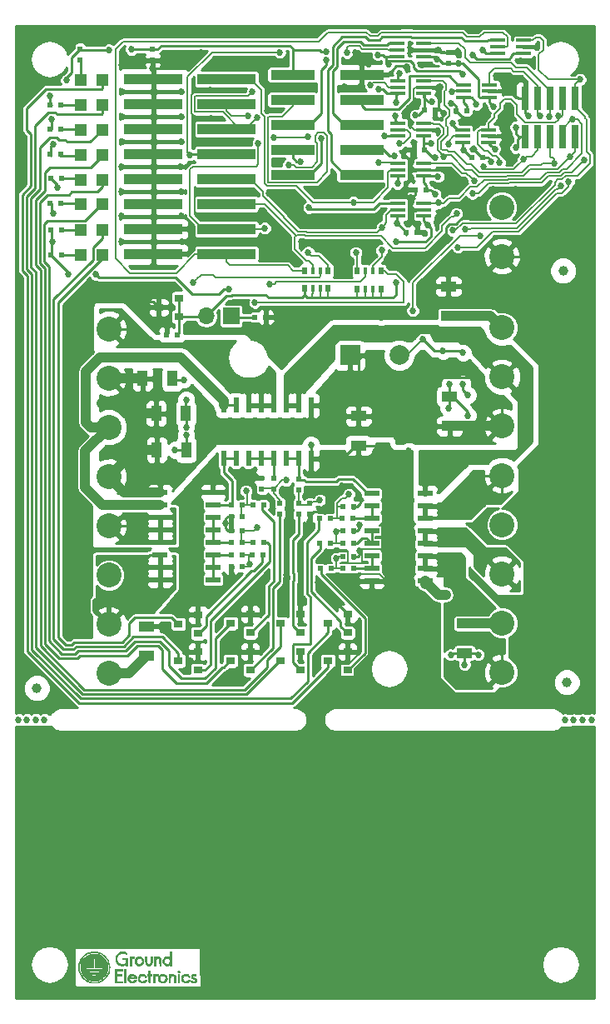
<source format=gbr>
G04 #@! TF.FileFunction,Copper,L1,Top,Signal*
%FSLAX46Y46*%
G04 Gerber Fmt 4.6, Leading zero omitted, Abs format (unit mm)*
G04 Created by KiCad (PCBNEW 4.0.7-e2-6376~58~ubuntu16.04.1) date Fri Nov 24 15:55:31 2017*
%MOMM*%
%LPD*%
G01*
G04 APERTURE LIST*
%ADD10C,0.100000*%
%ADD11C,0.010000*%
%ADD12R,0.600000X1.500000*%
%ADD13R,1.500000X0.600000*%
%ADD14R,4.500000X1.000000*%
%ADD15C,1.000000*%
%ADD16C,2.540000*%
%ADD17R,1.500000X0.400000*%
%ADD18R,0.600000X0.500000*%
%ADD19R,0.500000X0.600000*%
%ADD20R,1.000000X1.600000*%
%ADD21R,1.600000X1.000000*%
%ADD22R,0.900000X0.800000*%
%ADD23R,1.200000X1.200000*%
%ADD24R,1.700000X1.700000*%
%ADD25O,1.700000X1.700000*%
%ADD26R,5.900000X1.100000*%
%ADD27R,0.750000X2.400000*%
%ADD28R,0.500000X0.800000*%
%ADD29R,0.400000X0.800000*%
%ADD30R,2.000000X2.000000*%
%ADD31C,2.000000*%
%ADD32C,0.685800*%
%ADD33C,0.254000*%
%ADD34C,0.152400*%
%ADD35C,1.016000*%
%ADD36C,0.508000*%
G04 APERTURE END LIST*
D10*
D11*
G36*
X120772640Y-138112862D02*
X120857697Y-138116098D01*
X120932677Y-138121975D01*
X120979522Y-138128266D01*
X121122967Y-138159668D01*
X121263367Y-138203410D01*
X121396349Y-138257705D01*
X121517539Y-138320769D01*
X121622287Y-138390606D01*
X121651554Y-138412334D01*
X121676151Y-138429541D01*
X121685801Y-138435632D01*
X121706412Y-138450692D01*
X121737933Y-138477849D01*
X121776848Y-138513699D01*
X121819642Y-138554837D01*
X121862801Y-138597858D01*
X121902809Y-138639357D01*
X121936152Y-138675929D01*
X121947215Y-138688871D01*
X122054923Y-138834739D01*
X122144726Y-138991881D01*
X122216646Y-139160341D01*
X122270702Y-139340160D01*
X122278382Y-139373045D01*
X122287102Y-139414557D01*
X122293521Y-139452912D01*
X122297977Y-139492597D01*
X122300808Y-139538094D01*
X122302351Y-139593888D01*
X122302944Y-139664465D01*
X122302990Y-139700000D01*
X122302259Y-139793207D01*
X122299543Y-139870598D01*
X122294061Y-139937498D01*
X122285029Y-139999235D01*
X122271667Y-140061132D01*
X122253190Y-140128516D01*
X122228818Y-140206713D01*
X122228333Y-140208212D01*
X122166519Y-140365899D01*
X122085580Y-140517913D01*
X121987293Y-140661987D01*
X121873431Y-140795856D01*
X121745771Y-140917254D01*
X121606088Y-141023913D01*
X121571397Y-141046795D01*
X121462353Y-141108680D01*
X121339229Y-141164824D01*
X121208903Y-141212502D01*
X121078254Y-141248992D01*
X121038840Y-141257591D01*
X120980394Y-141266803D01*
X120907600Y-141274303D01*
X120826282Y-141279860D01*
X120742267Y-141283244D01*
X120661381Y-141284225D01*
X120589450Y-141282573D01*
X120532299Y-141278059D01*
X120529543Y-141277702D01*
X120352707Y-141244517D01*
X120183008Y-141193376D01*
X120023845Y-141125308D01*
X120020295Y-141123532D01*
X119896919Y-141055533D01*
X119785186Y-140980371D01*
X119679392Y-140893772D01*
X119573833Y-140791458D01*
X119565265Y-140782506D01*
X119446512Y-140643299D01*
X119346293Y-140494304D01*
X119264105Y-140334621D01*
X119199447Y-140163350D01*
X119177052Y-140086453D01*
X119167871Y-140050677D01*
X119160819Y-140018391D01*
X119155551Y-139985817D01*
X119151721Y-139949177D01*
X119148983Y-139904693D01*
X119146992Y-139848587D01*
X119145403Y-139777082D01*
X119144607Y-139731763D01*
X119144158Y-139695164D01*
X119197457Y-139695164D01*
X119199075Y-139782064D01*
X119203327Y-139865867D01*
X119210090Y-139940980D01*
X119219241Y-140001812D01*
X119221476Y-140012339D01*
X119271945Y-140189116D01*
X119340216Y-140355688D01*
X119425238Y-140511057D01*
X119525960Y-140654229D01*
X119641333Y-140784208D01*
X119770307Y-140899998D01*
X119911832Y-141000603D01*
X120064858Y-141085028D01*
X120228335Y-141152276D01*
X120401213Y-141201353D01*
X120494266Y-141219326D01*
X120562509Y-141227000D01*
X120645229Y-141230927D01*
X120736095Y-141231269D01*
X120828771Y-141228191D01*
X120916926Y-141221856D01*
X120994224Y-141212428D01*
X121032461Y-141205420D01*
X121207250Y-141157209D01*
X121372868Y-141090688D01*
X121528120Y-141006897D01*
X121671811Y-140906879D01*
X121802748Y-140791674D01*
X121919736Y-140662325D01*
X122021580Y-140519871D01*
X122107086Y-140365355D01*
X122170271Y-140213506D01*
X122197961Y-140130610D01*
X122218598Y-140055689D01*
X122233297Y-139982445D01*
X122243173Y-139904585D01*
X122249339Y-139815810D01*
X122251775Y-139752939D01*
X122253568Y-139668750D01*
X122253094Y-139600497D01*
X122250158Y-139543041D01*
X122244565Y-139491243D01*
X122240889Y-139466944D01*
X122201218Y-139287385D01*
X122142799Y-139117633D01*
X122065701Y-138957823D01*
X121969992Y-138808089D01*
X121855741Y-138668568D01*
X121808613Y-138619390D01*
X121673530Y-138498649D01*
X121527722Y-138396008D01*
X121371854Y-138311846D01*
X121206593Y-138246545D01*
X121105309Y-138217109D01*
X120928645Y-138182776D01*
X120752708Y-138169063D01*
X120578885Y-138175423D01*
X120408564Y-138201312D01*
X120243134Y-138246183D01*
X120083982Y-138309492D01*
X119932497Y-138390691D01*
X119790066Y-138489236D01*
X119658078Y-138604582D01*
X119537920Y-138736182D01*
X119438135Y-138872484D01*
X119351020Y-139023676D01*
X119282839Y-139183033D01*
X119233054Y-139351961D01*
X119209630Y-139471785D01*
X119202612Y-139534433D01*
X119198595Y-139610756D01*
X119197457Y-139695164D01*
X119144158Y-139695164D01*
X119143449Y-139637407D01*
X119143753Y-139560018D01*
X119145960Y-139495411D01*
X119150513Y-139439404D01*
X119157852Y-139387812D01*
X119168420Y-139336451D01*
X119182657Y-139281137D01*
X119197691Y-139228846D01*
X119257725Y-139062513D01*
X119335966Y-138905436D01*
X119431030Y-138758826D01*
X119541536Y-138623893D01*
X119666102Y-138501849D01*
X119803346Y-138393904D01*
X119951886Y-138301271D01*
X120110341Y-138225159D01*
X120277327Y-138166779D01*
X120451463Y-138127344D01*
X120455429Y-138126688D01*
X120518903Y-138119178D01*
X120597055Y-138114383D01*
X120683697Y-138112283D01*
X120772640Y-138112862D01*
X120772640Y-138112862D01*
G37*
X120772640Y-138112862D02*
X120857697Y-138116098D01*
X120932677Y-138121975D01*
X120979522Y-138128266D01*
X121122967Y-138159668D01*
X121263367Y-138203410D01*
X121396349Y-138257705D01*
X121517539Y-138320769D01*
X121622287Y-138390606D01*
X121651554Y-138412334D01*
X121676151Y-138429541D01*
X121685801Y-138435632D01*
X121706412Y-138450692D01*
X121737933Y-138477849D01*
X121776848Y-138513699D01*
X121819642Y-138554837D01*
X121862801Y-138597858D01*
X121902809Y-138639357D01*
X121936152Y-138675929D01*
X121947215Y-138688871D01*
X122054923Y-138834739D01*
X122144726Y-138991881D01*
X122216646Y-139160341D01*
X122270702Y-139340160D01*
X122278382Y-139373045D01*
X122287102Y-139414557D01*
X122293521Y-139452912D01*
X122297977Y-139492597D01*
X122300808Y-139538094D01*
X122302351Y-139593888D01*
X122302944Y-139664465D01*
X122302990Y-139700000D01*
X122302259Y-139793207D01*
X122299543Y-139870598D01*
X122294061Y-139937498D01*
X122285029Y-139999235D01*
X122271667Y-140061132D01*
X122253190Y-140128516D01*
X122228818Y-140206713D01*
X122228333Y-140208212D01*
X122166519Y-140365899D01*
X122085580Y-140517913D01*
X121987293Y-140661987D01*
X121873431Y-140795856D01*
X121745771Y-140917254D01*
X121606088Y-141023913D01*
X121571397Y-141046795D01*
X121462353Y-141108680D01*
X121339229Y-141164824D01*
X121208903Y-141212502D01*
X121078254Y-141248992D01*
X121038840Y-141257591D01*
X120980394Y-141266803D01*
X120907600Y-141274303D01*
X120826282Y-141279860D01*
X120742267Y-141283244D01*
X120661381Y-141284225D01*
X120589450Y-141282573D01*
X120532299Y-141278059D01*
X120529543Y-141277702D01*
X120352707Y-141244517D01*
X120183008Y-141193376D01*
X120023845Y-141125308D01*
X120020295Y-141123532D01*
X119896919Y-141055533D01*
X119785186Y-140980371D01*
X119679392Y-140893772D01*
X119573833Y-140791458D01*
X119565265Y-140782506D01*
X119446512Y-140643299D01*
X119346293Y-140494304D01*
X119264105Y-140334621D01*
X119199447Y-140163350D01*
X119177052Y-140086453D01*
X119167871Y-140050677D01*
X119160819Y-140018391D01*
X119155551Y-139985817D01*
X119151721Y-139949177D01*
X119148983Y-139904693D01*
X119146992Y-139848587D01*
X119145403Y-139777082D01*
X119144607Y-139731763D01*
X119144158Y-139695164D01*
X119197457Y-139695164D01*
X119199075Y-139782064D01*
X119203327Y-139865867D01*
X119210090Y-139940980D01*
X119219241Y-140001812D01*
X119221476Y-140012339D01*
X119271945Y-140189116D01*
X119340216Y-140355688D01*
X119425238Y-140511057D01*
X119525960Y-140654229D01*
X119641333Y-140784208D01*
X119770307Y-140899998D01*
X119911832Y-141000603D01*
X120064858Y-141085028D01*
X120228335Y-141152276D01*
X120401213Y-141201353D01*
X120494266Y-141219326D01*
X120562509Y-141227000D01*
X120645229Y-141230927D01*
X120736095Y-141231269D01*
X120828771Y-141228191D01*
X120916926Y-141221856D01*
X120994224Y-141212428D01*
X121032461Y-141205420D01*
X121207250Y-141157209D01*
X121372868Y-141090688D01*
X121528120Y-141006897D01*
X121671811Y-140906879D01*
X121802748Y-140791674D01*
X121919736Y-140662325D01*
X122021580Y-140519871D01*
X122107086Y-140365355D01*
X122170271Y-140213506D01*
X122197961Y-140130610D01*
X122218598Y-140055689D01*
X122233297Y-139982445D01*
X122243173Y-139904585D01*
X122249339Y-139815810D01*
X122251775Y-139752939D01*
X122253568Y-139668750D01*
X122253094Y-139600497D01*
X122250158Y-139543041D01*
X122244565Y-139491243D01*
X122240889Y-139466944D01*
X122201218Y-139287385D01*
X122142799Y-139117633D01*
X122065701Y-138957823D01*
X121969992Y-138808089D01*
X121855741Y-138668568D01*
X121808613Y-138619390D01*
X121673530Y-138498649D01*
X121527722Y-138396008D01*
X121371854Y-138311846D01*
X121206593Y-138246545D01*
X121105309Y-138217109D01*
X120928645Y-138182776D01*
X120752708Y-138169063D01*
X120578885Y-138175423D01*
X120408564Y-138201312D01*
X120243134Y-138246183D01*
X120083982Y-138309492D01*
X119932497Y-138390691D01*
X119790066Y-138489236D01*
X119658078Y-138604582D01*
X119537920Y-138736182D01*
X119438135Y-138872484D01*
X119351020Y-139023676D01*
X119282839Y-139183033D01*
X119233054Y-139351961D01*
X119209630Y-139471785D01*
X119202612Y-139534433D01*
X119198595Y-139610756D01*
X119197457Y-139695164D01*
X119144158Y-139695164D01*
X119143449Y-139637407D01*
X119143753Y-139560018D01*
X119145960Y-139495411D01*
X119150513Y-139439404D01*
X119157852Y-139387812D01*
X119168420Y-139336451D01*
X119182657Y-139281137D01*
X119197691Y-139228846D01*
X119257725Y-139062513D01*
X119335966Y-138905436D01*
X119431030Y-138758826D01*
X119541536Y-138623893D01*
X119666102Y-138501849D01*
X119803346Y-138393904D01*
X119951886Y-138301271D01*
X120110341Y-138225159D01*
X120277327Y-138166779D01*
X120451463Y-138127344D01*
X120455429Y-138126688D01*
X120518903Y-138119178D01*
X120597055Y-138114383D01*
X120683697Y-138112283D01*
X120772640Y-138112862D01*
G36*
X124648734Y-140377981D02*
X124660448Y-140379451D01*
X124752326Y-140402228D01*
X124835640Y-140443080D01*
X124908490Y-140499986D01*
X124968977Y-140570922D01*
X125015200Y-140653864D01*
X125045261Y-140746790D01*
X125053885Y-140798479D01*
X125059083Y-140843477D01*
X124285836Y-140843477D01*
X124292993Y-140883181D01*
X124316164Y-140956491D01*
X124356254Y-141022422D01*
X124409992Y-141076681D01*
X124467238Y-141111946D01*
X124528781Y-141130417D01*
X124598012Y-141135583D01*
X124666798Y-141127625D01*
X124727005Y-141106727D01*
X124728256Y-141106079D01*
X124784313Y-141068057D01*
X124837216Y-141016327D01*
X124870518Y-140972463D01*
X124886400Y-140948117D01*
X124946306Y-140974641D01*
X124979099Y-140990438D01*
X125003640Y-141004623D01*
X125013339Y-141012697D01*
X125012129Y-141028690D01*
X124999271Y-141055648D01*
X124977701Y-141089180D01*
X124950355Y-141124898D01*
X124920168Y-141158411D01*
X124908045Y-141170134D01*
X124832785Y-141225521D01*
X124747498Y-141263748D01*
X124655609Y-141284008D01*
X124560543Y-141285495D01*
X124479029Y-141271189D01*
X124395600Y-141238245D01*
X124319021Y-141187698D01*
X124252372Y-141122782D01*
X124198733Y-141046729D01*
X124161182Y-140962773D01*
X124151186Y-140926965D01*
X124140178Y-140833757D01*
X124148798Y-140740546D01*
X124165697Y-140684691D01*
X124330543Y-140684691D01*
X124340970Y-140688213D01*
X124371625Y-140691064D01*
X124421571Y-140693206D01*
X124489869Y-140694604D01*
X124575582Y-140695221D01*
X124600531Y-140695248D01*
X124673635Y-140694911D01*
X124739227Y-140693961D01*
X124794500Y-140692493D01*
X124836646Y-140690600D01*
X124862859Y-140688375D01*
X124870518Y-140686249D01*
X124864762Y-140673103D01*
X124850085Y-140649592D01*
X124839399Y-140634291D01*
X124800291Y-140594565D01*
X124742877Y-140559155D01*
X124738985Y-140557218D01*
X124701688Y-140539804D01*
X124672601Y-140530070D01*
X124643011Y-140526348D01*
X124604207Y-140526967D01*
X124586229Y-140527935D01*
X124534739Y-140532759D01*
X124496310Y-140541535D01*
X124462920Y-140556259D01*
X124455474Y-140560483D01*
X124425527Y-140581198D01*
X124393597Y-140608180D01*
X124364187Y-140636951D01*
X124341801Y-140663036D01*
X124330939Y-140681958D01*
X124330543Y-140684691D01*
X124165697Y-140684691D01*
X124175893Y-140650995D01*
X124220310Y-140568769D01*
X124280896Y-140497531D01*
X124288532Y-140490492D01*
X124367393Y-140433284D01*
X124454789Y-140395141D01*
X124549108Y-140376546D01*
X124648734Y-140377981D01*
X124648734Y-140377981D01*
G37*
X124648734Y-140377981D02*
X124660448Y-140379451D01*
X124752326Y-140402228D01*
X124835640Y-140443080D01*
X124908490Y-140499986D01*
X124968977Y-140570922D01*
X125015200Y-140653864D01*
X125045261Y-140746790D01*
X125053885Y-140798479D01*
X125059083Y-140843477D01*
X124285836Y-140843477D01*
X124292993Y-140883181D01*
X124316164Y-140956491D01*
X124356254Y-141022422D01*
X124409992Y-141076681D01*
X124467238Y-141111946D01*
X124528781Y-141130417D01*
X124598012Y-141135583D01*
X124666798Y-141127625D01*
X124727005Y-141106727D01*
X124728256Y-141106079D01*
X124784313Y-141068057D01*
X124837216Y-141016327D01*
X124870518Y-140972463D01*
X124886400Y-140948117D01*
X124946306Y-140974641D01*
X124979099Y-140990438D01*
X125003640Y-141004623D01*
X125013339Y-141012697D01*
X125012129Y-141028690D01*
X124999271Y-141055648D01*
X124977701Y-141089180D01*
X124950355Y-141124898D01*
X124920168Y-141158411D01*
X124908045Y-141170134D01*
X124832785Y-141225521D01*
X124747498Y-141263748D01*
X124655609Y-141284008D01*
X124560543Y-141285495D01*
X124479029Y-141271189D01*
X124395600Y-141238245D01*
X124319021Y-141187698D01*
X124252372Y-141122782D01*
X124198733Y-141046729D01*
X124161182Y-140962773D01*
X124151186Y-140926965D01*
X124140178Y-140833757D01*
X124148798Y-140740546D01*
X124165697Y-140684691D01*
X124330543Y-140684691D01*
X124340970Y-140688213D01*
X124371625Y-140691064D01*
X124421571Y-140693206D01*
X124489869Y-140694604D01*
X124575582Y-140695221D01*
X124600531Y-140695248D01*
X124673635Y-140694911D01*
X124739227Y-140693961D01*
X124794500Y-140692493D01*
X124836646Y-140690600D01*
X124862859Y-140688375D01*
X124870518Y-140686249D01*
X124864762Y-140673103D01*
X124850085Y-140649592D01*
X124839399Y-140634291D01*
X124800291Y-140594565D01*
X124742877Y-140559155D01*
X124738985Y-140557218D01*
X124701688Y-140539804D01*
X124672601Y-140530070D01*
X124643011Y-140526348D01*
X124604207Y-140526967D01*
X124586229Y-140527935D01*
X124534739Y-140532759D01*
X124496310Y-140541535D01*
X124462920Y-140556259D01*
X124455474Y-140560483D01*
X124425527Y-140581198D01*
X124393597Y-140608180D01*
X124364187Y-140636951D01*
X124341801Y-140663036D01*
X124330939Y-140681958D01*
X124330543Y-140684691D01*
X124165697Y-140684691D01*
X124175893Y-140650995D01*
X124220310Y-140568769D01*
X124280896Y-140497531D01*
X124288532Y-140490492D01*
X124367393Y-140433284D01*
X124454789Y-140395141D01*
X124549108Y-140376546D01*
X124648734Y-140377981D01*
G36*
X125685635Y-140376412D02*
X125700953Y-140378260D01*
X125779939Y-140398488D01*
X125858402Y-140435486D01*
X125931374Y-140485754D01*
X125993883Y-140545793D01*
X126040963Y-140612103D01*
X126045708Y-140621036D01*
X126065837Y-140660491D01*
X126000314Y-140688763D01*
X125967058Y-140701534D01*
X125942349Y-140708053D01*
X125931433Y-140706946D01*
X125931388Y-140706828D01*
X125918887Y-140683894D01*
X125896164Y-140653081D01*
X125868559Y-140620872D01*
X125841413Y-140593751D01*
X125831353Y-140585376D01*
X125765335Y-140547826D01*
X125691861Y-140528260D01*
X125615212Y-140527039D01*
X125539667Y-140544521D01*
X125507898Y-140558222D01*
X125451612Y-140592124D01*
X125408778Y-140632926D01*
X125373831Y-140686512D01*
X125359972Y-140714668D01*
X125337572Y-140786730D01*
X125334382Y-140859246D01*
X125348715Y-140929261D01*
X125378881Y-140993824D01*
X125423193Y-141049982D01*
X125479961Y-141094782D01*
X125547496Y-141125271D01*
X125601310Y-141136641D01*
X125673617Y-141135118D01*
X125745599Y-141115397D01*
X125812046Y-141079889D01*
X125867752Y-141031000D01*
X125889107Y-141003548D01*
X125907717Y-140976088D01*
X125920950Y-140956736D01*
X125925037Y-140950914D01*
X125936239Y-140951869D01*
X125959390Y-140960990D01*
X125988517Y-140975167D01*
X126017649Y-140991289D01*
X126040811Y-141006244D01*
X126052031Y-141016921D01*
X126052108Y-141017107D01*
X126049747Y-141035659D01*
X126035773Y-141064578D01*
X126013420Y-141099139D01*
X125985925Y-141134612D01*
X125956522Y-141166270D01*
X125940024Y-141180896D01*
X125907252Y-141203768D01*
X125864890Y-141228798D01*
X125828110Y-141247646D01*
X125752421Y-141273225D01*
X125668302Y-141285223D01*
X125584118Y-141282959D01*
X125528066Y-141272089D01*
X125438386Y-141237306D01*
X125360160Y-141185761D01*
X125310057Y-141138257D01*
X125249215Y-141058072D01*
X125207898Y-140971149D01*
X125186425Y-140879496D01*
X125185110Y-140785119D01*
X125204272Y-140690024D01*
X125229179Y-140625932D01*
X125277014Y-140547755D01*
X125339994Y-140482194D01*
X125415234Y-140430763D01*
X125499845Y-140394978D01*
X125590941Y-140376356D01*
X125685635Y-140376412D01*
X125685635Y-140376412D01*
G37*
X125685635Y-140376412D02*
X125700953Y-140378260D01*
X125779939Y-140398488D01*
X125858402Y-140435486D01*
X125931374Y-140485754D01*
X125993883Y-140545793D01*
X126040963Y-140612103D01*
X126045708Y-140621036D01*
X126065837Y-140660491D01*
X126000314Y-140688763D01*
X125967058Y-140701534D01*
X125942349Y-140708053D01*
X125931433Y-140706946D01*
X125931388Y-140706828D01*
X125918887Y-140683894D01*
X125896164Y-140653081D01*
X125868559Y-140620872D01*
X125841413Y-140593751D01*
X125831353Y-140585376D01*
X125765335Y-140547826D01*
X125691861Y-140528260D01*
X125615212Y-140527039D01*
X125539667Y-140544521D01*
X125507898Y-140558222D01*
X125451612Y-140592124D01*
X125408778Y-140632926D01*
X125373831Y-140686512D01*
X125359972Y-140714668D01*
X125337572Y-140786730D01*
X125334382Y-140859246D01*
X125348715Y-140929261D01*
X125378881Y-140993824D01*
X125423193Y-141049982D01*
X125479961Y-141094782D01*
X125547496Y-141125271D01*
X125601310Y-141136641D01*
X125673617Y-141135118D01*
X125745599Y-141115397D01*
X125812046Y-141079889D01*
X125867752Y-141031000D01*
X125889107Y-141003548D01*
X125907717Y-140976088D01*
X125920950Y-140956736D01*
X125925037Y-140950914D01*
X125936239Y-140951869D01*
X125959390Y-140960990D01*
X125988517Y-140975167D01*
X126017649Y-140991289D01*
X126040811Y-141006244D01*
X126052031Y-141016921D01*
X126052108Y-141017107D01*
X126049747Y-141035659D01*
X126035773Y-141064578D01*
X126013420Y-141099139D01*
X125985925Y-141134612D01*
X125956522Y-141166270D01*
X125940024Y-141180896D01*
X125907252Y-141203768D01*
X125864890Y-141228798D01*
X125828110Y-141247646D01*
X125752421Y-141273225D01*
X125668302Y-141285223D01*
X125584118Y-141282959D01*
X125528066Y-141272089D01*
X125438386Y-141237306D01*
X125360160Y-141185761D01*
X125310057Y-141138257D01*
X125249215Y-141058072D01*
X125207898Y-140971149D01*
X125186425Y-140879496D01*
X125185110Y-140785119D01*
X125204272Y-140690024D01*
X125229179Y-140625932D01*
X125277014Y-140547755D01*
X125339994Y-140482194D01*
X125415234Y-140430763D01*
X125499845Y-140394978D01*
X125590941Y-140376356D01*
X125685635Y-140376412D01*
G36*
X127782524Y-140384399D02*
X127841115Y-140399784D01*
X127928918Y-140442236D01*
X128002274Y-140497513D01*
X128061045Y-140563239D01*
X128105093Y-140637037D01*
X128134279Y-140716531D01*
X128148463Y-140799343D01*
X128147508Y-140883098D01*
X128131276Y-140965418D01*
X128099626Y-141043928D01*
X128052422Y-141116250D01*
X127989523Y-141180007D01*
X127910793Y-141232824D01*
X127890305Y-141243235D01*
X127846759Y-141262692D01*
X127810018Y-141274467D01*
X127770681Y-141280820D01*
X127720901Y-141283949D01*
X127659502Y-141283917D01*
X127606828Y-141279136D01*
X127579843Y-141273492D01*
X127494163Y-141238273D01*
X127414612Y-141185603D01*
X127345647Y-141119142D01*
X127291726Y-141042548D01*
X127286297Y-141032503D01*
X127251857Y-140945281D01*
X127236873Y-140855801D01*
X127237387Y-140841982D01*
X127387013Y-140841982D01*
X127387201Y-140850602D01*
X127399811Y-140922558D01*
X127430513Y-140990257D01*
X127476227Y-141049530D01*
X127533869Y-141096208D01*
X127588038Y-141122218D01*
X127651444Y-141135034D01*
X127721173Y-141134351D01*
X127787811Y-141120720D01*
X127817941Y-141108782D01*
X127884701Y-141065816D01*
X127937349Y-141010165D01*
X127974705Y-140945079D01*
X127995584Y-140873804D01*
X127998804Y-140799589D01*
X127983182Y-140725683D01*
X127969435Y-140692874D01*
X127928063Y-140629278D01*
X127874253Y-140578623D01*
X127812090Y-140544660D01*
X127805497Y-140542301D01*
X127727871Y-140526006D01*
X127652317Y-140528873D01*
X127581415Y-140549001D01*
X127517747Y-140584488D01*
X127463892Y-140633431D01*
X127422431Y-140693929D01*
X127395945Y-140764080D01*
X127387013Y-140841982D01*
X127237387Y-140841982D01*
X127240193Y-140766678D01*
X127260663Y-140680524D01*
X127297131Y-140599952D01*
X127348445Y-140527574D01*
X127413453Y-140466005D01*
X127491002Y-140417856D01*
X127570468Y-140388183D01*
X127635847Y-140377494D01*
X127709707Y-140376368D01*
X127782524Y-140384399D01*
X127782524Y-140384399D01*
G37*
X127782524Y-140384399D02*
X127841115Y-140399784D01*
X127928918Y-140442236D01*
X128002274Y-140497513D01*
X128061045Y-140563239D01*
X128105093Y-140637037D01*
X128134279Y-140716531D01*
X128148463Y-140799343D01*
X128147508Y-140883098D01*
X128131276Y-140965418D01*
X128099626Y-141043928D01*
X128052422Y-141116250D01*
X127989523Y-141180007D01*
X127910793Y-141232824D01*
X127890305Y-141243235D01*
X127846759Y-141262692D01*
X127810018Y-141274467D01*
X127770681Y-141280820D01*
X127720901Y-141283949D01*
X127659502Y-141283917D01*
X127606828Y-141279136D01*
X127579843Y-141273492D01*
X127494163Y-141238273D01*
X127414612Y-141185603D01*
X127345647Y-141119142D01*
X127291726Y-141042548D01*
X127286297Y-141032503D01*
X127251857Y-140945281D01*
X127236873Y-140855801D01*
X127237387Y-140841982D01*
X127387013Y-140841982D01*
X127387201Y-140850602D01*
X127399811Y-140922558D01*
X127430513Y-140990257D01*
X127476227Y-141049530D01*
X127533869Y-141096208D01*
X127588038Y-141122218D01*
X127651444Y-141135034D01*
X127721173Y-141134351D01*
X127787811Y-141120720D01*
X127817941Y-141108782D01*
X127884701Y-141065816D01*
X127937349Y-141010165D01*
X127974705Y-140945079D01*
X127995584Y-140873804D01*
X127998804Y-140799589D01*
X127983182Y-140725683D01*
X127969435Y-140692874D01*
X127928063Y-140629278D01*
X127874253Y-140578623D01*
X127812090Y-140544660D01*
X127805497Y-140542301D01*
X127727871Y-140526006D01*
X127652317Y-140528873D01*
X127581415Y-140549001D01*
X127517747Y-140584488D01*
X127463892Y-140633431D01*
X127422431Y-140693929D01*
X127395945Y-140764080D01*
X127387013Y-140841982D01*
X127237387Y-140841982D01*
X127240193Y-140766678D01*
X127260663Y-140680524D01*
X127297131Y-140599952D01*
X127348445Y-140527574D01*
X127413453Y-140466005D01*
X127491002Y-140417856D01*
X127570468Y-140388183D01*
X127635847Y-140377494D01*
X127709707Y-140376368D01*
X127782524Y-140384399D01*
G36*
X130176539Y-140394081D02*
X130264620Y-140430193D01*
X130343202Y-140484144D01*
X130410272Y-140555026D01*
X130429051Y-140581251D01*
X130449846Y-140613387D01*
X130464963Y-140638644D01*
X130471387Y-140651962D01*
X130471436Y-140652404D01*
X130465972Y-140659750D01*
X130447821Y-140670647D01*
X130414344Y-140686513D01*
X130379735Y-140701608D01*
X130346267Y-140715921D01*
X130313238Y-140664449D01*
X130262291Y-140602747D01*
X130200550Y-140559192D01*
X130128600Y-140534074D01*
X130047026Y-140527682D01*
X130037424Y-140528138D01*
X129975982Y-140535253D01*
X129926922Y-140550523D01*
X129881986Y-140577376D01*
X129845304Y-140607826D01*
X129794015Y-140665565D01*
X129761912Y-140729990D01*
X129747670Y-140804123D01*
X129746661Y-140832889D01*
X129755830Y-140915622D01*
X129782417Y-140987380D01*
X129824880Y-141046622D01*
X129881679Y-141091808D01*
X129951274Y-141121398D01*
X130032125Y-141133851D01*
X130047926Y-141134154D01*
X130095779Y-141132544D01*
X130131703Y-141126504D01*
X130164793Y-141114113D01*
X130180944Y-141106079D01*
X130237002Y-141068057D01*
X130289905Y-141016327D01*
X130323207Y-140972463D01*
X130339089Y-140948117D01*
X130398995Y-140974641D01*
X130431788Y-140990438D01*
X130456328Y-141004623D01*
X130466028Y-141012697D01*
X130464818Y-141028690D01*
X130451960Y-141055648D01*
X130430390Y-141089180D01*
X130403044Y-141124898D01*
X130372856Y-141158411D01*
X130360733Y-141170134D01*
X130285473Y-141225521D01*
X130200186Y-141263748D01*
X130108297Y-141284008D01*
X130013232Y-141285495D01*
X129931717Y-141271189D01*
X129845474Y-141237411D01*
X129767508Y-141186097D01*
X129700730Y-141120195D01*
X129648051Y-141042654D01*
X129612384Y-140956421D01*
X129609085Y-140944483D01*
X129594523Y-140850386D01*
X129598977Y-140758510D01*
X129620901Y-140671215D01*
X129658744Y-140590861D01*
X129710961Y-140519810D01*
X129776001Y-140460421D01*
X129852317Y-140415057D01*
X129938361Y-140386077D01*
X129979934Y-140378999D01*
X130080973Y-140376714D01*
X130176539Y-140394081D01*
X130176539Y-140394081D01*
G37*
X130176539Y-140394081D02*
X130264620Y-140430193D01*
X130343202Y-140484144D01*
X130410272Y-140555026D01*
X130429051Y-140581251D01*
X130449846Y-140613387D01*
X130464963Y-140638644D01*
X130471387Y-140651962D01*
X130471436Y-140652404D01*
X130465972Y-140659750D01*
X130447821Y-140670647D01*
X130414344Y-140686513D01*
X130379735Y-140701608D01*
X130346267Y-140715921D01*
X130313238Y-140664449D01*
X130262291Y-140602747D01*
X130200550Y-140559192D01*
X130128600Y-140534074D01*
X130047026Y-140527682D01*
X130037424Y-140528138D01*
X129975982Y-140535253D01*
X129926922Y-140550523D01*
X129881986Y-140577376D01*
X129845304Y-140607826D01*
X129794015Y-140665565D01*
X129761912Y-140729990D01*
X129747670Y-140804123D01*
X129746661Y-140832889D01*
X129755830Y-140915622D01*
X129782417Y-140987380D01*
X129824880Y-141046622D01*
X129881679Y-141091808D01*
X129951274Y-141121398D01*
X130032125Y-141133851D01*
X130047926Y-141134154D01*
X130095779Y-141132544D01*
X130131703Y-141126504D01*
X130164793Y-141114113D01*
X130180944Y-141106079D01*
X130237002Y-141068057D01*
X130289905Y-141016327D01*
X130323207Y-140972463D01*
X130339089Y-140948117D01*
X130398995Y-140974641D01*
X130431788Y-140990438D01*
X130456328Y-141004623D01*
X130466028Y-141012697D01*
X130464818Y-141028690D01*
X130451960Y-141055648D01*
X130430390Y-141089180D01*
X130403044Y-141124898D01*
X130372856Y-141158411D01*
X130360733Y-141170134D01*
X130285473Y-141225521D01*
X130200186Y-141263748D01*
X130108297Y-141284008D01*
X130013232Y-141285495D01*
X129931717Y-141271189D01*
X129845474Y-141237411D01*
X129767508Y-141186097D01*
X129700730Y-141120195D01*
X129648051Y-141042654D01*
X129612384Y-140956421D01*
X129609085Y-140944483D01*
X129594523Y-140850386D01*
X129598977Y-140758510D01*
X129620901Y-140671215D01*
X129658744Y-140590861D01*
X129710961Y-140519810D01*
X129776001Y-140460421D01*
X129852317Y-140415057D01*
X129938361Y-140386077D01*
X129979934Y-140378999D01*
X130080973Y-140376714D01*
X130176539Y-140394081D01*
G36*
X130945477Y-140386972D02*
X130970433Y-140396093D01*
X131000149Y-140413611D01*
X131033039Y-140439471D01*
X131064500Y-140469148D01*
X131089930Y-140498114D01*
X131104726Y-140521842D01*
X131106700Y-140530125D01*
X131097770Y-140542373D01*
X131074598Y-140558547D01*
X131048792Y-140571979D01*
X130990884Y-140598490D01*
X130954561Y-140562167D01*
X130927613Y-140538806D01*
X130902258Y-140528220D01*
X130870349Y-140525844D01*
X130834742Y-140529075D01*
X130808529Y-140541716D01*
X130791142Y-140557163D01*
X130760684Y-140598132D01*
X130751108Y-140637970D01*
X130762125Y-140675057D01*
X130793446Y-140707772D01*
X130820856Y-140724131D01*
X130852710Y-140739604D01*
X130896034Y-140760246D01*
X130943063Y-140782368D01*
X130958472Y-140789549D01*
X131029723Y-140826434D01*
X131082158Y-140863199D01*
X131117954Y-140902492D01*
X131139289Y-140946959D01*
X131148340Y-140999246D01*
X131149012Y-141021161D01*
X131140679Y-141096028D01*
X131115156Y-141158733D01*
X131071802Y-141210328D01*
X131009976Y-141251864D01*
X131007384Y-141253191D01*
X130943478Y-141275713D01*
X130871542Y-141285072D01*
X130800676Y-141280544D01*
X130766930Y-141272352D01*
X130718672Y-141249111D01*
X130669292Y-141212610D01*
X130626025Y-141169047D01*
X130597307Y-141127030D01*
X130585199Y-141100957D01*
X130579536Y-141083951D01*
X130579749Y-141081030D01*
X130590775Y-141075000D01*
X130615472Y-141063287D01*
X130642638Y-141051034D01*
X130683966Y-141036069D01*
X130710453Y-141034835D01*
X130723532Y-141047518D01*
X130725541Y-141061702D01*
X130734415Y-141079599D01*
X130756909Y-141100483D01*
X130786830Y-141119865D01*
X130817985Y-141133254D01*
X130827458Y-141135588D01*
X130877459Y-141136511D01*
X130924159Y-141122424D01*
X130963193Y-141096292D01*
X130990195Y-141061082D01*
X131000801Y-141019760D01*
X131000823Y-141017775D01*
X130997274Y-140991724D01*
X130984738Y-140969511D01*
X130960379Y-140948720D01*
X130921361Y-140926937D01*
X130864850Y-140901749D01*
X130864268Y-140901506D01*
X130793601Y-140870446D01*
X130739549Y-140842834D01*
X130698333Y-140816407D01*
X130666175Y-140788903D01*
X130653325Y-140775200D01*
X130619217Y-140721558D01*
X130602918Y-140661760D01*
X130603451Y-140599420D01*
X130619836Y-140538150D01*
X130651095Y-140481565D01*
X130696250Y-140433278D01*
X130754324Y-140396902D01*
X130755931Y-140396177D01*
X130815456Y-140379354D01*
X130881750Y-140376284D01*
X130945477Y-140386972D01*
X130945477Y-140386972D01*
G37*
X130945477Y-140386972D02*
X130970433Y-140396093D01*
X131000149Y-140413611D01*
X131033039Y-140439471D01*
X131064500Y-140469148D01*
X131089930Y-140498114D01*
X131104726Y-140521842D01*
X131106700Y-140530125D01*
X131097770Y-140542373D01*
X131074598Y-140558547D01*
X131048792Y-140571979D01*
X130990884Y-140598490D01*
X130954561Y-140562167D01*
X130927613Y-140538806D01*
X130902258Y-140528220D01*
X130870349Y-140525844D01*
X130834742Y-140529075D01*
X130808529Y-140541716D01*
X130791142Y-140557163D01*
X130760684Y-140598132D01*
X130751108Y-140637970D01*
X130762125Y-140675057D01*
X130793446Y-140707772D01*
X130820856Y-140724131D01*
X130852710Y-140739604D01*
X130896034Y-140760246D01*
X130943063Y-140782368D01*
X130958472Y-140789549D01*
X131029723Y-140826434D01*
X131082158Y-140863199D01*
X131117954Y-140902492D01*
X131139289Y-140946959D01*
X131148340Y-140999246D01*
X131149012Y-141021161D01*
X131140679Y-141096028D01*
X131115156Y-141158733D01*
X131071802Y-141210328D01*
X131009976Y-141251864D01*
X131007384Y-141253191D01*
X130943478Y-141275713D01*
X130871542Y-141285072D01*
X130800676Y-141280544D01*
X130766930Y-141272352D01*
X130718672Y-141249111D01*
X130669292Y-141212610D01*
X130626025Y-141169047D01*
X130597307Y-141127030D01*
X130585199Y-141100957D01*
X130579536Y-141083951D01*
X130579749Y-141081030D01*
X130590775Y-141075000D01*
X130615472Y-141063287D01*
X130642638Y-141051034D01*
X130683966Y-141036069D01*
X130710453Y-141034835D01*
X130723532Y-141047518D01*
X130725541Y-141061702D01*
X130734415Y-141079599D01*
X130756909Y-141100483D01*
X130786830Y-141119865D01*
X130817985Y-141133254D01*
X130827458Y-141135588D01*
X130877459Y-141136511D01*
X130924159Y-141122424D01*
X130963193Y-141096292D01*
X130990195Y-141061082D01*
X131000801Y-141019760D01*
X131000823Y-141017775D01*
X130997274Y-140991724D01*
X130984738Y-140969511D01*
X130960379Y-140948720D01*
X130921361Y-140926937D01*
X130864850Y-140901749D01*
X130864268Y-140901506D01*
X130793601Y-140870446D01*
X130739549Y-140842834D01*
X130698333Y-140816407D01*
X130666175Y-140788903D01*
X130653325Y-140775200D01*
X130619217Y-140721558D01*
X130602918Y-140661760D01*
X130603451Y-140599420D01*
X130619836Y-140538150D01*
X130651095Y-140481565D01*
X130696250Y-140433278D01*
X130754324Y-140396902D01*
X130755931Y-140396177D01*
X130815456Y-140379354D01*
X130881750Y-140376284D01*
X130945477Y-140386972D01*
G36*
X123247947Y-139882498D02*
X123605283Y-139885286D01*
X123608414Y-139956753D01*
X123611544Y-140028220D01*
X123049426Y-140028220D01*
X123049426Y-140387806D01*
X123290298Y-140390652D01*
X123531169Y-140393498D01*
X123534299Y-140464965D01*
X123537430Y-140536432D01*
X123049426Y-140536432D01*
X123049426Y-141118406D01*
X123327355Y-141121229D01*
X123605283Y-141124052D01*
X123608414Y-141195519D01*
X123611544Y-141266986D01*
X123258136Y-141266986D01*
X123173646Y-141266782D01*
X123095977Y-141266203D01*
X123027649Y-141265297D01*
X122971180Y-141264114D01*
X122929089Y-141262704D01*
X122903897Y-141261116D01*
X122897669Y-141259928D01*
X122896450Y-141248391D01*
X122895298Y-141217464D01*
X122894230Y-141168930D01*
X122893266Y-141104574D01*
X122892422Y-141026181D01*
X122891718Y-140935534D01*
X122891171Y-140834419D01*
X122890800Y-140724619D01*
X122890623Y-140607920D01*
X122890610Y-140566290D01*
X122890610Y-139879710D01*
X123247947Y-139882498D01*
X123247947Y-139882498D01*
G37*
X123247947Y-139882498D02*
X123605283Y-139885286D01*
X123608414Y-139956753D01*
X123611544Y-140028220D01*
X123049426Y-140028220D01*
X123049426Y-140387806D01*
X123290298Y-140390652D01*
X123531169Y-140393498D01*
X123534299Y-140464965D01*
X123537430Y-140536432D01*
X123049426Y-140536432D01*
X123049426Y-141118406D01*
X123327355Y-141121229D01*
X123605283Y-141124052D01*
X123608414Y-141195519D01*
X123611544Y-141266986D01*
X123258136Y-141266986D01*
X123173646Y-141266782D01*
X123095977Y-141266203D01*
X123027649Y-141265297D01*
X122971180Y-141264114D01*
X122929089Y-141262704D01*
X122903897Y-141261116D01*
X122897669Y-141259928D01*
X122896450Y-141248391D01*
X122895298Y-141217464D01*
X122894230Y-141168930D01*
X122893266Y-141104574D01*
X122892422Y-141026181D01*
X122891718Y-140935534D01*
X122891171Y-140834419D01*
X122890800Y-140724619D01*
X122890623Y-140607920D01*
X122890610Y-140566290D01*
X122890610Y-139879710D01*
X123247947Y-139882498D01*
G36*
X123883211Y-139882155D02*
X123954679Y-139885286D01*
X123957402Y-140576136D01*
X123960126Y-141266986D01*
X123892993Y-141266986D01*
X123857031Y-141265949D01*
X123830050Y-141263246D01*
X123818802Y-141259928D01*
X123817584Y-141248392D01*
X123816432Y-141217464D01*
X123815365Y-141168929D01*
X123814400Y-141104570D01*
X123813557Y-141026173D01*
X123812853Y-140935519D01*
X123812306Y-140834395D01*
X123811935Y-140724583D01*
X123811757Y-140607867D01*
X123811744Y-140565947D01*
X123811744Y-139879024D01*
X123883211Y-139882155D01*
X123883211Y-139882155D01*
G37*
X123883211Y-139882155D02*
X123954679Y-139885286D01*
X123957402Y-140576136D01*
X123960126Y-141266986D01*
X123892993Y-141266986D01*
X123857031Y-141265949D01*
X123830050Y-141263246D01*
X123818802Y-141259928D01*
X123817584Y-141248392D01*
X123816432Y-141217464D01*
X123815365Y-141168929D01*
X123814400Y-141104570D01*
X123813557Y-141026173D01*
X123812853Y-140935519D01*
X123812306Y-140834395D01*
X123811935Y-140724583D01*
X123811757Y-140607867D01*
X123811744Y-140565947D01*
X123811744Y-139879024D01*
X123883211Y-139882155D01*
G36*
X126350156Y-140083322D02*
X126421623Y-140086453D01*
X126424558Y-140236808D01*
X126427492Y-140387164D01*
X126548676Y-140393498D01*
X126551807Y-140464965D01*
X126554937Y-140536432D01*
X126426917Y-140536432D01*
X126426917Y-141266986D01*
X126359861Y-141266986D01*
X126323920Y-141265948D01*
X126296961Y-141263242D01*
X126285747Y-141259928D01*
X126284073Y-141248029D01*
X126282541Y-141217458D01*
X126281199Y-141170720D01*
X126280096Y-141110316D01*
X126279280Y-141038751D01*
X126278800Y-140958528D01*
X126278689Y-140895231D01*
X126278689Y-140537592D01*
X126178105Y-140531138D01*
X126174974Y-140459671D01*
X126171844Y-140388204D01*
X126278689Y-140388204D01*
X126278689Y-140080192D01*
X126350156Y-140083322D01*
X126350156Y-140083322D01*
G37*
X126350156Y-140083322D02*
X126421623Y-140086453D01*
X126424558Y-140236808D01*
X126427492Y-140387164D01*
X126548676Y-140393498D01*
X126551807Y-140464965D01*
X126554937Y-140536432D01*
X126426917Y-140536432D01*
X126426917Y-141266986D01*
X126359861Y-141266986D01*
X126323920Y-141265948D01*
X126296961Y-141263242D01*
X126285747Y-141259928D01*
X126284073Y-141248029D01*
X126282541Y-141217458D01*
X126281199Y-141170720D01*
X126280096Y-141110316D01*
X126279280Y-141038751D01*
X126278800Y-140958528D01*
X126278689Y-140895231D01*
X126278689Y-140537592D01*
X126178105Y-140531138D01*
X126174974Y-140459671D01*
X126171844Y-140388204D01*
X126278689Y-140388204D01*
X126278689Y-140080192D01*
X126350156Y-140083322D01*
G36*
X127155724Y-140375386D02*
X127189432Y-140382546D01*
X127209191Y-140398060D01*
X127218533Y-140424807D01*
X127220992Y-140465667D01*
X127220998Y-140468633D01*
X127220998Y-140537730D01*
X127170706Y-140530430D01*
X127140709Y-140525652D01*
X127121067Y-140521723D01*
X127117245Y-140520437D01*
X127105983Y-140520882D01*
X127081431Y-140525195D01*
X127069813Y-140527687D01*
X127011001Y-140551394D01*
X126961770Y-140592586D01*
X126932384Y-140634982D01*
X126925366Y-140649001D01*
X126919844Y-140663525D01*
X126915604Y-140681248D01*
X126912430Y-140704859D01*
X126910108Y-140737052D01*
X126908423Y-140780518D01*
X126907161Y-140837948D01*
X126906106Y-140912035D01*
X126905399Y-140973177D01*
X126902139Y-141266986D01*
X126835696Y-141266986D01*
X126799922Y-141265939D01*
X126773148Y-141263210D01*
X126762196Y-141259928D01*
X126760670Y-141248147D01*
X126759257Y-141217457D01*
X126757994Y-141170122D01*
X126756917Y-141108408D01*
X126756063Y-141034580D01*
X126755467Y-140950905D01*
X126755167Y-140859647D01*
X126755137Y-140820053D01*
X126755137Y-140387236D01*
X126826604Y-140390367D01*
X126898072Y-140393498D01*
X126903366Y-140429124D01*
X126908659Y-140464750D01*
X126929835Y-140441232D01*
X126978055Y-140403237D01*
X127039644Y-140380474D01*
X127104533Y-140373699D01*
X127155724Y-140375386D01*
X127155724Y-140375386D01*
G37*
X127155724Y-140375386D02*
X127189432Y-140382546D01*
X127209191Y-140398060D01*
X127218533Y-140424807D01*
X127220992Y-140465667D01*
X127220998Y-140468633D01*
X127220998Y-140537730D01*
X127170706Y-140530430D01*
X127140709Y-140525652D01*
X127121067Y-140521723D01*
X127117245Y-140520437D01*
X127105983Y-140520882D01*
X127081431Y-140525195D01*
X127069813Y-140527687D01*
X127011001Y-140551394D01*
X126961770Y-140592586D01*
X126932384Y-140634982D01*
X126925366Y-140649001D01*
X126919844Y-140663525D01*
X126915604Y-140681248D01*
X126912430Y-140704859D01*
X126910108Y-140737052D01*
X126908423Y-140780518D01*
X126907161Y-140837948D01*
X126906106Y-140912035D01*
X126905399Y-140973177D01*
X126902139Y-141266986D01*
X126835696Y-141266986D01*
X126799922Y-141265939D01*
X126773148Y-141263210D01*
X126762196Y-141259928D01*
X126760670Y-141248147D01*
X126759257Y-141217457D01*
X126757994Y-141170122D01*
X126756917Y-141108408D01*
X126756063Y-141034580D01*
X126755467Y-140950905D01*
X126755167Y-140859647D01*
X126755137Y-140820053D01*
X126755137Y-140387236D01*
X126826604Y-140390367D01*
X126898072Y-140393498D01*
X126903366Y-140429124D01*
X126908659Y-140464750D01*
X126929835Y-140441232D01*
X126978055Y-140403237D01*
X127039644Y-140380474D01*
X127104533Y-140373699D01*
X127155724Y-140375386D01*
G36*
X128749516Y-140379524D02*
X128820383Y-140402018D01*
X128885354Y-140440621D01*
X128941337Y-140494318D01*
X128985241Y-140562097D01*
X128988185Y-140568195D01*
X128995950Y-140585068D01*
X129002117Y-140600781D01*
X129006900Y-140617959D01*
X129010511Y-140639229D01*
X129013164Y-140667217D01*
X129015072Y-140704549D01*
X129016448Y-140753850D01*
X129017507Y-140817749D01*
X129018460Y-140898869D01*
X129018970Y-140947207D01*
X129022318Y-141267986D01*
X128950149Y-141264839D01*
X128877980Y-141261693D01*
X128872686Y-140954648D01*
X128870912Y-140859355D01*
X128868916Y-140782790D01*
X128866232Y-140722504D01*
X128862393Y-140676052D01*
X128856933Y-140640987D01*
X128849386Y-140614861D01*
X128839285Y-140595227D01*
X128826165Y-140579639D01*
X128809558Y-140565650D01*
X128796777Y-140556330D01*
X128751537Y-140535383D01*
X128697191Y-140526820D01*
X128642157Y-140531135D01*
X128601867Y-140544909D01*
X128552909Y-140577604D01*
X128513835Y-140618307D01*
X128492201Y-140656233D01*
X128488636Y-140676704D01*
X128485673Y-140716586D01*
X128483375Y-140774123D01*
X128481803Y-140847558D01*
X128481019Y-140935134D01*
X128480939Y-140976513D01*
X128480939Y-141266986D01*
X128413884Y-141266986D01*
X128377942Y-141265948D01*
X128350984Y-141263242D01*
X128339770Y-141259928D01*
X128338244Y-141248147D01*
X128336831Y-141217457D01*
X128335568Y-141170122D01*
X128334491Y-141108408D01*
X128333637Y-141034580D01*
X128333041Y-140950905D01*
X128332741Y-140859647D01*
X128332711Y-140820053D01*
X128332711Y-140387236D01*
X128404178Y-140390367D01*
X128442137Y-140392516D01*
X128463847Y-140396161D01*
X128474229Y-140403370D01*
X128478202Y-140416213D01*
X128478916Y-140421789D01*
X128482187Y-140450080D01*
X128532464Y-140418826D01*
X128602465Y-140386914D01*
X128675847Y-140374152D01*
X128749516Y-140379524D01*
X128749516Y-140379524D01*
G37*
X128749516Y-140379524D02*
X128820383Y-140402018D01*
X128885354Y-140440621D01*
X128941337Y-140494318D01*
X128985241Y-140562097D01*
X128988185Y-140568195D01*
X128995950Y-140585068D01*
X129002117Y-140600781D01*
X129006900Y-140617959D01*
X129010511Y-140639229D01*
X129013164Y-140667217D01*
X129015072Y-140704549D01*
X129016448Y-140753850D01*
X129017507Y-140817749D01*
X129018460Y-140898869D01*
X129018970Y-140947207D01*
X129022318Y-141267986D01*
X128950149Y-141264839D01*
X128877980Y-141261693D01*
X128872686Y-140954648D01*
X128870912Y-140859355D01*
X128868916Y-140782790D01*
X128866232Y-140722504D01*
X128862393Y-140676052D01*
X128856933Y-140640987D01*
X128849386Y-140614861D01*
X128839285Y-140595227D01*
X128826165Y-140579639D01*
X128809558Y-140565650D01*
X128796777Y-140556330D01*
X128751537Y-140535383D01*
X128697191Y-140526820D01*
X128642157Y-140531135D01*
X128601867Y-140544909D01*
X128552909Y-140577604D01*
X128513835Y-140618307D01*
X128492201Y-140656233D01*
X128488636Y-140676704D01*
X128485673Y-140716586D01*
X128483375Y-140774123D01*
X128481803Y-140847558D01*
X128481019Y-140935134D01*
X128480939Y-140976513D01*
X128480939Y-141266986D01*
X128413884Y-141266986D01*
X128377942Y-141265948D01*
X128350984Y-141263242D01*
X128339770Y-141259928D01*
X128338244Y-141248147D01*
X128336831Y-141217457D01*
X128335568Y-141170122D01*
X128334491Y-141108408D01*
X128333637Y-141034580D01*
X128333041Y-140950905D01*
X128332741Y-140859647D01*
X128332711Y-140820053D01*
X128332711Y-140387236D01*
X128404178Y-140390367D01*
X128442137Y-140392516D01*
X128463847Y-140396161D01*
X128474229Y-140403370D01*
X128478202Y-140416213D01*
X128478916Y-140421789D01*
X128482187Y-140450080D01*
X128532464Y-140418826D01*
X128602465Y-140386914D01*
X128675847Y-140374152D01*
X128749516Y-140379524D01*
G36*
X129407367Y-140393498D02*
X129410132Y-140830242D01*
X129412896Y-141266986D01*
X129340429Y-141266986D01*
X129303039Y-141266024D01*
X129274493Y-141263498D01*
X129260931Y-141259955D01*
X129260903Y-141259928D01*
X129259377Y-141248147D01*
X129257965Y-141217457D01*
X129256702Y-141170122D01*
X129255625Y-141108408D01*
X129254770Y-141034581D01*
X129254175Y-140950907D01*
X129253874Y-140859650D01*
X129253845Y-140820073D01*
X129253845Y-140387276D01*
X129407367Y-140393498D01*
X129407367Y-140393498D01*
G37*
X129407367Y-140393498D02*
X129410132Y-140830242D01*
X129412896Y-141266986D01*
X129340429Y-141266986D01*
X129303039Y-141266024D01*
X129274493Y-141263498D01*
X129260931Y-141259955D01*
X129260903Y-141259928D01*
X129259377Y-141248147D01*
X129257965Y-141217457D01*
X129256702Y-141170122D01*
X129255625Y-141108408D01*
X129254770Y-141034581D01*
X129254175Y-140950907D01*
X129253874Y-140859650D01*
X129253845Y-140820073D01*
X129253845Y-140387276D01*
X129407367Y-140393498D01*
G36*
X129368958Y-140069213D02*
X129401036Y-140091907D01*
X129421562Y-140123798D01*
X129428707Y-140160267D01*
X129420641Y-140196693D01*
X129395535Y-140228456D01*
X129394162Y-140229555D01*
X129355922Y-140248200D01*
X129316183Y-140245988D01*
X129276391Y-140223031D01*
X129273070Y-140220141D01*
X129247507Y-140186057D01*
X129238845Y-140148703D01*
X129245480Y-140112816D01*
X129265809Y-140083135D01*
X129298227Y-140064401D01*
X129327158Y-140060336D01*
X129368958Y-140069213D01*
X129368958Y-140069213D01*
G37*
X129368958Y-140069213D02*
X129401036Y-140091907D01*
X129421562Y-140123798D01*
X129428707Y-140160267D01*
X129420641Y-140196693D01*
X129395535Y-140228456D01*
X129394162Y-140229555D01*
X129355922Y-140248200D01*
X129316183Y-140245988D01*
X129276391Y-140223031D01*
X129273070Y-140220141D01*
X129247507Y-140186057D01*
X129238845Y-140148703D01*
X129245480Y-140112816D01*
X129265809Y-140083135D01*
X129298227Y-140064401D01*
X129327158Y-140060336D01*
X129368958Y-140069213D01*
G36*
X123706336Y-138116824D02*
X123770172Y-138126460D01*
X123790672Y-138131530D01*
X123840001Y-138148285D01*
X123892595Y-138170572D01*
X123944777Y-138196285D01*
X123992866Y-138223320D01*
X124033185Y-138249573D01*
X124062055Y-138272941D01*
X124075797Y-138291319D01*
X124076438Y-138294978D01*
X124069507Y-138308473D01*
X124051570Y-138331081D01*
X124032804Y-138351370D01*
X123989170Y-138395829D01*
X123938320Y-138359297D01*
X123847710Y-138306776D01*
X123750080Y-138273067D01*
X123648150Y-138258181D01*
X123544645Y-138262126D01*
X123442284Y-138284916D01*
X123343790Y-138326558D01*
X123293272Y-138356819D01*
X123223392Y-138412029D01*
X123164929Y-138478018D01*
X123114050Y-138559317D01*
X123101854Y-138582993D01*
X123062952Y-138679896D01*
X123044196Y-138774964D01*
X123045141Y-138871303D01*
X123053193Y-138922552D01*
X123084783Y-139029454D01*
X123132638Y-139124689D01*
X123195072Y-139206923D01*
X123270396Y-139274821D01*
X123356924Y-139327051D01*
X123452967Y-139362279D01*
X123556840Y-139379172D01*
X123631352Y-139379489D01*
X123713245Y-139370806D01*
X123783365Y-139353566D01*
X123850256Y-139325184D01*
X123896654Y-139299170D01*
X123965266Y-139257696D01*
X123968162Y-139076754D01*
X123971058Y-138895811D01*
X123777583Y-138892924D01*
X123584107Y-138890038D01*
X123580973Y-138818388D01*
X123577838Y-138746738D01*
X123845666Y-138749567D01*
X124113495Y-138752397D01*
X124116274Y-139136690D01*
X124119054Y-139520982D01*
X124047454Y-139517848D01*
X123975854Y-139514715D01*
X123972691Y-139477069D01*
X123969527Y-139439424D01*
X123909164Y-139468752D01*
X123814271Y-139504596D01*
X123708877Y-139524572D01*
X123603193Y-139529368D01*
X123556189Y-139528367D01*
X123515432Y-139526689D01*
X123486767Y-139524614D01*
X123478230Y-139523396D01*
X123358027Y-139486166D01*
X123247733Y-139431315D01*
X123149034Y-139360356D01*
X123063618Y-139274804D01*
X122993171Y-139176172D01*
X122939382Y-139065973D01*
X122925689Y-139027678D01*
X122907440Y-138950648D01*
X122897731Y-138862325D01*
X122896762Y-138770880D01*
X122904733Y-138684485D01*
X122915945Y-138630638D01*
X122957219Y-138518698D01*
X123016287Y-138416006D01*
X123091093Y-138324592D01*
X123179581Y-138246486D01*
X123279694Y-138183720D01*
X123389375Y-138138323D01*
X123424869Y-138128128D01*
X123484083Y-138117685D01*
X123555756Y-138112367D01*
X123632352Y-138112103D01*
X123706336Y-138116824D01*
X123706336Y-138116824D01*
G37*
X123706336Y-138116824D02*
X123770172Y-138126460D01*
X123790672Y-138131530D01*
X123840001Y-138148285D01*
X123892595Y-138170572D01*
X123944777Y-138196285D01*
X123992866Y-138223320D01*
X124033185Y-138249573D01*
X124062055Y-138272941D01*
X124075797Y-138291319D01*
X124076438Y-138294978D01*
X124069507Y-138308473D01*
X124051570Y-138331081D01*
X124032804Y-138351370D01*
X123989170Y-138395829D01*
X123938320Y-138359297D01*
X123847710Y-138306776D01*
X123750080Y-138273067D01*
X123648150Y-138258181D01*
X123544645Y-138262126D01*
X123442284Y-138284916D01*
X123343790Y-138326558D01*
X123293272Y-138356819D01*
X123223392Y-138412029D01*
X123164929Y-138478018D01*
X123114050Y-138559317D01*
X123101854Y-138582993D01*
X123062952Y-138679896D01*
X123044196Y-138774964D01*
X123045141Y-138871303D01*
X123053193Y-138922552D01*
X123084783Y-139029454D01*
X123132638Y-139124689D01*
X123195072Y-139206923D01*
X123270396Y-139274821D01*
X123356924Y-139327051D01*
X123452967Y-139362279D01*
X123556840Y-139379172D01*
X123631352Y-139379489D01*
X123713245Y-139370806D01*
X123783365Y-139353566D01*
X123850256Y-139325184D01*
X123896654Y-139299170D01*
X123965266Y-139257696D01*
X123968162Y-139076754D01*
X123971058Y-138895811D01*
X123777583Y-138892924D01*
X123584107Y-138890038D01*
X123580973Y-138818388D01*
X123577838Y-138746738D01*
X123845666Y-138749567D01*
X124113495Y-138752397D01*
X124116274Y-139136690D01*
X124119054Y-139520982D01*
X124047454Y-139517848D01*
X123975854Y-139514715D01*
X123972691Y-139477069D01*
X123969527Y-139439424D01*
X123909164Y-139468752D01*
X123814271Y-139504596D01*
X123708877Y-139524572D01*
X123603193Y-139529368D01*
X123556189Y-139528367D01*
X123515432Y-139526689D01*
X123486767Y-139524614D01*
X123478230Y-139523396D01*
X123358027Y-139486166D01*
X123247733Y-139431315D01*
X123149034Y-139360356D01*
X123063618Y-139274804D01*
X122993171Y-139176172D01*
X122939382Y-139065973D01*
X122925689Y-139027678D01*
X122907440Y-138950648D01*
X122897731Y-138862325D01*
X122896762Y-138770880D01*
X122904733Y-138684485D01*
X122915945Y-138630638D01*
X122957219Y-138518698D01*
X123016287Y-138416006D01*
X123091093Y-138324592D01*
X123179581Y-138246486D01*
X123279694Y-138183720D01*
X123389375Y-138138323D01*
X123424869Y-138128128D01*
X123484083Y-138117685D01*
X123555756Y-138112367D01*
X123632352Y-138112103D01*
X123706336Y-138116824D01*
G36*
X125362796Y-138625774D02*
X125400816Y-138627817D01*
X125430275Y-138632601D01*
X125457475Y-138641255D01*
X125488722Y-138654906D01*
X125497097Y-138658849D01*
X125585279Y-138711212D01*
X125657428Y-138776497D01*
X125712627Y-138853289D01*
X125749958Y-138940172D01*
X125768504Y-139035731D01*
X125770477Y-139080617D01*
X125761003Y-139180273D01*
X125732643Y-139270361D01*
X125685488Y-139350704D01*
X125619631Y-139421126D01*
X125573726Y-139456784D01*
X125504262Y-139493834D01*
X125423599Y-139518585D01*
X125338146Y-139530138D01*
X125254315Y-139527596D01*
X125182719Y-139511551D01*
X125090329Y-139468791D01*
X125010383Y-139409218D01*
X124944260Y-139334075D01*
X124898250Y-139255315D01*
X124883718Y-139222910D01*
X124874304Y-139195503D01*
X124868910Y-139166825D01*
X124866435Y-139130604D01*
X124865782Y-139080571D01*
X124865773Y-139070029D01*
X124865833Y-139062754D01*
X125012446Y-139062754D01*
X125014808Y-139126491D01*
X125027059Y-139184851D01*
X125038624Y-139212964D01*
X125084876Y-139280772D01*
X125143153Y-139332217D01*
X125210875Y-139366263D01*
X125285461Y-139381875D01*
X125364333Y-139378018D01*
X125416548Y-139364624D01*
X125465870Y-139339504D01*
X125515736Y-139300093D01*
X125560261Y-139252275D01*
X125593562Y-139201935D01*
X125604504Y-139176668D01*
X125621693Y-139096204D01*
X125618425Y-139018355D01*
X125595165Y-138945191D01*
X125552379Y-138878782D01*
X125532694Y-138857335D01*
X125470863Y-138808946D01*
X125403152Y-138779345D01*
X125332352Y-138768005D01*
X125261256Y-138774395D01*
X125192655Y-138797986D01*
X125129342Y-138838249D01*
X125074107Y-138894654D01*
X125037524Y-138951212D01*
X125020007Y-139001655D01*
X125012446Y-139062754D01*
X124865833Y-139062754D01*
X124866211Y-139017070D01*
X124868277Y-138978935D01*
X124873103Y-138949278D01*
X124881819Y-138921754D01*
X124895556Y-138890018D01*
X124899267Y-138882048D01*
X124947501Y-138802735D01*
X125011876Y-138732985D01*
X125087996Y-138677199D01*
X125121725Y-138659316D01*
X125155153Y-138644169D01*
X125182862Y-138634342D01*
X125211177Y-138628694D01*
X125246425Y-138626081D01*
X125294932Y-138625362D01*
X125309910Y-138625344D01*
X125362796Y-138625774D01*
X125362796Y-138625774D01*
G37*
X125362796Y-138625774D02*
X125400816Y-138627817D01*
X125430275Y-138632601D01*
X125457475Y-138641255D01*
X125488722Y-138654906D01*
X125497097Y-138658849D01*
X125585279Y-138711212D01*
X125657428Y-138776497D01*
X125712627Y-138853289D01*
X125749958Y-138940172D01*
X125768504Y-139035731D01*
X125770477Y-139080617D01*
X125761003Y-139180273D01*
X125732643Y-139270361D01*
X125685488Y-139350704D01*
X125619631Y-139421126D01*
X125573726Y-139456784D01*
X125504262Y-139493834D01*
X125423599Y-139518585D01*
X125338146Y-139530138D01*
X125254315Y-139527596D01*
X125182719Y-139511551D01*
X125090329Y-139468791D01*
X125010383Y-139409218D01*
X124944260Y-139334075D01*
X124898250Y-139255315D01*
X124883718Y-139222910D01*
X124874304Y-139195503D01*
X124868910Y-139166825D01*
X124866435Y-139130604D01*
X124865782Y-139080571D01*
X124865773Y-139070029D01*
X124865833Y-139062754D01*
X125012446Y-139062754D01*
X125014808Y-139126491D01*
X125027059Y-139184851D01*
X125038624Y-139212964D01*
X125084876Y-139280772D01*
X125143153Y-139332217D01*
X125210875Y-139366263D01*
X125285461Y-139381875D01*
X125364333Y-139378018D01*
X125416548Y-139364624D01*
X125465870Y-139339504D01*
X125515736Y-139300093D01*
X125560261Y-139252275D01*
X125593562Y-139201935D01*
X125604504Y-139176668D01*
X125621693Y-139096204D01*
X125618425Y-139018355D01*
X125595165Y-138945191D01*
X125552379Y-138878782D01*
X125532694Y-138857335D01*
X125470863Y-138808946D01*
X125403152Y-138779345D01*
X125332352Y-138768005D01*
X125261256Y-138774395D01*
X125192655Y-138797986D01*
X125129342Y-138838249D01*
X125074107Y-138894654D01*
X125037524Y-138951212D01*
X125020007Y-139001655D01*
X125012446Y-139062754D01*
X124865833Y-139062754D01*
X124866211Y-139017070D01*
X124868277Y-138978935D01*
X124873103Y-138949278D01*
X124881819Y-138921754D01*
X124895556Y-138890018D01*
X124899267Y-138882048D01*
X124947501Y-138802735D01*
X125011876Y-138732985D01*
X125087996Y-138677199D01*
X125121725Y-138659316D01*
X125155153Y-138644169D01*
X125182862Y-138634342D01*
X125211177Y-138628694D01*
X125246425Y-138626081D01*
X125294932Y-138625362D01*
X125309910Y-138625344D01*
X125362796Y-138625774D01*
G36*
X126622790Y-138635932D02*
X126622790Y-138953564D01*
X126622685Y-139045440D01*
X126622272Y-139118766D01*
X126621409Y-139176166D01*
X126619954Y-139220268D01*
X126617761Y-139253694D01*
X126614689Y-139279071D01*
X126610595Y-139299022D01*
X126605334Y-139316175D01*
X126602612Y-139323514D01*
X126570069Y-139383175D01*
X126522318Y-139438714D01*
X126465209Y-139483786D01*
X126443224Y-139496362D01*
X126393694Y-139514282D01*
X126332900Y-139525330D01*
X126268778Y-139528981D01*
X126209259Y-139524707D01*
X126168545Y-139514578D01*
X126112995Y-139485524D01*
X126057349Y-139442725D01*
X126009252Y-139392142D01*
X126005613Y-139387487D01*
X125987847Y-139363419D01*
X125973602Y-139340668D01*
X125962490Y-139316603D01*
X125954125Y-139288594D01*
X125948117Y-139254009D01*
X125944081Y-139210218D01*
X125941628Y-139154591D01*
X125940371Y-139084496D01*
X125939923Y-138997302D01*
X125939881Y-138941162D01*
X125939881Y-138629670D01*
X126082815Y-138635932D01*
X126088109Y-138949075D01*
X126089656Y-139038648D01*
X126091077Y-139109577D01*
X126092599Y-139164391D01*
X126094451Y-139205619D01*
X126096861Y-139235790D01*
X126100057Y-139257433D01*
X126104266Y-139273076D01*
X126109718Y-139285248D01*
X126116640Y-139296478D01*
X126119872Y-139301275D01*
X126160055Y-139343067D01*
X126210937Y-139370051D01*
X126267517Y-139381446D01*
X126324792Y-139376472D01*
X126377760Y-139354349D01*
X126392611Y-139343817D01*
X126422705Y-139313737D01*
X126449702Y-139276917D01*
X126456033Y-139265692D01*
X126463052Y-139251180D01*
X126468538Y-139236563D01*
X126472679Y-139219139D01*
X126475665Y-139196208D01*
X126477683Y-139165066D01*
X126478923Y-139123012D01*
X126479572Y-139067344D01*
X126479820Y-138995360D01*
X126479856Y-138924368D01*
X126479856Y-138629670D01*
X126622790Y-138635932D01*
X126622790Y-138635932D01*
G37*
X126622790Y-138635932D02*
X126622790Y-138953564D01*
X126622685Y-139045440D01*
X126622272Y-139118766D01*
X126621409Y-139176166D01*
X126619954Y-139220268D01*
X126617761Y-139253694D01*
X126614689Y-139279071D01*
X126610595Y-139299022D01*
X126605334Y-139316175D01*
X126602612Y-139323514D01*
X126570069Y-139383175D01*
X126522318Y-139438714D01*
X126465209Y-139483786D01*
X126443224Y-139496362D01*
X126393694Y-139514282D01*
X126332900Y-139525330D01*
X126268778Y-139528981D01*
X126209259Y-139524707D01*
X126168545Y-139514578D01*
X126112995Y-139485524D01*
X126057349Y-139442725D01*
X126009252Y-139392142D01*
X126005613Y-139387487D01*
X125987847Y-139363419D01*
X125973602Y-139340668D01*
X125962490Y-139316603D01*
X125954125Y-139288594D01*
X125948117Y-139254009D01*
X125944081Y-139210218D01*
X125941628Y-139154591D01*
X125940371Y-139084496D01*
X125939923Y-138997302D01*
X125939881Y-138941162D01*
X125939881Y-138629670D01*
X126082815Y-138635932D01*
X126088109Y-138949075D01*
X126089656Y-139038648D01*
X126091077Y-139109577D01*
X126092599Y-139164391D01*
X126094451Y-139205619D01*
X126096861Y-139235790D01*
X126100057Y-139257433D01*
X126104266Y-139273076D01*
X126109718Y-139285248D01*
X126116640Y-139296478D01*
X126119872Y-139301275D01*
X126160055Y-139343067D01*
X126210937Y-139370051D01*
X126267517Y-139381446D01*
X126324792Y-139376472D01*
X126377760Y-139354349D01*
X126392611Y-139343817D01*
X126422705Y-139313737D01*
X126449702Y-139276917D01*
X126456033Y-139265692D01*
X126463052Y-139251180D01*
X126468538Y-139236563D01*
X126472679Y-139219139D01*
X126475665Y-139196208D01*
X126477683Y-139165066D01*
X126478923Y-139123012D01*
X126479572Y-139067344D01*
X126479820Y-138995360D01*
X126479856Y-138924368D01*
X126479856Y-138629670D01*
X126622790Y-138635932D01*
G36*
X128531231Y-138124589D02*
X128602699Y-138127720D01*
X128608145Y-139520980D01*
X128536601Y-139517847D01*
X128465058Y-139514715D01*
X128461839Y-139470461D01*
X128458619Y-139426208D01*
X128410556Y-139458645D01*
X128340288Y-139495103D01*
X128259130Y-139519284D01*
X128173495Y-139530320D01*
X128089797Y-139527342D01*
X128020234Y-139511551D01*
X127930033Y-139470707D01*
X127853516Y-139414721D01*
X127819578Y-139380546D01*
X127760197Y-139299800D01*
X127720162Y-139212178D01*
X127699933Y-139119700D01*
X127699953Y-139067749D01*
X127848169Y-139067749D01*
X127849965Y-139129500D01*
X127855229Y-139156397D01*
X127883345Y-139223059D01*
X127927876Y-139283832D01*
X127984251Y-139333773D01*
X128047904Y-139367938D01*
X128052136Y-139369477D01*
X128098889Y-139379048D01*
X128155901Y-139380693D01*
X128213888Y-139374635D01*
X128254064Y-139364624D01*
X128303385Y-139339504D01*
X128353251Y-139300093D01*
X128397777Y-139252275D01*
X128431077Y-139201935D01*
X128442020Y-139176668D01*
X128459209Y-139096204D01*
X128455941Y-139018355D01*
X128432681Y-138945191D01*
X128389895Y-138878782D01*
X128370210Y-138857335D01*
X128308624Y-138809259D01*
X128240942Y-138779794D01*
X128170079Y-138768390D01*
X128098956Y-138774496D01*
X128030488Y-138797561D01*
X127967595Y-138837038D01*
X127913193Y-138892374D01*
X127876329Y-138950445D01*
X127857308Y-139004627D01*
X127848169Y-139067749D01*
X127699953Y-139067749D01*
X127699970Y-139024387D01*
X127718368Y-138935702D01*
X127755997Y-138846088D01*
X127809550Y-138770146D01*
X127879600Y-138707225D01*
X127962140Y-138658829D01*
X128045734Y-138630339D01*
X128135420Y-138619663D01*
X128226543Y-138626367D01*
X128314448Y-138650018D01*
X128394480Y-138690184D01*
X128409472Y-138700404D01*
X128459764Y-138736480D01*
X128459764Y-138121459D01*
X128531231Y-138124589D01*
X128531231Y-138124589D01*
G37*
X128531231Y-138124589D02*
X128602699Y-138127720D01*
X128608145Y-139520980D01*
X128536601Y-139517847D01*
X128465058Y-139514715D01*
X128461839Y-139470461D01*
X128458619Y-139426208D01*
X128410556Y-139458645D01*
X128340288Y-139495103D01*
X128259130Y-139519284D01*
X128173495Y-139530320D01*
X128089797Y-139527342D01*
X128020234Y-139511551D01*
X127930033Y-139470707D01*
X127853516Y-139414721D01*
X127819578Y-139380546D01*
X127760197Y-139299800D01*
X127720162Y-139212178D01*
X127699933Y-139119700D01*
X127699953Y-139067749D01*
X127848169Y-139067749D01*
X127849965Y-139129500D01*
X127855229Y-139156397D01*
X127883345Y-139223059D01*
X127927876Y-139283832D01*
X127984251Y-139333773D01*
X128047904Y-139367938D01*
X128052136Y-139369477D01*
X128098889Y-139379048D01*
X128155901Y-139380693D01*
X128213888Y-139374635D01*
X128254064Y-139364624D01*
X128303385Y-139339504D01*
X128353251Y-139300093D01*
X128397777Y-139252275D01*
X128431077Y-139201935D01*
X128442020Y-139176668D01*
X128459209Y-139096204D01*
X128455941Y-139018355D01*
X128432681Y-138945191D01*
X128389895Y-138878782D01*
X128370210Y-138857335D01*
X128308624Y-138809259D01*
X128240942Y-138779794D01*
X128170079Y-138768390D01*
X128098956Y-138774496D01*
X128030488Y-138797561D01*
X127967595Y-138837038D01*
X127913193Y-138892374D01*
X127876329Y-138950445D01*
X127857308Y-139004627D01*
X127848169Y-139067749D01*
X127699953Y-139067749D01*
X127699970Y-139024387D01*
X127718368Y-138935702D01*
X127755997Y-138846088D01*
X127809550Y-138770146D01*
X127879600Y-138707225D01*
X127962140Y-138658829D01*
X128045734Y-138630339D01*
X128135420Y-138619663D01*
X128226543Y-138626367D01*
X128314448Y-138650018D01*
X128394480Y-138690184D01*
X128409472Y-138700404D01*
X128459764Y-138736480D01*
X128459764Y-138121459D01*
X128531231Y-138124589D01*
G36*
X124758874Y-138621760D02*
X124793971Y-138626026D01*
X124811597Y-138630376D01*
X124826264Y-138637590D01*
X124834417Y-138648818D01*
X124837948Y-138669601D01*
X124838752Y-138705480D01*
X124838755Y-138709877D01*
X124838755Y-138779051D01*
X124781438Y-138772315D01*
X124716986Y-138769706D01*
X124665386Y-138779728D01*
X124621666Y-138803578D01*
X124609126Y-138813799D01*
X124586479Y-138834769D01*
X124568370Y-138855356D01*
X124554261Y-138878183D01*
X124543610Y-138905876D01*
X124535875Y-138941058D01*
X124530516Y-138986353D01*
X124526992Y-139044384D01*
X124524762Y-139117776D01*
X124523285Y-139209154D01*
X124523012Y-139231493D01*
X124519608Y-139520009D01*
X124453310Y-139520009D01*
X124417575Y-139518959D01*
X124390844Y-139516225D01*
X124379953Y-139512950D01*
X124378436Y-139501177D01*
X124377031Y-139470479D01*
X124375773Y-139423108D01*
X124374698Y-139361315D01*
X124373842Y-139287352D01*
X124373241Y-139203469D01*
X124372930Y-139111918D01*
X124372894Y-139067781D01*
X124372894Y-138629670D01*
X124444362Y-138632801D01*
X124515829Y-138635932D01*
X124521157Y-138678283D01*
X124525772Y-138703184D01*
X124530977Y-138707658D01*
X124533861Y-138702623D01*
X124546601Y-138687934D01*
X124572052Y-138668337D01*
X124597353Y-138652430D01*
X124637395Y-138632387D01*
X124673916Y-138622705D01*
X124718954Y-138620150D01*
X124758874Y-138621760D01*
X124758874Y-138621760D01*
G37*
X124758874Y-138621760D02*
X124793971Y-138626026D01*
X124811597Y-138630376D01*
X124826264Y-138637590D01*
X124834417Y-138648818D01*
X124837948Y-138669601D01*
X124838752Y-138705480D01*
X124838755Y-138709877D01*
X124838755Y-138779051D01*
X124781438Y-138772315D01*
X124716986Y-138769706D01*
X124665386Y-138779728D01*
X124621666Y-138803578D01*
X124609126Y-138813799D01*
X124586479Y-138834769D01*
X124568370Y-138855356D01*
X124554261Y-138878183D01*
X124543610Y-138905876D01*
X124535875Y-138941058D01*
X124530516Y-138986353D01*
X124526992Y-139044384D01*
X124524762Y-139117776D01*
X124523285Y-139209154D01*
X124523012Y-139231493D01*
X124519608Y-139520009D01*
X124453310Y-139520009D01*
X124417575Y-139518959D01*
X124390844Y-139516225D01*
X124379953Y-139512950D01*
X124378436Y-139501177D01*
X124377031Y-139470479D01*
X124375773Y-139423108D01*
X124374698Y-139361315D01*
X124373842Y-139287352D01*
X124373241Y-139203469D01*
X124372930Y-139111918D01*
X124372894Y-139067781D01*
X124372894Y-138629670D01*
X124444362Y-138632801D01*
X124515829Y-138635932D01*
X124521157Y-138678283D01*
X124525772Y-138703184D01*
X124530977Y-138707658D01*
X124533861Y-138702623D01*
X124546601Y-138687934D01*
X124572052Y-138668337D01*
X124597353Y-138652430D01*
X124637395Y-138632387D01*
X124673916Y-138622705D01*
X124718954Y-138620150D01*
X124758874Y-138621760D01*
G36*
X127266042Y-138627586D02*
X127314009Y-138635899D01*
X127355006Y-138652665D01*
X127395973Y-138680267D01*
X127418741Y-138698984D01*
X127468276Y-138754783D01*
X127504879Y-138824891D01*
X127526617Y-138905521D01*
X127527659Y-138912326D01*
X127530625Y-138943542D01*
X127533286Y-138991989D01*
X127535518Y-139053721D01*
X127537195Y-139124794D01*
X127538194Y-139201264D01*
X127538420Y-139252668D01*
X127538630Y-139520009D01*
X127464516Y-139520009D01*
X127427600Y-139519660D01*
X127400375Y-139518744D01*
X127388404Y-139517453D01*
X127388287Y-139517362D01*
X127387572Y-139506525D01*
X127386567Y-139477125D01*
X127385335Y-139431768D01*
X127383939Y-139373064D01*
X127382446Y-139303621D01*
X127380918Y-139226047D01*
X127380346Y-139195183D01*
X127378616Y-139104141D01*
X127376987Y-139031837D01*
X127375266Y-138975836D01*
X127373260Y-138933701D01*
X127370777Y-138902998D01*
X127367622Y-138881290D01*
X127363603Y-138866144D01*
X127358527Y-138855121D01*
X127352690Y-138846442D01*
X127310345Y-138802687D01*
X127261562Y-138777804D01*
X127228757Y-138771173D01*
X127163467Y-138773961D01*
X127103043Y-138797187D01*
X127066027Y-138823910D01*
X127047323Y-138840738D01*
X127032448Y-138856469D01*
X127020962Y-138873665D01*
X127012427Y-138894887D01*
X127006405Y-138922697D01*
X127002458Y-138959657D01*
X127000148Y-139008328D01*
X126999036Y-139071272D01*
X126998684Y-139151051D01*
X126998655Y-139217732D01*
X126998655Y-139520009D01*
X126931599Y-139520009D01*
X126895658Y-139518970D01*
X126868699Y-139516264D01*
X126857485Y-139512950D01*
X126855967Y-139501176D01*
X126854561Y-139470479D01*
X126853303Y-139423111D01*
X126852228Y-139361326D01*
X126851373Y-139287375D01*
X126850772Y-139203511D01*
X126850462Y-139111986D01*
X126850427Y-139068265D01*
X126850427Y-138630638D01*
X126907793Y-138630638D01*
X126952922Y-138632217D01*
X126980682Y-138637962D01*
X126994713Y-138649386D01*
X126998654Y-138668001D01*
X126998655Y-138668391D01*
X126998655Y-138693290D01*
X127053289Y-138659317D01*
X127081127Y-138642972D01*
X127104812Y-138632919D01*
X127131077Y-138627643D01*
X127166649Y-138625627D01*
X127204165Y-138625344D01*
X127266042Y-138627586D01*
X127266042Y-138627586D01*
G37*
X127266042Y-138627586D02*
X127314009Y-138635899D01*
X127355006Y-138652665D01*
X127395973Y-138680267D01*
X127418741Y-138698984D01*
X127468276Y-138754783D01*
X127504879Y-138824891D01*
X127526617Y-138905521D01*
X127527659Y-138912326D01*
X127530625Y-138943542D01*
X127533286Y-138991989D01*
X127535518Y-139053721D01*
X127537195Y-139124794D01*
X127538194Y-139201264D01*
X127538420Y-139252668D01*
X127538630Y-139520009D01*
X127464516Y-139520009D01*
X127427600Y-139519660D01*
X127400375Y-139518744D01*
X127388404Y-139517453D01*
X127388287Y-139517362D01*
X127387572Y-139506525D01*
X127386567Y-139477125D01*
X127385335Y-139431768D01*
X127383939Y-139373064D01*
X127382446Y-139303621D01*
X127380918Y-139226047D01*
X127380346Y-139195183D01*
X127378616Y-139104141D01*
X127376987Y-139031837D01*
X127375266Y-138975836D01*
X127373260Y-138933701D01*
X127370777Y-138902998D01*
X127367622Y-138881290D01*
X127363603Y-138866144D01*
X127358527Y-138855121D01*
X127352690Y-138846442D01*
X127310345Y-138802687D01*
X127261562Y-138777804D01*
X127228757Y-138771173D01*
X127163467Y-138773961D01*
X127103043Y-138797187D01*
X127066027Y-138823910D01*
X127047323Y-138840738D01*
X127032448Y-138856469D01*
X127020962Y-138873665D01*
X127012427Y-138894887D01*
X127006405Y-138922697D01*
X127002458Y-138959657D01*
X127000148Y-139008328D01*
X126999036Y-139071272D01*
X126998684Y-139151051D01*
X126998655Y-139217732D01*
X126998655Y-139520009D01*
X126931599Y-139520009D01*
X126895658Y-139518970D01*
X126868699Y-139516264D01*
X126857485Y-139512950D01*
X126855967Y-139501176D01*
X126854561Y-139470479D01*
X126853303Y-139423111D01*
X126852228Y-139361326D01*
X126851373Y-139287375D01*
X126850772Y-139203511D01*
X126850462Y-139111986D01*
X126850427Y-139068265D01*
X126850427Y-138630638D01*
X126907793Y-138630638D01*
X126952922Y-138632217D01*
X126980682Y-138637962D01*
X126994713Y-138649386D01*
X126998654Y-138668001D01*
X126998655Y-138668391D01*
X126998655Y-138693290D01*
X127053289Y-138659317D01*
X127081127Y-138642972D01*
X127104812Y-138632919D01*
X127131077Y-138627643D01*
X127166649Y-138625627D01*
X127204165Y-138625344D01*
X127266042Y-138627586D01*
G36*
X120809610Y-138330429D02*
X120877281Y-138333261D01*
X120933020Y-138338376D01*
X120981418Y-138346101D01*
X120992949Y-138348487D01*
X121161483Y-138395230D01*
X121319628Y-138459786D01*
X121466372Y-138541129D01*
X121600706Y-138638234D01*
X121721617Y-138750075D01*
X121828095Y-138875627D01*
X121919129Y-139013863D01*
X121993708Y-139163757D01*
X122050822Y-139324285D01*
X122082092Y-139453624D01*
X122093879Y-139537998D01*
X122099907Y-139635393D01*
X122100249Y-139738476D01*
X122094981Y-139839912D01*
X122084176Y-139932368D01*
X122076822Y-139972462D01*
X122034891Y-140131708D01*
X121978903Y-140276931D01*
X121907135Y-140411322D01*
X121817862Y-140538071D01*
X121709360Y-140660371D01*
X121699942Y-140669912D01*
X121584487Y-140776306D01*
X121467064Y-140864016D01*
X121343528Y-140935424D01*
X121209732Y-140992910D01*
X121061528Y-141038854D01*
X121053636Y-141040898D01*
X121010071Y-141051345D01*
X120969596Y-141058996D01*
X120927117Y-141064386D01*
X120877543Y-141068046D01*
X120815780Y-141070511D01*
X120757180Y-141071919D01*
X120659467Y-141072720D01*
X120581248Y-141070749D01*
X120521013Y-141065947D01*
X120492486Y-141061608D01*
X120320926Y-141019064D01*
X120160541Y-140958851D01*
X120010136Y-140880485D01*
X119951525Y-140843296D01*
X119899774Y-140804706D01*
X119840376Y-140753995D01*
X119777595Y-140695416D01*
X119715695Y-140633220D01*
X119658937Y-140571661D01*
X119611586Y-140514991D01*
X119583416Y-140476144D01*
X119526525Y-140377616D01*
X120518955Y-140377616D01*
X120518955Y-140525844D01*
X120931877Y-140525844D01*
X120931877Y-140377616D01*
X120518955Y-140377616D01*
X119526525Y-140377616D01*
X119496838Y-140326204D01*
X119429562Y-140169211D01*
X119391220Y-140038808D01*
X120233086Y-140038808D01*
X120233086Y-140197624D01*
X121217746Y-140197624D01*
X121217746Y-140038808D01*
X120233086Y-140038808D01*
X119391220Y-140038808D01*
X119380636Y-140002813D01*
X119368754Y-139947478D01*
X119356815Y-139862857D01*
X119350724Y-139765192D01*
X119350559Y-139710588D01*
X119894278Y-139710588D01*
X119894278Y-139858816D01*
X121556554Y-139858816D01*
X121556554Y-139710588D01*
X120804824Y-139710588D01*
X120804824Y-138789454D01*
X120646008Y-138789454D01*
X120646008Y-139710588D01*
X119894278Y-139710588D01*
X119350559Y-139710588D01*
X119350410Y-139661771D01*
X119355796Y-139559881D01*
X119366810Y-139466808D01*
X119374045Y-139427539D01*
X119419672Y-139261193D01*
X119483465Y-139104809D01*
X119564392Y-138959416D01*
X119661421Y-138826041D01*
X119773519Y-138705710D01*
X119899656Y-138599452D01*
X120038798Y-138508295D01*
X120189914Y-138433265D01*
X120351972Y-138375389D01*
X120457883Y-138348487D01*
X120505159Y-138340057D01*
X120558625Y-138334317D01*
X120622871Y-138330943D01*
X120702488Y-138329610D01*
X120725416Y-138329558D01*
X120809610Y-138330429D01*
X120809610Y-138330429D01*
G37*
X120809610Y-138330429D02*
X120877281Y-138333261D01*
X120933020Y-138338376D01*
X120981418Y-138346101D01*
X120992949Y-138348487D01*
X121161483Y-138395230D01*
X121319628Y-138459786D01*
X121466372Y-138541129D01*
X121600706Y-138638234D01*
X121721617Y-138750075D01*
X121828095Y-138875627D01*
X121919129Y-139013863D01*
X121993708Y-139163757D01*
X122050822Y-139324285D01*
X122082092Y-139453624D01*
X122093879Y-139537998D01*
X122099907Y-139635393D01*
X122100249Y-139738476D01*
X122094981Y-139839912D01*
X122084176Y-139932368D01*
X122076822Y-139972462D01*
X122034891Y-140131708D01*
X121978903Y-140276931D01*
X121907135Y-140411322D01*
X121817862Y-140538071D01*
X121709360Y-140660371D01*
X121699942Y-140669912D01*
X121584487Y-140776306D01*
X121467064Y-140864016D01*
X121343528Y-140935424D01*
X121209732Y-140992910D01*
X121061528Y-141038854D01*
X121053636Y-141040898D01*
X121010071Y-141051345D01*
X120969596Y-141058996D01*
X120927117Y-141064386D01*
X120877543Y-141068046D01*
X120815780Y-141070511D01*
X120757180Y-141071919D01*
X120659467Y-141072720D01*
X120581248Y-141070749D01*
X120521013Y-141065947D01*
X120492486Y-141061608D01*
X120320926Y-141019064D01*
X120160541Y-140958851D01*
X120010136Y-140880485D01*
X119951525Y-140843296D01*
X119899774Y-140804706D01*
X119840376Y-140753995D01*
X119777595Y-140695416D01*
X119715695Y-140633220D01*
X119658937Y-140571661D01*
X119611586Y-140514991D01*
X119583416Y-140476144D01*
X119526525Y-140377616D01*
X120518955Y-140377616D01*
X120518955Y-140525844D01*
X120931877Y-140525844D01*
X120931877Y-140377616D01*
X120518955Y-140377616D01*
X119526525Y-140377616D01*
X119496838Y-140326204D01*
X119429562Y-140169211D01*
X119391220Y-140038808D01*
X120233086Y-140038808D01*
X120233086Y-140197624D01*
X121217746Y-140197624D01*
X121217746Y-140038808D01*
X120233086Y-140038808D01*
X119391220Y-140038808D01*
X119380636Y-140002813D01*
X119368754Y-139947478D01*
X119356815Y-139862857D01*
X119350724Y-139765192D01*
X119350559Y-139710588D01*
X119894278Y-139710588D01*
X119894278Y-139858816D01*
X121556554Y-139858816D01*
X121556554Y-139710588D01*
X120804824Y-139710588D01*
X120804824Y-138789454D01*
X120646008Y-138789454D01*
X120646008Y-139710588D01*
X119894278Y-139710588D01*
X119350559Y-139710588D01*
X119350410Y-139661771D01*
X119355796Y-139559881D01*
X119366810Y-139466808D01*
X119374045Y-139427539D01*
X119419672Y-139261193D01*
X119483465Y-139104809D01*
X119564392Y-138959416D01*
X119661421Y-138826041D01*
X119773519Y-138705710D01*
X119899656Y-138599452D01*
X120038798Y-138508295D01*
X120189914Y-138433265D01*
X120351972Y-138375389D01*
X120457883Y-138348487D01*
X120505159Y-138340057D01*
X120558625Y-138334317D01*
X120622871Y-138330943D01*
X120702488Y-138329610D01*
X120725416Y-138329558D01*
X120809610Y-138330429D01*
D12*
X133920000Y-88010000D03*
X135190000Y-88010000D03*
X136460000Y-88010000D03*
X137730000Y-88010000D03*
X139000000Y-88010000D03*
X140270000Y-88010000D03*
X141540000Y-88010000D03*
X142810000Y-88010000D03*
X142810000Y-82610000D03*
X141540000Y-82610000D03*
X140270000Y-82610000D03*
X139000000Y-82610000D03*
X137730000Y-82610000D03*
X136460000Y-82610000D03*
X135190000Y-82610000D03*
X133920000Y-82610000D03*
D13*
X149000000Y-91566000D03*
X149000000Y-92836000D03*
X149000000Y-94106000D03*
X149000000Y-95376000D03*
X149000000Y-96646000D03*
X149000000Y-97916000D03*
X149000000Y-99186000D03*
X149000000Y-100456000D03*
X154400000Y-100456000D03*
X154400000Y-99186000D03*
X154400000Y-97916000D03*
X154400000Y-96646000D03*
X154400000Y-95376000D03*
X154400000Y-94106000D03*
X154400000Y-92836000D03*
X154400000Y-91566000D03*
X132843000Y-100329000D03*
X132843000Y-99059000D03*
X132843000Y-97789000D03*
X132843000Y-96519000D03*
X132843000Y-95249000D03*
X132843000Y-93979000D03*
X132843000Y-92709000D03*
X132843000Y-91439000D03*
X127443000Y-91439000D03*
X127443000Y-92709000D03*
X127443000Y-93979000D03*
X127443000Y-95249000D03*
X127443000Y-96519000D03*
X127443000Y-97789000D03*
X127443000Y-99059000D03*
X127443000Y-100329000D03*
D14*
X147969800Y-59181000D03*
X140929800Y-59181000D03*
X147969800Y-56641000D03*
X140929800Y-56641000D03*
X147969800Y-54101000D03*
X140929800Y-54101000D03*
X147969800Y-51561000D03*
X140929800Y-51561000D03*
X147969800Y-49021000D03*
X140929800Y-49021000D03*
D15*
X114935000Y-111353600D03*
X168465500Y-68935600D03*
D16*
X122236000Y-74854000D03*
X122236000Y-79854000D03*
X122236000Y-84854000D03*
X122236000Y-89854000D03*
X122236000Y-94854000D03*
X122236000Y-99854000D03*
X122236000Y-104854000D03*
X122236000Y-109854000D03*
X162241000Y-109727000D03*
X162241000Y-104727000D03*
X162241000Y-99727000D03*
X162241000Y-94727000D03*
X162241000Y-89727000D03*
X162241000Y-84727000D03*
X162241000Y-79727000D03*
X162241000Y-74727000D03*
D17*
X154300000Y-63387000D03*
X154300000Y-62737000D03*
X154300000Y-62087000D03*
X151640000Y-62087000D03*
X151640000Y-62737000D03*
X151640000Y-63387000D03*
D18*
X154367000Y-56641000D03*
X153267000Y-56641000D03*
D19*
X126681000Y-46439000D03*
X126681000Y-47539000D03*
D18*
X154325000Y-52577000D03*
X155425000Y-52577000D03*
X152505000Y-65023000D03*
X153605000Y-65023000D03*
X158642000Y-52704000D03*
X157542000Y-52704000D03*
X154494000Y-60705000D03*
X153394000Y-60705000D03*
D20*
X127062000Y-83438000D03*
X130062000Y-83438000D03*
D21*
X158431000Y-104774000D03*
X158431000Y-107774000D03*
D18*
X137118000Y-73660000D03*
X138218000Y-73660000D03*
D19*
X156780000Y-47835000D03*
X156780000Y-46735000D03*
D20*
X127110000Y-87121000D03*
X130110000Y-87121000D03*
D18*
X159151000Y-57403000D03*
X160251000Y-57403000D03*
X129221000Y-75437000D03*
X128121000Y-75437000D03*
D21*
X147636000Y-83692000D03*
X147636000Y-86692000D03*
X156907000Y-84708000D03*
X156907000Y-81708000D03*
D20*
X125665000Y-79882000D03*
X128665000Y-79882000D03*
D21*
X126046000Y-108076000D03*
X126046000Y-105076000D03*
X156780000Y-73532000D03*
X156780000Y-70532000D03*
D22*
X129332000Y-73593000D03*
X129332000Y-71693000D03*
X127332000Y-72643000D03*
D23*
X119358000Y-67308996D03*
X121558000Y-67308996D03*
X119358000Y-64771718D03*
X121558000Y-64771718D03*
X119358000Y-62170940D03*
X121558000Y-62170940D03*
X119349340Y-59723062D03*
X121549340Y-59723062D03*
X119341720Y-54592626D03*
X121541720Y-54592626D03*
X119354420Y-57159884D03*
X121572200Y-57159884D03*
X119358000Y-52056118D03*
X121558000Y-52056118D03*
X119358000Y-49529000D03*
X121558000Y-49529000D03*
D24*
X134682000Y-73532000D03*
D25*
X132142000Y-73532000D03*
D16*
X162215600Y-67486800D03*
X162215600Y-62486800D03*
D26*
X134224800Y-67232800D03*
X134224800Y-64692800D03*
X134224800Y-62152800D03*
X134224800Y-59612800D03*
X134224800Y-57072800D03*
X134224800Y-54532800D03*
X134224800Y-51992800D03*
X134224800Y-49452800D03*
X126774800Y-67232800D03*
X126774800Y-64692800D03*
X126774800Y-62152800D03*
X126774800Y-59612800D03*
X126774800Y-57072800D03*
X126774800Y-54532800D03*
X126774800Y-51992800D03*
X126774800Y-49452800D03*
D17*
X164448800Y-46827200D03*
X164448800Y-46177200D03*
X164448800Y-45527200D03*
X161788800Y-45527200D03*
X161788800Y-46177200D03*
X161788800Y-46827200D03*
X154300000Y-55259000D03*
X154300000Y-54609000D03*
X154300000Y-53959000D03*
X151640000Y-53959000D03*
X151640000Y-54609000D03*
X151640000Y-55259000D03*
X160904000Y-55894000D03*
X160904000Y-55244000D03*
X160904000Y-54594000D03*
X158244000Y-54594000D03*
X158244000Y-55244000D03*
X158244000Y-55894000D03*
X154240000Y-47146000D03*
X154240000Y-46496000D03*
X154240000Y-45846000D03*
X151580000Y-45846000D03*
X151580000Y-46496000D03*
X151580000Y-47146000D03*
X154300000Y-50941000D03*
X154300000Y-50291000D03*
X154300000Y-49641000D03*
X151640000Y-49641000D03*
X151640000Y-50291000D03*
X151640000Y-50941000D03*
X160964000Y-51322000D03*
X160964000Y-50672000D03*
X160964000Y-50022000D03*
X158304000Y-50022000D03*
X158304000Y-50672000D03*
X158304000Y-51322000D03*
X154300000Y-59323000D03*
X154300000Y-58673000D03*
X154300000Y-58023000D03*
X151640000Y-58023000D03*
X151640000Y-58673000D03*
X151640000Y-59323000D03*
D22*
X131318000Y-105791000D03*
X131318000Y-103891000D03*
X129318000Y-104841000D03*
X131302000Y-109535000D03*
X131302000Y-107635000D03*
X129302000Y-108585000D03*
X136620000Y-105725000D03*
X136620000Y-103825000D03*
X134620000Y-104775000D03*
X136620000Y-109535000D03*
X136620000Y-107635000D03*
X134620000Y-108585000D03*
X141700000Y-109535000D03*
X141700000Y-107635000D03*
X139700000Y-108585000D03*
X141716000Y-105725000D03*
X141716000Y-103825000D03*
X139716000Y-104775000D03*
X146542000Y-105725000D03*
X146542000Y-103825000D03*
X144542000Y-104775000D03*
X146526000Y-109535000D03*
X146526000Y-107635000D03*
X144526000Y-108585000D03*
D15*
X168833800Y-110756700D03*
D27*
X169683200Y-51439800D03*
X169683200Y-55339800D03*
X168413200Y-51439800D03*
X168413200Y-55339800D03*
X167143200Y-51439800D03*
X167143200Y-55339800D03*
X165873200Y-51439800D03*
X165873200Y-55339800D03*
X164603200Y-51439800D03*
X164603200Y-55339800D03*
D18*
X134698000Y-92709000D03*
X135798000Y-92709000D03*
X134698000Y-97789000D03*
X135798000Y-97789000D03*
X134698000Y-96519000D03*
X135798000Y-96519000D03*
D19*
X139000000Y-90000000D03*
X139000000Y-91100000D03*
X141540000Y-90069000D03*
X141540000Y-91169000D03*
D18*
X147101000Y-94106000D03*
X146001000Y-94106000D03*
X147112000Y-96646000D03*
X146012000Y-96646000D03*
X147112000Y-99186000D03*
X146012000Y-99186000D03*
D19*
X137795000Y-91095500D03*
X137795000Y-89995500D03*
D18*
X135798000Y-93878400D03*
X134698000Y-93878400D03*
X135798000Y-95326200D03*
X134698000Y-95326200D03*
X135798000Y-99009200D03*
X134698000Y-99009200D03*
X146012000Y-97993200D03*
X147112000Y-97993200D03*
X146012000Y-95377000D03*
X147112000Y-95377000D03*
X146012000Y-92938600D03*
X147112000Y-92938600D03*
D19*
X142697200Y-92598000D03*
X142697200Y-93698000D03*
D18*
X137957000Y-97789000D03*
X136857000Y-97789000D03*
X137968000Y-96519000D03*
X136868000Y-96519000D03*
X116294000Y-67309000D03*
X117394000Y-67309000D03*
X116352000Y-64769000D03*
X117452000Y-64769000D03*
X137968000Y-92709000D03*
X136868000Y-92709000D03*
D19*
X139635000Y-93640000D03*
X139635000Y-92540000D03*
D18*
X116283000Y-62102000D03*
X117383000Y-62102000D03*
X116352000Y-59562000D03*
X117452000Y-59562000D03*
X143657000Y-94106000D03*
X144757000Y-94106000D03*
D19*
X141540000Y-93698000D03*
X141540000Y-92598000D03*
D18*
X116284920Y-54528720D03*
X117384920Y-54528720D03*
X116259520Y-57083960D03*
X117359520Y-57083960D03*
X143657000Y-96646000D03*
X144757000Y-96646000D03*
X143726000Y-99186000D03*
X144826000Y-99186000D03*
X116273920Y-52069000D03*
X117373920Y-52069000D03*
D19*
X119315000Y-46381000D03*
X119315000Y-47481000D03*
D28*
X144564000Y-68910200D03*
D29*
X142964000Y-68910200D03*
X143764000Y-68910200D03*
D28*
X142164000Y-68910200D03*
D29*
X143764000Y-70710200D03*
D28*
X144564000Y-70710200D03*
D29*
X142964000Y-70710200D03*
D28*
X142164000Y-70710200D03*
X149923400Y-68961000D03*
D29*
X148323400Y-68961000D03*
X149123400Y-68961000D03*
D28*
X147523400Y-68961000D03*
D29*
X149123400Y-70761000D03*
D28*
X149923400Y-70761000D03*
D29*
X148323400Y-70761000D03*
D28*
X147523400Y-70761000D03*
D30*
X146775160Y-77520800D03*
D31*
X151775160Y-77520800D03*
D32*
X168653096Y-114551484D03*
X169546639Y-114551484D03*
X170432478Y-114551484D03*
X171326021Y-114551484D03*
X115696889Y-114550152D03*
X114803606Y-114550152D03*
X113919345Y-114550152D03*
X113026061Y-114550152D03*
X154715104Y-64277625D03*
X163650633Y-56446491D03*
X161506347Y-56618609D03*
X163651710Y-54348266D03*
X155463542Y-57391982D03*
X161387115Y-52229072D03*
X151446764Y-66010892D03*
X155423478Y-61159870D03*
X155734073Y-59361025D03*
X155006546Y-56014191D03*
X155121518Y-51725594D03*
X153453409Y-53129662D03*
X155647881Y-47393529D03*
X159258195Y-46979281D03*
X157796000Y-47878198D03*
X151446000Y-70103000D03*
X152758140Y-52461160D03*
X140728700Y-60944760D03*
X136133840Y-55796180D03*
X147769723Y-94789690D03*
X147766025Y-97350771D03*
X142230991Y-91798706D03*
X145646140Y-102920800D03*
X143532860Y-100573840D03*
X143845280Y-98257360D03*
X132638800Y-53418111D03*
X132562600Y-50567489D03*
X138366500Y-52641500D03*
X138963400Y-50165000D03*
X139153900Y-57848500D03*
X157064754Y-51890463D03*
X156305595Y-52898937D03*
X165767394Y-46224933D03*
X159645310Y-53593249D03*
X158325499Y-53492222D03*
X171131880Y-51506964D03*
X155576861Y-64121351D03*
X163144200Y-57886600D03*
X164897537Y-53212794D03*
X167791659Y-62050753D03*
X158366464Y-67385287D03*
X158266910Y-77277679D03*
X148162138Y-88512874D03*
X161391110Y-60669201D03*
X161092452Y-57857256D03*
X163665346Y-60601455D03*
X162278843Y-57031279D03*
X162433490Y-55264060D03*
X170920276Y-48431305D03*
X129743200Y-66014600D03*
X123545600Y-65963800D03*
X123545600Y-63373000D03*
X129616200Y-63373000D03*
X129616200Y-60883800D03*
X123571000Y-60883800D03*
X123571000Y-58318400D03*
X129565400Y-58369200D03*
X129616200Y-55803800D03*
X123621800Y-55829200D03*
X123621800Y-53263800D03*
X129641600Y-53238400D03*
X129641600Y-50698400D03*
X123596400Y-50698400D03*
X165987339Y-60858716D03*
X141782800Y-65938400D03*
X138531600Y-61061600D03*
X158924225Y-44545615D03*
X149116255Y-44471316D03*
X155931177Y-50237665D03*
X155726796Y-54739594D03*
X161884390Y-53901775D03*
X146253200Y-50190400D03*
X140665200Y-63220600D03*
X144500600Y-63931800D03*
X148539200Y-63931800D03*
X136632130Y-60878270D03*
X154368510Y-65141461D03*
X148539200Y-60807600D03*
X144780000Y-60579000D03*
X145084800Y-67665600D03*
X148691600Y-67691000D03*
X150571200Y-67767200D03*
X142875000Y-50165000D03*
X139827000Y-67741800D03*
X138023600Y-67005200D03*
X133096000Y-65963800D03*
X133121400Y-63373000D03*
X132664200Y-60833000D03*
X132638800Y-55727600D03*
X137566400Y-47523400D03*
X133096000Y-47625000D03*
X152577800Y-48234600D03*
X147357574Y-46718072D03*
X159512000Y-94792800D03*
X159181800Y-99898200D03*
X161086800Y-72313800D03*
X160985200Y-69900800D03*
X158133114Y-59675962D03*
X162864800Y-52197000D03*
X160821727Y-53101551D03*
X136899395Y-89350143D03*
X153006053Y-61519811D03*
X113686983Y-116830696D03*
X113686983Y-120648033D03*
X113686981Y-125719637D03*
X113686981Y-130791241D03*
X113686983Y-137171648D03*
X113686983Y-142243250D03*
X170837963Y-142243250D03*
X170837963Y-137171646D03*
X170837963Y-130791239D03*
X170837963Y-125719637D03*
X170837963Y-120648031D03*
X170837963Y-116830696D03*
X161276680Y-125725008D03*
X149875173Y-125725008D03*
X135877935Y-125725008D03*
X124476428Y-125725008D03*
X149860000Y-137160000D03*
X161290000Y-137160000D03*
X161290000Y-120650000D03*
X149860000Y-120650000D03*
X135890000Y-120650000D03*
X124460000Y-120650000D03*
X124460000Y-137160000D03*
X135890000Y-137160000D03*
X135890000Y-130810000D03*
X124460000Y-130810000D03*
X161290000Y-130810000D03*
X149860000Y-130810000D03*
X149860000Y-142240000D03*
X156210000Y-142240000D03*
X161290000Y-142240000D03*
X166370000Y-142240000D03*
X166370000Y-116840000D03*
X161290000Y-116840000D03*
X156210000Y-116840000D03*
X151130000Y-116840000D03*
X146050000Y-116840000D03*
X140970000Y-116840000D03*
X135890000Y-116840000D03*
X130810000Y-116840000D03*
X124460000Y-116840000D03*
X119380000Y-116840000D03*
X119380000Y-142240000D03*
X124460000Y-142240000D03*
X130810000Y-142240000D03*
X137160000Y-142240000D03*
X143510000Y-142240000D03*
X143510000Y-137160000D03*
X143510000Y-130810000D03*
X143510000Y-125730000D03*
X143510000Y-120650000D03*
X143638943Y-114556585D03*
X142748000Y-114554000D03*
X135733245Y-110813262D03*
X133420680Y-110801217D03*
X154196067Y-75905060D03*
X148666124Y-47953276D03*
X143859536Y-89446532D03*
X152781000Y-87249000D03*
X149860000Y-90043000D03*
X150368000Y-92075000D03*
X152654000Y-89789000D03*
X152908000Y-91694000D03*
X150495000Y-100457000D03*
X152400000Y-101727000D03*
X147559217Y-104880879D03*
X118042761Y-105843498D03*
X140300861Y-99855806D03*
X134135045Y-94587949D03*
X140815142Y-95378091D03*
X142333689Y-95329422D03*
X142691032Y-94442647D03*
X140237617Y-91187912D03*
X147572971Y-92022527D03*
X145950408Y-90753664D03*
X145849237Y-87468720D03*
X127284595Y-71559922D03*
X158775561Y-81569348D03*
X158232345Y-80423499D03*
X156230102Y-77089341D03*
X158279351Y-70537855D03*
X152815098Y-69409252D03*
X154619247Y-67217405D03*
X156293321Y-62854703D03*
X158785836Y-62243495D03*
X155607746Y-60303663D03*
X153017080Y-57919770D03*
X153231223Y-55886055D03*
X126681000Y-68550892D03*
X159361586Y-56588690D03*
X117940927Y-73368072D03*
X155767567Y-46482609D03*
X171147900Y-69006947D03*
X171205863Y-63751666D03*
X124968000Y-44704000D03*
X113284000Y-44704000D03*
X113284000Y-50800000D03*
X113284000Y-59944000D03*
X113284000Y-73406000D03*
X113284000Y-81534000D03*
X113284000Y-91694000D03*
X113284000Y-99568000D03*
X113284000Y-106426000D03*
X113284000Y-113030000D03*
X117856000Y-113030000D03*
X143510000Y-112776000D03*
X148844000Y-112776000D03*
X155702000Y-112776000D03*
X160858200Y-112750600D03*
X165963600Y-112763300D03*
X171069000Y-109537500D03*
X171043600Y-104457500D03*
X171030900Y-99352100D03*
X171043600Y-94284800D03*
X171043600Y-89230200D03*
X171043600Y-84137500D03*
X171056300Y-79108300D03*
X171069000Y-74002900D03*
X171221400Y-59651900D03*
X170751500Y-44538900D03*
X168833800Y-44500800D03*
X163410900Y-44526200D03*
X133270538Y-44630494D03*
X126688940Y-48395079D03*
X131634000Y-46730305D03*
X157850868Y-46737961D03*
X154109223Y-47987981D03*
X123571000Y-48006000D03*
X143445900Y-44615110D03*
X138329578Y-44646875D03*
X161667762Y-49127328D03*
X164151284Y-47587823D03*
X117983000Y-101854000D03*
X117983000Y-91694000D03*
X118110000Y-81534000D03*
X129286000Y-92329000D03*
X130556000Y-97155000D03*
X128778000Y-102870000D03*
X131318000Y-102743000D03*
X130556000Y-108585000D03*
X134493000Y-107315000D03*
X137922000Y-106680000D03*
X145415000Y-109982000D03*
X145034000Y-107315000D03*
X143256000Y-109220000D03*
X141732000Y-108585000D03*
X141859000Y-104775000D03*
X140081000Y-103505000D03*
X138303000Y-99949000D03*
X136652000Y-102616000D03*
X141732000Y-98044000D03*
X141732000Y-102362000D03*
X143662400Y-93141800D03*
X140563600Y-92989400D03*
X134797800Y-99847400D03*
X152970000Y-46481000D03*
X166940000Y-109219000D03*
X166940000Y-99313000D03*
X166940000Y-89153000D03*
X166940000Y-78993000D03*
X166940000Y-73151000D03*
X165670000Y-72135000D03*
X162368000Y-69849000D03*
X162368000Y-71373000D03*
X165162000Y-73913000D03*
X165416000Y-77469000D03*
X155256000Y-70611000D03*
X149922000Y-73659000D03*
X148144000Y-73405000D03*
X139762000Y-73659000D03*
X139762000Y-78231000D03*
X130364000Y-74929000D03*
X167194000Y-65277000D03*
X167194000Y-67563000D03*
X168210000Y-66293000D03*
X128953574Y-87138731D03*
X129856000Y-80009000D03*
X130110000Y-82041000D03*
X130110000Y-84835000D03*
X130110000Y-85597000D03*
X131380000Y-91439000D03*
X132904000Y-90423000D03*
X142810000Y-86613000D03*
X156907000Y-80471240D03*
X157034000Y-107949000D03*
X159828000Y-107949000D03*
X152970000Y-62737000D03*
X128078000Y-74421000D03*
X162622000Y-50672000D03*
X158748500Y-83628500D03*
X156780000Y-82866500D03*
X150112500Y-86803500D03*
X158431000Y-108965000D03*
X127522000Y-105076000D03*
X147382000Y-100456000D03*
X127316000Y-73913000D03*
X156526000Y-101853000D03*
X155764000Y-101853000D03*
X121982000Y-82422000D03*
X121474000Y-82422000D03*
X158243999Y-48996255D03*
X150736851Y-47964577D03*
X149692361Y-50468219D03*
X149627120Y-46998444D03*
X144336479Y-46636844D03*
X151446959Y-51842389D03*
X116383151Y-53566766D03*
X116971260Y-60482495D03*
X116574128Y-56073196D03*
X116585609Y-63098114D03*
X116471698Y-65976908D03*
X134460934Y-70774643D03*
X151610652Y-60081035D03*
X150298551Y-55247548D03*
X158288709Y-56668113D03*
X120933688Y-69314403D03*
X118081090Y-69314405D03*
X159630077Y-52026218D03*
X124543820Y-46443900D03*
X117944533Y-49590229D03*
X151573000Y-64134000D03*
X122236000Y-46481000D03*
X160272500Y-46481000D03*
X116267000Y-51180000D03*
X157196889Y-64823741D03*
X170181040Y-49500900D03*
X136578069Y-98744450D03*
X156337000Y-57327800D03*
X169189400Y-57338818D03*
X137349000Y-94995000D03*
X160038751Y-65348635D03*
X167967376Y-53229517D03*
X161965694Y-57924298D03*
X153161254Y-72985893D03*
X136206000Y-91312000D03*
X169430363Y-53561472D03*
X140308091Y-90216923D03*
X155788448Y-62021211D03*
X157777552Y-66548915D03*
X169011600Y-59893200D03*
X143713200Y-92227400D03*
X167081200Y-53263800D03*
X158516700Y-64701124D03*
X168213718Y-60261469D03*
X146665414Y-91668209D03*
X167576053Y-57997521D03*
X170610162Y-57683400D03*
X166108402Y-53215309D03*
X159234068Y-61068066D03*
X145371272Y-95453802D03*
X164423252Y-57634216D03*
X159410341Y-59795899D03*
X160324195Y-58346656D03*
X145355321Y-98156800D03*
X143839517Y-55485246D03*
X151409400Y-53162200D03*
X157194407Y-53921152D03*
X151319521Y-57281744D03*
X141757400Y-57805689D03*
X142595600Y-62509400D03*
X151803984Y-48832681D03*
X144336479Y-47516223D03*
X140529644Y-58148088D03*
X149707600Y-57962800D03*
X142494000Y-55333900D03*
X139052300Y-55397400D03*
X137450647Y-55993369D03*
X137110732Y-72162632D03*
X138095948Y-64616062D03*
X151832914Y-55991912D03*
X149991594Y-66861123D03*
X150049000Y-64515000D03*
X137311033Y-53336198D03*
X148855778Y-50089701D03*
X136835536Y-50757143D03*
X138606368Y-70261679D03*
X147384738Y-67081890D03*
X147122037Y-61968421D03*
X156771666Y-56075643D03*
X157627297Y-63120982D03*
X146482759Y-46759847D03*
X139614413Y-46729708D03*
X130849006Y-70159511D03*
X130491000Y-57149000D03*
X157136201Y-50736747D03*
X142519400Y-67056000D03*
X136390191Y-53202894D03*
D33*
X164448800Y-46827200D02*
X163444800Y-46827200D01*
X163444800Y-46827200D02*
X163195000Y-47077000D01*
X163195000Y-47077000D02*
X163195000Y-47167800D01*
X162964066Y-47398734D02*
X159677648Y-47398734D01*
X163195000Y-47167800D02*
X162964066Y-47398734D01*
X159677648Y-47398734D02*
X159258195Y-46979281D01*
X154494000Y-60705000D02*
X154494000Y-60201000D01*
X154494000Y-60201000D02*
X154275768Y-59982768D01*
X154275768Y-59982768D02*
X154275768Y-59347232D01*
X154275768Y-59347232D02*
X154300000Y-59323000D01*
X154372205Y-63934726D02*
X154715104Y-64277625D01*
X154300000Y-63862521D02*
X154372205Y-63934726D01*
X154300000Y-63387000D02*
X154300000Y-63862521D01*
X155058003Y-65427216D02*
X155058003Y-64620524D01*
X151446764Y-66010892D02*
X154474327Y-66010892D01*
X154474327Y-66010892D02*
X155058003Y-65427216D01*
X155058003Y-64620524D02*
X154715104Y-64277625D01*
X164075800Y-55339800D02*
X163814514Y-55601086D01*
X163814514Y-55601086D02*
X163814514Y-56282610D01*
X163814514Y-56282610D02*
X163650633Y-56446491D01*
X160904000Y-55894000D02*
X160904000Y-56016262D01*
X160904000Y-56016262D02*
X161163448Y-56275710D01*
X161163448Y-56275710D02*
X161506347Y-56618609D01*
X164603200Y-55339800D02*
X163974200Y-55339800D01*
X163974200Y-55339800D02*
X163651710Y-55017310D01*
X163651710Y-55017310D02*
X163651710Y-54833199D01*
X163651710Y-54833199D02*
X163651710Y-54348266D01*
X154417000Y-56641000D02*
X155167982Y-57391982D01*
X154367000Y-56641000D02*
X154417000Y-56641000D01*
X155167982Y-57391982D02*
X155463542Y-57391982D01*
X159832999Y-51194999D02*
X159832999Y-49430264D01*
X159960000Y-51322000D02*
X159832999Y-51194999D01*
X159832999Y-49430264D02*
X158280933Y-47878198D01*
X158280933Y-47878198D02*
X157796000Y-47878198D01*
X160964000Y-51322000D02*
X159960000Y-51322000D01*
X143687800Y-71662341D02*
X144551400Y-71662341D01*
X144551400Y-71662341D02*
X147497800Y-71662341D01*
D34*
X144564000Y-70710200D02*
X144564000Y-71262600D01*
X144564000Y-71262600D02*
X144551400Y-71275200D01*
X144551400Y-71275200D02*
X144551400Y-71662341D01*
D33*
X142951200Y-71662341D02*
X143687800Y-71662341D01*
D34*
X143764000Y-70710200D02*
X143764000Y-71586141D01*
X143764000Y-71586141D02*
X143687800Y-71662341D01*
D33*
X142453141Y-71662341D02*
X142951200Y-71662341D01*
D34*
X142951200Y-71275400D02*
X142951200Y-71662341D01*
X142964000Y-70710200D02*
X142964000Y-71262600D01*
X142964000Y-71262600D02*
X142951200Y-71275400D01*
D33*
X147497800Y-71662341D02*
X148336000Y-71662341D01*
D34*
X147523400Y-70761000D02*
X147523400Y-71636741D01*
X147523400Y-71636741D02*
X147497800Y-71662341D01*
D33*
X148336000Y-71662341D02*
X149098000Y-71662341D01*
D34*
X148323400Y-70761000D02*
X148323400Y-71313400D01*
X148323400Y-71313400D02*
X148336000Y-71326000D01*
X148336000Y-71326000D02*
X148336000Y-71662341D01*
D33*
X149098000Y-71662341D02*
X149936200Y-71662341D01*
D34*
X149123400Y-70761000D02*
X149123400Y-71313400D01*
X149123400Y-71313400D02*
X149098000Y-71338800D01*
X149098000Y-71338800D02*
X149098000Y-71662341D01*
D33*
X149936200Y-71662341D02*
X151149659Y-71662341D01*
D34*
X149923400Y-70761000D02*
X149923400Y-71313400D01*
X149923400Y-71313400D02*
X149936200Y-71326200D01*
X149936200Y-71326200D02*
X149936200Y-71662341D01*
D33*
X142163800Y-71373000D02*
X142453141Y-71662341D01*
X151149659Y-71662341D02*
X151446000Y-71366000D01*
X151446000Y-71366000D02*
X151446000Y-70103000D01*
X132142000Y-73532000D02*
X134227998Y-71446002D01*
X134227998Y-71446002D02*
X134706882Y-71446002D01*
X134706882Y-71446002D02*
X134779884Y-71373000D01*
X134779884Y-71373000D02*
X138198955Y-71373000D01*
X138198955Y-71373000D02*
X138493719Y-71667764D01*
X138493719Y-71667764D02*
X141360154Y-71667764D01*
X141360154Y-71667764D02*
X141381959Y-71645959D01*
X141381959Y-71645959D02*
X141890841Y-71645959D01*
X141890841Y-71645959D02*
X142163800Y-71373000D01*
X142164000Y-70710200D02*
X142164000Y-71262600D01*
X142164000Y-71262600D02*
X142163800Y-71262800D01*
X142163800Y-71262800D02*
X142163800Y-71373000D01*
X161044216Y-51886173D02*
X161387115Y-52229072D01*
X160964000Y-51805957D02*
X161044216Y-51886173D01*
X160964000Y-51322000D02*
X160964000Y-51805957D01*
X154494000Y-60705000D02*
X154968608Y-60705000D01*
X154968608Y-60705000D02*
X155080579Y-60816971D01*
X155080579Y-60816971D02*
X155423478Y-61159870D01*
X155696048Y-59323000D02*
X155734073Y-59361025D01*
X154300000Y-59323000D02*
X155696048Y-59323000D01*
X154300000Y-56007000D02*
X154307191Y-56014191D01*
X154307191Y-56014191D02*
X154521613Y-56014191D01*
X154521613Y-56014191D02*
X155006546Y-56014191D01*
X154300000Y-55259000D02*
X154300000Y-56007000D01*
X154300000Y-56007000D02*
X154300000Y-56574000D01*
X154300000Y-55259000D02*
X154300000Y-55611400D01*
X154732194Y-51725594D02*
X155121518Y-51725594D01*
X154300000Y-50941000D02*
X154300000Y-51293400D01*
X154300000Y-51293400D02*
X154732194Y-51725594D01*
X153722338Y-53129662D02*
X153453409Y-53129662D01*
X154325000Y-52577000D02*
X154275000Y-52577000D01*
X154275000Y-52577000D02*
X153722338Y-53129662D01*
X155510000Y-47146000D02*
X155510000Y-47255648D01*
X155510000Y-47255648D02*
X155647881Y-47393529D01*
X157796000Y-47878198D02*
X156823198Y-47878198D01*
X156823198Y-47878198D02*
X156780000Y-47835000D01*
X154300000Y-56574000D02*
X154367000Y-56641000D01*
X156276000Y-47835000D02*
X156780000Y-47835000D01*
X156199000Y-47835000D02*
X156276000Y-47835000D01*
X155510000Y-47146000D02*
X156199000Y-47835000D01*
X154240000Y-47146000D02*
X155510000Y-47146000D01*
X154325000Y-52577000D02*
X154325000Y-50966000D01*
X154325000Y-50966000D02*
X154300000Y-50941000D01*
X129332000Y-73593000D02*
X132081000Y-73593000D01*
X132081000Y-73593000D02*
X132142000Y-73532000D01*
X129332000Y-73593000D02*
X129332000Y-75326000D01*
X129332000Y-75326000D02*
X129221000Y-75437000D01*
X129332000Y-73593000D02*
X129332000Y-71693000D01*
D34*
X151775160Y-77520800D02*
X152580327Y-77520800D01*
X152580327Y-77520800D02*
X154196067Y-75905060D01*
X152758140Y-54074060D02*
X153293080Y-54609000D01*
X153293080Y-54609000D02*
X154300000Y-54609000D01*
X152758140Y-52461160D02*
X152758140Y-54074060D01*
X153255980Y-50444400D02*
X153409380Y-50291000D01*
X153409380Y-50291000D02*
X154300000Y-50291000D01*
X153255980Y-52006500D02*
X153255980Y-50444400D01*
X152801320Y-52461160D02*
X153255980Y-52006500D01*
X152758140Y-52461160D02*
X152801320Y-52461160D01*
X138531600Y-61061600D02*
X140611860Y-61061600D01*
X140611860Y-61061600D02*
X140728700Y-60944760D01*
D33*
X147769723Y-94789690D02*
X147769723Y-95073294D01*
X147769723Y-95073294D02*
X147466017Y-95377000D01*
X147466017Y-95377000D02*
X147012000Y-95377000D01*
D34*
X145192201Y-99736335D02*
X145192201Y-99698961D01*
X147424961Y-99752201D02*
X146599039Y-99752201D01*
X149790201Y-99752201D02*
X148037039Y-99752201D01*
X150495000Y-100457000D02*
X149790201Y-99752201D01*
X148037039Y-99752201D02*
X147983799Y-99698961D01*
X147983799Y-99698961D02*
X147983799Y-99727143D01*
X147983799Y-99727143D02*
X147478201Y-99727143D01*
X147478201Y-99727143D02*
X147478201Y-99698961D01*
X147478201Y-99698961D02*
X147424961Y-99752201D01*
X146599039Y-99752201D02*
X146562000Y-99715162D01*
X146562000Y-99715162D02*
X146524961Y-99752201D01*
X146524961Y-99752201D02*
X145699039Y-99752201D01*
X145699039Y-99752201D02*
X145645799Y-99698961D01*
X145645799Y-99698961D02*
X145645799Y-99736335D01*
X145645799Y-99736335D02*
X145192201Y-99736335D01*
X145192201Y-99698961D02*
X145138961Y-99752201D01*
X145138961Y-99752201D02*
X144394283Y-99752201D01*
X144394283Y-99752201D02*
X148689503Y-104047421D01*
X148689503Y-104047421D02*
X148689503Y-107977579D01*
X145863039Y-108868799D02*
X146686119Y-108868799D01*
X148689503Y-107977579D02*
X147242201Y-109424881D01*
X147242201Y-109424881D02*
X147242201Y-110147961D01*
X147242201Y-110147961D02*
X147188961Y-110201201D01*
X145809799Y-108922039D02*
X145863039Y-108868799D01*
X147188961Y-110201201D02*
X145863039Y-110201201D01*
X145863039Y-110201201D02*
X145809799Y-110147961D01*
X145809799Y-110147961D02*
X145809799Y-108922039D01*
X146686119Y-108868799D02*
X147903083Y-107651835D01*
X147903083Y-107651835D02*
X147903083Y-104373165D01*
X144313039Y-98619799D02*
X144916850Y-98619799D01*
X144916850Y-98619799D02*
X144746220Y-98449169D01*
X144746220Y-98449169D02*
X144746220Y-97864431D01*
X148520201Y-98482201D02*
X148037039Y-98482201D01*
X146578201Y-97480239D02*
X146578201Y-98506161D01*
X149962961Y-95942201D02*
X150016201Y-95888961D01*
X148606790Y-98568790D02*
X148520201Y-98482201D01*
X144746220Y-97864431D02*
X145197434Y-97413217D01*
X146562000Y-98656838D02*
X146599039Y-98619799D01*
X145197434Y-97413217D02*
X145645799Y-97413217D01*
X145645799Y-97413217D02*
X145645799Y-97480239D01*
X145645799Y-97480239D02*
X145699039Y-97426999D01*
X148037039Y-98619799D02*
X148606790Y-98619799D01*
X145699039Y-97426999D02*
X146524961Y-97426999D01*
X146524961Y-97426999D02*
X146578201Y-97480239D01*
X149962961Y-94809799D02*
X149792201Y-94809799D01*
X147424961Y-98619799D02*
X147478201Y-98673039D01*
X150016201Y-96133039D02*
X149962961Y-96079799D01*
X146524961Y-98619799D02*
X146562000Y-98656838D01*
X146578201Y-98506161D02*
X146524961Y-98559401D01*
X146524961Y-98559401D02*
X145854190Y-98559401D01*
X147983799Y-97158961D02*
X148037039Y-97212201D01*
X145854190Y-98559401D02*
X145793792Y-98619799D01*
X145793792Y-98619799D02*
X146524961Y-98619799D01*
X146599039Y-98619799D02*
X147424961Y-98619799D01*
X147478201Y-98673039D02*
X147478201Y-98614844D01*
X149393210Y-96079799D02*
X149393210Y-95942201D01*
X147478201Y-98614844D02*
X147983799Y-98614844D01*
X148037039Y-97212201D02*
X149962961Y-97212201D01*
X147983799Y-98428961D02*
X147983799Y-97158961D01*
X147983799Y-98614844D02*
X147983799Y-98673039D01*
X147983799Y-98673039D02*
X148037039Y-98619799D01*
X148606790Y-98619799D02*
X148606790Y-98568790D01*
X148037039Y-98482201D02*
X147983799Y-98428961D01*
X149393210Y-95942201D02*
X149962961Y-95942201D01*
X150016201Y-97158961D02*
X150016201Y-96133039D01*
X149962961Y-97212201D02*
X150016201Y-97158961D01*
X149962961Y-96079799D02*
X149393210Y-96079799D01*
X150016201Y-95888961D02*
X150016201Y-94863039D01*
X150016201Y-94863039D02*
X149962961Y-94809799D01*
X149792201Y-94809799D02*
X152908000Y-91694000D01*
D33*
X147766025Y-97350771D02*
X147766025Y-97776213D01*
X147766025Y-97776213D02*
X147549038Y-97993200D01*
X147549038Y-97993200D02*
X147012000Y-97993200D01*
X143662400Y-93141800D02*
X143370530Y-93433670D01*
X143370530Y-93433670D02*
X143110919Y-93433670D01*
X143110919Y-93433670D02*
X142697200Y-93847389D01*
X142697200Y-93847389D02*
X142697200Y-94436479D01*
X142697200Y-94436479D02*
X142691032Y-94442647D01*
X142230991Y-91798706D02*
X142313094Y-91798706D01*
X142313094Y-91798706D02*
X142620502Y-91491298D01*
X142620502Y-91491298D02*
X144029954Y-91491298D01*
X144029954Y-91491298D02*
X144373102Y-91834446D01*
X144373102Y-91834446D02*
X144373102Y-92916031D01*
X144373102Y-92916031D02*
X144147333Y-93141800D01*
X146542000Y-103825000D02*
X146542000Y-103816660D01*
X146542000Y-103816660D02*
X145646140Y-102920800D01*
X143532860Y-100573840D02*
X143532860Y-100807520D01*
X143532860Y-100807520D02*
X145646140Y-102920800D01*
X144313039Y-98619799D02*
X144207719Y-98619799D01*
X144207719Y-98619799D02*
X143845280Y-98257360D01*
D34*
X144238961Y-98619799D02*
X144276000Y-98656838D01*
X144276000Y-98656838D02*
X144313039Y-98619799D01*
X138963400Y-50165000D02*
X138366500Y-50761900D01*
X131186707Y-53418111D02*
X130666188Y-52897592D01*
X131186707Y-50567489D02*
X132077667Y-50567489D01*
X132077667Y-50567489D02*
X132562600Y-50567489D01*
X132638800Y-53418111D02*
X131186707Y-53418111D01*
X130666188Y-52897592D02*
X130666189Y-51088007D01*
X130666189Y-51088007D02*
X131186707Y-50567489D01*
X138366500Y-50761900D02*
X138366500Y-52641500D01*
X138844638Y-50165000D02*
X138963400Y-50165000D01*
X142875000Y-50165000D02*
X138963400Y-50165000D01*
D33*
X155782175Y-52375517D02*
X155962696Y-52556038D01*
X155782175Y-50769175D02*
X155782175Y-52375517D01*
X155425000Y-52577000D02*
X155983658Y-52577000D01*
X155983658Y-52577000D02*
X156305595Y-52898937D01*
X157232463Y-51890463D02*
X157064754Y-51890463D01*
X155764000Y-50751000D02*
X155782175Y-50769175D01*
X155962696Y-52556038D02*
X156305595Y-52898937D01*
X157542000Y-52704000D02*
X157542000Y-52200000D01*
X157542000Y-52200000D02*
X157232463Y-51890463D01*
X164448800Y-46177200D02*
X165719661Y-46177200D01*
X165719661Y-46177200D02*
X165767394Y-46224933D01*
X165709629Y-46167168D02*
X165767394Y-46224933D01*
X165709629Y-45846000D02*
X165709629Y-46167168D01*
X157592000Y-52704000D02*
X158325499Y-53437499D01*
X160431056Y-53492222D02*
X158810432Y-53492222D01*
X160821727Y-53101551D02*
X160431056Y-53492222D01*
X157542000Y-52704000D02*
X157592000Y-52704000D01*
X158810432Y-53492222D02*
X158325499Y-53492222D01*
X158325499Y-53437499D02*
X158325499Y-53492222D01*
X171221400Y-59651900D02*
X171612483Y-59260817D01*
X171612483Y-59260817D02*
X171612483Y-51987567D01*
X171612483Y-51987567D02*
X171474779Y-51849863D01*
X171474779Y-51849863D02*
X171131880Y-51506964D01*
X154962146Y-66874506D02*
X154619247Y-67217405D01*
X156880135Y-64163839D02*
X156536987Y-64506987D01*
X158785836Y-62243495D02*
X158785836Y-62939097D01*
X157561094Y-64163839D02*
X156880135Y-64163839D01*
X156536987Y-64506987D02*
X156536987Y-65299665D01*
X156536987Y-65299665D02*
X154962146Y-66874506D01*
X158785836Y-62939097D02*
X157561094Y-64163839D01*
D34*
X162278843Y-57031279D02*
X162288879Y-57031279D01*
X162288879Y-57031279D02*
X163144200Y-57886600D01*
D33*
X164603200Y-51439800D02*
X164603200Y-52918457D01*
X164603200Y-52918457D02*
X164897537Y-53212794D01*
X158078572Y-77089341D02*
X158266910Y-77277679D01*
X156230102Y-77089341D02*
X158078572Y-77089341D01*
X147636000Y-87986736D02*
X147819239Y-88169975D01*
X147636000Y-86692000D02*
X147636000Y-87986736D01*
X147819239Y-88169975D02*
X148162138Y-88512874D01*
X145950408Y-91238597D02*
X145950408Y-90753664D01*
X144147333Y-93141800D02*
X145950408Y-91338725D01*
X143662400Y-93141800D02*
X144147333Y-93141800D01*
X145950408Y-91338725D02*
X145950408Y-91238597D01*
D34*
X161048211Y-61012100D02*
X161391110Y-60669201D01*
X159816816Y-62243495D02*
X161048211Y-61012100D01*
X158785836Y-62243495D02*
X159816816Y-62243495D01*
D33*
X161092452Y-57690452D02*
X161092452Y-57857256D01*
X160805000Y-57403000D02*
X161092452Y-57690452D01*
X160251000Y-57403000D02*
X160805000Y-57403000D01*
X163180413Y-60601455D02*
X163665346Y-60601455D01*
X161752183Y-60601455D02*
X163180413Y-60601455D01*
X160110143Y-62243495D02*
X161752183Y-60601455D01*
X158785836Y-62243495D02*
X160110143Y-62243495D01*
X163922607Y-60858716D02*
X163665346Y-60601455D01*
X165987339Y-60858716D02*
X163922607Y-60858716D01*
X162433490Y-56876632D02*
X162278843Y-57031279D01*
X162433490Y-55264060D02*
X162433490Y-56876632D01*
X160904000Y-55244000D02*
X162413430Y-55244000D01*
X162413430Y-55244000D02*
X162433490Y-55264060D01*
X162433490Y-54450875D02*
X162433490Y-54779127D01*
X161884390Y-53901775D02*
X162433490Y-54450875D01*
X162433490Y-54779127D02*
X162433490Y-55264060D01*
D34*
X170751500Y-48262529D02*
X170920276Y-48431305D01*
X170751500Y-44538900D02*
X170751500Y-48262529D01*
X123545600Y-65963800D02*
X129692400Y-65963800D01*
X129692400Y-65963800D02*
X129743200Y-66014600D01*
X129616200Y-63373000D02*
X123545600Y-63373000D01*
X123571000Y-60883800D02*
X129616200Y-60883800D01*
X129565400Y-58369200D02*
X123621800Y-58369200D01*
X123621800Y-58369200D02*
X123571000Y-58318400D01*
X123621800Y-55829200D02*
X129590800Y-55829200D01*
X129590800Y-55829200D02*
X129616200Y-55803800D01*
X129641600Y-53238400D02*
X123647200Y-53238400D01*
X123647200Y-53238400D02*
X123621800Y-53263800D01*
X123596400Y-50698400D02*
X129641600Y-50698400D01*
X144094200Y-65938400D02*
X141782800Y-65938400D01*
X145084800Y-66929000D02*
X144094200Y-65938400D01*
X145084800Y-67665600D02*
X145084800Y-66929000D01*
X138531600Y-61087000D02*
X138531600Y-61061600D01*
X140665200Y-63220600D02*
X138531600Y-61087000D01*
X158581326Y-44202716D02*
X158924225Y-44545615D01*
X151988539Y-44202716D02*
X158581326Y-44202716D01*
X151879976Y-44311279D02*
X151988539Y-44202716D01*
D33*
X149601188Y-44471316D02*
X149116255Y-44471316D01*
X149761225Y-44311279D02*
X149601188Y-44471316D01*
X151879976Y-44311279D02*
X149761225Y-44311279D01*
X155931177Y-50722598D02*
X155931177Y-50237665D01*
X155764000Y-50751000D02*
X155902775Y-50751000D01*
X155902775Y-50751000D02*
X155931177Y-50722598D01*
X154300000Y-54609000D02*
X155596202Y-54609000D01*
X155596202Y-54609000D02*
X155726796Y-54739594D01*
D34*
X161884390Y-53177410D02*
X161884390Y-53416842D01*
X162864800Y-52197000D02*
X161884390Y-53177410D01*
X161884390Y-53416842D02*
X161884390Y-53901775D01*
X147969800Y-49673400D02*
X147452800Y-50190400D01*
X147969800Y-49021000D02*
X147969800Y-49673400D01*
X147452800Y-50190400D02*
X146253200Y-50190400D01*
X144500600Y-63931800D02*
X141376400Y-63931800D01*
X141376400Y-63931800D02*
X140665200Y-63220600D01*
X148539200Y-63931800D02*
X144500600Y-63931800D01*
X136586860Y-60833000D02*
X136632130Y-60878270D01*
X132664200Y-60833000D02*
X136586860Y-60833000D01*
D33*
X153605000Y-65023000D02*
X154250049Y-65023000D01*
X154250049Y-65023000D02*
X154368510Y-65141461D01*
D34*
X144780000Y-60579000D02*
X148310600Y-60579000D01*
X148310600Y-60579000D02*
X148539200Y-60807600D01*
X152815098Y-69409252D02*
X152213252Y-69409252D01*
X152213252Y-69409252D02*
X150571200Y-67767200D01*
X138226800Y-49547162D02*
X138844638Y-50165000D01*
X138176000Y-48818800D02*
X138176000Y-49496362D01*
X138176000Y-49496362D02*
X138226800Y-49547162D01*
X137566400Y-48209200D02*
X138176000Y-48818800D01*
X137566400Y-47523400D02*
X137566400Y-48209200D01*
X133096000Y-65963800D02*
X136982200Y-65963800D01*
X136982200Y-65963800D02*
X138023600Y-67005200D01*
X132664200Y-60833000D02*
X131565438Y-60833000D01*
X131565438Y-60833000D02*
X131008599Y-61389839D01*
X131465838Y-63373000D02*
X133121400Y-63373000D01*
X131008599Y-61389839D02*
X131008599Y-62915761D01*
X131008599Y-62915761D02*
X131465838Y-63373000D01*
X133096000Y-47625000D02*
X137464800Y-47625000D01*
X137464800Y-47625000D02*
X137566400Y-47523400D01*
D33*
X147969800Y-49021000D02*
X147969800Y-47985843D01*
X147969800Y-47985843D02*
X148002367Y-47953276D01*
X148002367Y-47953276D02*
X148666124Y-47953276D01*
X151495672Y-48139011D02*
X152482211Y-48139011D01*
X152482211Y-48139011D02*
X152577800Y-48234600D01*
X147969800Y-49021000D02*
X150613683Y-49021000D01*
X150613683Y-49021000D02*
X151495672Y-48139011D01*
X147969800Y-47953276D02*
X148666124Y-47953276D01*
X147327702Y-46688200D02*
X147357574Y-46718072D01*
X148666124Y-47953276D02*
X147343872Y-46631024D01*
X147343872Y-46631024D02*
X147327702Y-46647194D01*
X147327702Y-46647194D02*
X147327702Y-46688200D01*
X127332000Y-72643000D02*
X126725324Y-72036324D01*
X126725324Y-72036324D02*
X119272675Y-72036324D01*
X119272675Y-72036324D02*
X118283826Y-73025173D01*
X118283826Y-73025173D02*
X117940927Y-73368072D01*
X147012000Y-92938600D02*
X147488669Y-92938600D01*
X147488669Y-92938600D02*
X147844618Y-92582651D01*
X147844618Y-92582651D02*
X147844618Y-92294174D01*
X147844618Y-92294174D02*
X147572971Y-92022527D01*
X136620000Y-107635000D02*
X137635937Y-107635000D01*
X137635937Y-107635000D02*
X137922000Y-107348937D01*
X137922000Y-107348937D02*
X137922000Y-106680000D01*
D34*
X165023800Y-102057200D02*
X161340800Y-102057200D01*
X161340800Y-102057200D02*
X159181800Y-99898200D01*
X166940000Y-100141000D02*
X165023800Y-102057200D01*
X166940000Y-99313000D02*
X166940000Y-100141000D01*
X160985200Y-69900800D02*
X160985200Y-72212200D01*
X160985200Y-72212200D02*
X161086800Y-72313800D01*
D33*
X158215146Y-59649681D02*
X158188865Y-59675962D01*
X158188865Y-59675962D02*
X158133114Y-59675962D01*
X163106933Y-50672000D02*
X162622000Y-50672000D01*
X163874733Y-51439800D02*
X163106933Y-50672000D01*
X164603200Y-51439800D02*
X163874733Y-51439800D01*
X136949643Y-89350143D02*
X136899395Y-89350143D01*
X137695000Y-90095500D02*
X136949643Y-89350143D01*
X137795000Y-90095500D02*
X137695000Y-90095500D01*
X153006053Y-62004744D02*
X153006053Y-61519811D01*
X153083189Y-61519811D02*
X153006053Y-61519811D01*
X153394000Y-61209000D02*
X153083189Y-61519811D01*
X153006053Y-62447053D02*
X153006053Y-62004744D01*
X153296000Y-62737000D02*
X153006053Y-62447053D01*
X153394000Y-60705000D02*
X153394000Y-61209000D01*
D34*
X113686983Y-120648033D02*
X113686983Y-116830696D01*
X113686981Y-130791241D02*
X113686981Y-125719637D01*
X113686983Y-142243250D02*
X113686983Y-137171648D01*
X170837963Y-137171646D02*
X170837963Y-142243250D01*
X170837963Y-125719637D02*
X170837963Y-130791239D01*
X170837963Y-116830696D02*
X170837963Y-120648031D01*
X149875173Y-125725008D02*
X161276680Y-125725008D01*
X124476428Y-125725008D02*
X135877935Y-125725008D01*
X124460000Y-125708580D02*
X124476428Y-125725008D01*
X124460000Y-120650000D02*
X124460000Y-125708580D01*
X161290000Y-120650000D02*
X161290000Y-137160000D01*
X135890000Y-120650000D02*
X149860000Y-120650000D01*
X135890000Y-137160000D02*
X124460000Y-137160000D01*
X124460000Y-130810000D02*
X135890000Y-130810000D01*
X149860000Y-130810000D02*
X161290000Y-130810000D01*
X156210000Y-142240000D02*
X149860000Y-142240000D01*
X166370000Y-142240000D02*
X161290000Y-142240000D01*
X161290000Y-116840000D02*
X166370000Y-116840000D01*
X151130000Y-116840000D02*
X156210000Y-116840000D01*
X140970000Y-116840000D02*
X146050000Y-116840000D01*
X130810000Y-116840000D02*
X135890000Y-116840000D01*
X119380000Y-116840000D02*
X124460000Y-116840000D01*
X124460000Y-142240000D02*
X119380000Y-142240000D01*
X137160000Y-142240000D02*
X130810000Y-142240000D01*
X143510000Y-137160000D02*
X143510000Y-142240000D01*
X143510000Y-125730000D02*
X143510000Y-130810000D01*
X143638943Y-114556585D02*
X143638943Y-120521057D01*
X143638943Y-120521057D02*
X143510000Y-120650000D01*
X143510000Y-112776000D02*
X143510000Y-113792000D01*
X143510000Y-113792000D02*
X142748000Y-114554000D01*
D33*
X135721200Y-110801217D02*
X135733245Y-110813262D01*
X133420680Y-110801217D02*
X135721200Y-110801217D01*
X154538966Y-76247959D02*
X154196067Y-75905060D01*
X155380348Y-77089341D02*
X154538966Y-76247959D01*
X156230102Y-77089341D02*
X155380348Y-77089341D01*
D34*
X145849237Y-87468720D02*
X143871425Y-89446532D01*
X143871425Y-89446532D02*
X143859536Y-89446532D01*
X150368000Y-92075000D02*
X150368000Y-90551000D01*
X150368000Y-90551000D02*
X149860000Y-90043000D01*
X152908000Y-91694000D02*
X152908000Y-90043000D01*
X152908000Y-90043000D02*
X152654000Y-89789000D01*
X153289000Y-109093000D02*
X153289000Y-102616000D01*
X153289000Y-102616000D02*
X152400000Y-101727000D01*
X155702000Y-111506000D02*
X153289000Y-109093000D01*
X155702000Y-112776000D02*
X155702000Y-111506000D01*
X112941101Y-73063101D02*
X112941101Y-60286899D01*
X113284000Y-73406000D02*
X112941101Y-73063101D01*
X112941101Y-60286899D02*
X113284000Y-59944000D01*
D33*
X117983000Y-101854000D02*
X117983000Y-105783737D01*
X117983000Y-105783737D02*
X118042761Y-105843498D01*
X140081000Y-103505000D02*
X140081000Y-100075667D01*
X140081000Y-100075667D02*
X140300861Y-99855806D01*
X134798000Y-93878400D02*
X134366892Y-93878400D01*
X134366892Y-93878400D02*
X134135045Y-94110247D01*
X134135045Y-94110247D02*
X134135045Y-94587949D01*
X134798000Y-95326200D02*
X134395594Y-95326200D01*
X134395594Y-95326200D02*
X134135045Y-95065651D01*
X134135045Y-95065651D02*
X134135045Y-94587949D01*
X140563600Y-95126549D02*
X140815142Y-95378091D01*
X140563600Y-92989400D02*
X140563600Y-95126549D01*
X142333689Y-94844489D02*
X142333689Y-95329422D01*
X142333689Y-94799990D02*
X142333689Y-94844489D01*
X142691032Y-94442647D02*
X142333689Y-94799990D01*
X140563600Y-91513895D02*
X140237617Y-91187912D01*
X140563600Y-92989400D02*
X140563600Y-91513895D01*
X146334170Y-87468720D02*
X145849237Y-87468720D01*
X146559280Y-87468720D02*
X146334170Y-87468720D01*
X147336000Y-86692000D02*
X146559280Y-87468720D01*
X147636000Y-86692000D02*
X147336000Y-86692000D01*
X127332000Y-71607327D02*
X127284595Y-71559922D01*
X127332000Y-72643000D02*
X127332000Y-71607327D01*
X158232345Y-81026132D02*
X158432662Y-81226449D01*
X158232345Y-80423499D02*
X158232345Y-81026132D01*
X158432662Y-81226449D02*
X158775561Y-81569348D01*
X158273496Y-70532000D02*
X158279351Y-70537855D01*
X160400617Y-70537855D02*
X158764284Y-70537855D01*
X165416000Y-75553238D02*
X160400617Y-70537855D01*
X156780000Y-70532000D02*
X158273496Y-70532000D01*
X158764284Y-70537855D02*
X158279351Y-70537855D01*
X165416000Y-77469000D02*
X165416000Y-75553238D01*
X154619247Y-67217405D02*
X152815098Y-69021554D01*
X152815098Y-69021554D02*
X152815098Y-69409252D01*
X156904529Y-62243495D02*
X156636220Y-62511804D01*
X158785836Y-62243495D02*
X156904529Y-62243495D01*
X157796000Y-62483000D02*
X158035505Y-62243495D01*
X158300903Y-62243495D02*
X158785836Y-62243495D01*
X156636220Y-62511804D02*
X156293321Y-62854703D01*
X158035505Y-62243495D02*
X158300903Y-62243495D01*
X157561164Y-60303663D02*
X156092679Y-60303663D01*
X156092679Y-60303663D02*
X155607746Y-60303663D01*
X158215146Y-59649681D02*
X157561164Y-60303663D01*
X157238465Y-58673000D02*
X158215146Y-59649681D01*
X154300000Y-58673000D02*
X157238465Y-58673000D01*
X153296000Y-58673000D02*
X153017080Y-58394080D01*
X154300000Y-58673000D02*
X153296000Y-58673000D01*
X153017080Y-57434837D02*
X153017080Y-57919770D01*
X153017080Y-56868230D02*
X153017080Y-57434837D01*
X153017080Y-58394080D02*
X153017080Y-57919770D01*
X153246205Y-56639105D02*
X153017080Y-56868230D01*
X153231223Y-56624123D02*
X153231223Y-56370988D01*
X153231223Y-56370988D02*
X153231223Y-55886055D01*
X153246205Y-56639105D02*
X153231223Y-56624123D01*
X126774800Y-67232800D02*
X126774800Y-68457092D01*
X126774800Y-68457092D02*
X126681000Y-68550892D01*
X159386690Y-56588690D02*
X159361586Y-56588690D01*
X160201000Y-57403000D02*
X159386690Y-56588690D01*
X160251000Y-57403000D02*
X160201000Y-57403000D01*
X156019958Y-46735000D02*
X155767567Y-46482609D01*
X156780000Y-46735000D02*
X156019958Y-46735000D01*
D34*
X171205863Y-68948984D02*
X171147900Y-69006947D01*
X171205863Y-63751666D02*
X171205863Y-68948984D01*
X113284000Y-44704000D02*
X124968000Y-44704000D01*
X113284000Y-50800000D02*
X113284000Y-44704000D01*
X113284000Y-91694000D02*
X113284000Y-81534000D01*
X113284000Y-106426000D02*
X113284000Y-99568000D01*
X117856000Y-113030000D02*
X113284000Y-113030000D01*
X155702000Y-112776000D02*
X148844000Y-112776000D01*
X165963600Y-112763300D02*
X160870900Y-112763300D01*
X160870900Y-112763300D02*
X160858200Y-112750600D01*
X171043600Y-104457500D02*
X171043600Y-109512100D01*
X171043600Y-109512100D02*
X171069000Y-109537500D01*
X171043600Y-94284800D02*
X171043600Y-99339400D01*
X171043600Y-99339400D02*
X171030900Y-99352100D01*
X171043600Y-84137500D02*
X171043600Y-89230200D01*
X171069000Y-74002900D02*
X171069000Y-79095600D01*
X171069000Y-79095600D02*
X171056300Y-79108300D01*
X163410900Y-44526200D02*
X168808400Y-44526200D01*
X168808400Y-44526200D02*
X168833800Y-44500800D01*
D33*
X129969226Y-48395079D02*
X131291101Y-47073204D01*
X126688940Y-48395079D02*
X129969226Y-48395079D01*
X131291101Y-47073204D02*
X131634000Y-46730305D01*
X133300693Y-44615110D02*
X133285309Y-44630494D01*
X133285309Y-44630494D02*
X133270538Y-44630494D01*
X156780000Y-46735000D02*
X157847907Y-46735000D01*
X157847907Y-46735000D02*
X157850868Y-46737961D01*
X149647088Y-49021000D02*
X149759475Y-49133387D01*
X126681000Y-47539000D02*
X124038000Y-47539000D01*
X124038000Y-47539000D02*
X123571000Y-48006000D01*
X138329578Y-44646875D02*
X143414135Y-44646875D01*
X143414135Y-44646875D02*
X143445900Y-44615110D01*
X162622000Y-50672000D02*
X162622000Y-50081566D01*
X162010661Y-49470227D02*
X161667762Y-49127328D01*
X162622000Y-50081566D02*
X162010661Y-49470227D01*
X153248100Y-56641000D02*
X153246205Y-56639105D01*
X153267000Y-56641000D02*
X153248100Y-56641000D01*
X130364000Y-74929000D02*
X130618000Y-75183000D01*
X130618000Y-75183000D02*
X138431412Y-75183000D01*
X138431412Y-75183000D02*
X139762000Y-76513588D01*
X139762000Y-76513588D02*
X139762000Y-78231000D01*
X118110000Y-81534000D02*
X118110000Y-91567000D01*
X118110000Y-91567000D02*
X117983000Y-91694000D01*
X130556000Y-97155000D02*
X130556000Y-93599000D01*
X130556000Y-93599000D02*
X129286000Y-92329000D01*
X131318000Y-102743000D02*
X128905000Y-102743000D01*
X128905000Y-102743000D02*
X128778000Y-102870000D01*
X131318000Y-103891000D02*
X131318000Y-102743000D01*
X145034000Y-107315000D02*
X145415000Y-107696000D01*
X145415000Y-107696000D02*
X145415000Y-109982000D01*
X143256000Y-109220000D02*
X143256000Y-108434398D01*
X143256000Y-108434398D02*
X144375398Y-107315000D01*
X144375398Y-107315000D02*
X145034000Y-107315000D01*
X141700000Y-107635000D02*
X141700000Y-108553000D01*
X141700000Y-108553000D02*
X141732000Y-108585000D01*
X136620000Y-103825000D02*
X136620000Y-102648000D01*
X136620000Y-102648000D02*
X136652000Y-102616000D01*
X141716000Y-103825000D02*
X141716000Y-102378000D01*
X141716000Y-102378000D02*
X141732000Y-102362000D01*
X138218000Y-73660000D02*
X139761000Y-73660000D01*
X139761000Y-73660000D02*
X139762000Y-73659000D01*
X134798000Y-99009200D02*
X134798000Y-99847200D01*
X134798000Y-99847200D02*
X134797800Y-99847400D01*
X154240000Y-46496000D02*
X152985000Y-46496000D01*
X152985000Y-46496000D02*
X152970000Y-46481000D01*
X166940000Y-89153000D02*
X166940000Y-99313000D01*
X166940000Y-78993000D02*
X166940000Y-89153000D01*
X165670000Y-72135000D02*
X165924000Y-72135000D01*
X165924000Y-72135000D02*
X166940000Y-73151000D01*
X162368000Y-69849000D02*
X163384000Y-69849000D01*
X163384000Y-69849000D02*
X165670000Y-72135000D01*
X165162000Y-73913000D02*
X162622000Y-71373000D01*
X162622000Y-71373000D02*
X162368000Y-71373000D01*
X156780000Y-70532000D02*
X155335000Y-70532000D01*
X155335000Y-70532000D02*
X155256000Y-70611000D01*
X148144000Y-73405000D02*
X149668000Y-73405000D01*
X149668000Y-73405000D02*
X149922000Y-73659000D01*
X139762000Y-73659000D02*
X147890000Y-73659000D01*
X147890000Y-73659000D02*
X148144000Y-73405000D01*
X162215600Y-67486800D02*
X167117800Y-67486800D01*
X167117800Y-67486800D02*
X167194000Y-67563000D01*
X130110000Y-87121000D02*
X128971305Y-87121000D01*
X128971305Y-87121000D02*
X128953574Y-87138731D01*
X129856000Y-80009000D02*
X128792000Y-80009000D01*
X128792000Y-80009000D02*
X128665000Y-79882000D01*
X130062000Y-83438000D02*
X130062000Y-82089000D01*
X130062000Y-82089000D02*
X130110000Y-82041000D01*
X130110000Y-84835000D02*
X130110000Y-83486000D01*
X130110000Y-83486000D02*
X130062000Y-83438000D01*
X130110000Y-87121000D02*
X130110000Y-85597000D01*
X132843000Y-91439000D02*
X131380000Y-91439000D01*
X132843000Y-91439000D02*
X132843000Y-90484000D01*
X132843000Y-90484000D02*
X132904000Y-90423000D01*
X142810000Y-88010000D02*
X142810000Y-86613000D01*
X156907000Y-81708000D02*
X156907000Y-80471240D01*
X158431000Y-107774000D02*
X157209000Y-107774000D01*
X157209000Y-107774000D02*
X157034000Y-107949000D01*
X158431000Y-107774000D02*
X159653000Y-107774000D01*
X159653000Y-107774000D02*
X159828000Y-107949000D01*
X154300000Y-62737000D02*
X152970000Y-62737000D01*
X128121000Y-75437000D02*
X128121000Y-74464000D01*
X128121000Y-74464000D02*
X128078000Y-74421000D01*
X154240000Y-46496000D02*
X155244000Y-46496000D01*
X155244000Y-46496000D02*
X155385990Y-46637990D01*
X155385990Y-46637990D02*
X156301424Y-46637990D01*
X156398434Y-46735000D02*
X156780000Y-46735000D01*
X156301424Y-46637990D02*
X156398434Y-46735000D01*
X155764000Y-50751000D02*
X155304000Y-50291000D01*
X155304000Y-50291000D02*
X154300000Y-50291000D01*
X160964000Y-50672000D02*
X162622000Y-50672000D01*
X154300000Y-62737000D02*
X153296000Y-62737000D01*
X153296000Y-62737000D02*
X153168999Y-62864001D01*
X153168999Y-62864001D02*
X153168999Y-64082999D01*
X153168999Y-64082999D02*
X153605000Y-64519000D01*
X153605000Y-64519000D02*
X153605000Y-65023000D01*
X156907000Y-81708000D02*
X157207000Y-81708000D01*
X157207000Y-81708000D02*
X158748500Y-83249500D01*
X158748500Y-83249500D02*
X158748500Y-83628500D01*
X156907000Y-81708000D02*
X156907000Y-82739500D01*
X156907000Y-82739500D02*
X156780000Y-82866500D01*
X147636000Y-86692000D02*
X150001000Y-86692000D01*
X150001000Y-86692000D02*
X150112500Y-86803500D01*
X147936000Y-86692000D02*
X147636000Y-86692000D01*
X156907000Y-81708000D02*
X156607000Y-81708000D01*
X158431000Y-107774000D02*
X158431000Y-108965000D01*
X126046000Y-105076000D02*
X127522000Y-105076000D01*
X149000000Y-100456000D02*
X147382000Y-100456000D01*
X127316000Y-73913000D02*
X127316000Y-72659000D01*
X127316000Y-72659000D02*
X127332000Y-72643000D01*
X126774800Y-48480939D02*
X126688940Y-48395079D01*
X126774800Y-49452800D02*
X126774800Y-48480939D01*
X126681000Y-48387139D02*
X126688940Y-48395079D01*
X126681000Y-47539000D02*
X126681000Y-48387139D01*
X126774800Y-51992800D02*
X126774800Y-49452800D01*
X126774800Y-54532800D02*
X126774800Y-51992800D01*
X126774800Y-57072800D02*
X126774800Y-54532800D01*
X126774800Y-59612800D02*
X126774800Y-58808800D01*
X126774800Y-58808800D02*
X126774800Y-57072800D01*
X126774800Y-61348800D02*
X126774800Y-59612800D01*
X126774800Y-62152800D02*
X126774800Y-61348800D01*
X126774800Y-64692800D02*
X126774800Y-63888800D01*
X126774800Y-63888800D02*
X126774800Y-62152800D01*
X126774800Y-67232800D02*
X126774800Y-66428800D01*
X126774800Y-66428800D02*
X126774800Y-64692800D01*
X159320000Y-79755000D02*
X162241000Y-82676000D01*
X162241000Y-82676000D02*
X162241000Y-84727000D01*
X150392000Y-79755000D02*
X159320000Y-79755000D01*
X149160000Y-77469000D02*
X149160000Y-78523000D01*
X149160000Y-78523000D02*
X150392000Y-79755000D01*
D35*
X155764000Y-101853000D02*
X156526000Y-101853000D01*
X154400000Y-100456000D02*
X154400000Y-100489000D01*
X154400000Y-100489000D02*
X155764000Y-101853000D01*
X154400000Y-100456000D02*
X154400000Y-100743000D01*
X127443000Y-91439000D02*
X123821000Y-91439000D01*
X123821000Y-91439000D02*
X122236000Y-89854000D01*
X124530000Y-82422000D02*
X121474000Y-82422000D01*
X127062000Y-83438000D02*
X125546000Y-83438000D01*
X125546000Y-83438000D02*
X124530000Y-82422000D01*
X127110000Y-87121000D02*
X124969000Y-87121000D01*
X124969000Y-87121000D02*
X122236000Y-89854000D01*
X122236000Y-79854000D02*
X125637000Y-79854000D01*
X125637000Y-79854000D02*
X125665000Y-79882000D01*
X124268000Y-109854000D02*
X126046000Y-108076000D01*
X122236000Y-109854000D02*
X124268000Y-109854000D01*
X158431000Y-104774000D02*
X162194000Y-104774000D01*
X162194000Y-104774000D02*
X162241000Y-104727000D01*
X156907000Y-84708000D02*
X162222000Y-84708000D01*
X162222000Y-84708000D02*
X162241000Y-84727000D01*
X156780000Y-73532000D02*
X161046000Y-73532000D01*
X161046000Y-73532000D02*
X162241000Y-74727000D01*
D33*
X147636000Y-83692000D02*
X147336000Y-83692000D01*
X147636000Y-83692000D02*
X147636000Y-77939000D01*
X147636000Y-77939000D02*
X148106000Y-77469000D01*
X148106000Y-77469000D02*
X149160000Y-77469000D01*
X142810000Y-82610000D02*
X147308000Y-82610000D01*
X147308000Y-82610000D02*
X147636000Y-82938000D01*
X147636000Y-82938000D02*
X147636000Y-83692000D01*
X116384920Y-54528720D02*
X116384920Y-53568535D01*
X116384920Y-53568535D02*
X116383151Y-53566766D01*
X116373920Y-57243980D02*
X116373920Y-56273404D01*
X116373920Y-56273404D02*
X116574128Y-56073196D01*
X119315000Y-46481000D02*
X119215000Y-46481000D01*
X119215000Y-46481000D02*
X118464047Y-47231953D01*
X118464047Y-47231953D02*
X118464047Y-48787873D01*
X118464047Y-48787873D02*
X117944533Y-49307387D01*
X117944533Y-49307387D02*
X117944533Y-49590229D01*
X160272500Y-46481000D02*
X160618700Y-46827200D01*
X160618700Y-46827200D02*
X161788800Y-46827200D01*
X157901100Y-48653356D02*
X158243999Y-48996255D01*
X153573682Y-48653356D02*
X157901100Y-48653356D01*
X153237702Y-47917846D02*
X153237702Y-48317376D01*
X153237702Y-48317376D02*
X153573682Y-48653356D01*
X152894554Y-47574698D02*
X153237702Y-47917846D01*
X150727960Y-47574698D02*
X152894554Y-47574698D01*
X150469977Y-47832681D02*
X150727960Y-47574698D01*
X150529236Y-47773422D02*
X150545696Y-47773422D01*
X150469977Y-47832681D02*
X150529236Y-47773422D01*
X150545696Y-47773422D02*
X150736851Y-47964577D01*
X150080053Y-50468219D02*
X149692361Y-50468219D01*
X150552834Y-50941000D02*
X150080053Y-50468219D01*
X151640000Y-50941000D02*
X150552834Y-50941000D01*
X151446959Y-51842389D02*
X151446959Y-51134041D01*
X151446959Y-51134041D02*
X151640000Y-50941000D01*
X140929800Y-46365600D02*
X140929800Y-46507400D01*
X140929800Y-46507400D02*
X140929800Y-49021000D01*
X144336479Y-46636844D02*
X143851546Y-46636844D01*
X143851546Y-46636844D02*
X143722102Y-46507400D01*
X143722102Y-46507400D02*
X140929800Y-46507400D01*
X126681000Y-46439000D02*
X127185000Y-46439000D01*
X139205531Y-46069798D02*
X140633998Y-46069798D01*
X127185000Y-46439000D02*
X127553605Y-46070395D01*
X127553605Y-46070395D02*
X139204934Y-46070395D01*
X139204934Y-46070395D02*
X139205531Y-46069798D01*
X140633998Y-46069798D02*
X140929800Y-46365600D01*
X150112053Y-46998444D02*
X149627120Y-46998444D01*
X151030000Y-47146000D02*
X150259609Y-47146000D01*
X150259609Y-47146000D02*
X150112053Y-46998444D01*
X116383000Y-53566917D02*
X116383151Y-53566766D01*
X116452000Y-59562000D02*
X116452000Y-59662000D01*
X116971260Y-60181260D02*
X116971260Y-60482495D01*
X116452000Y-59662000D02*
X116971260Y-60181260D01*
X116383000Y-62102000D02*
X116383000Y-62895505D01*
X116383000Y-62895505D02*
X116585609Y-63098114D01*
X116394000Y-67309000D02*
X116394000Y-66054606D01*
X116394000Y-66054606D02*
X116471698Y-65976908D01*
X116452000Y-65957210D02*
X116471698Y-65976908D01*
X116452000Y-64769000D02*
X116452000Y-65957210D01*
X133976001Y-70774643D02*
X134460934Y-70774643D01*
X133473825Y-71276819D02*
X133976001Y-70774643D01*
X130689979Y-71276819D02*
X133473825Y-71276819D01*
X129070462Y-69657302D02*
X130689979Y-71276819D01*
X121276587Y-69657302D02*
X129070462Y-69657302D01*
X120933688Y-69314403D02*
X121276587Y-69657302D01*
X151640000Y-59323000D02*
X151640000Y-60051687D01*
X151640000Y-60051687D02*
X151610652Y-60081035D01*
X151640000Y-55259000D02*
X150310003Y-55259000D01*
X150310003Y-55259000D02*
X150298551Y-55247548D01*
X159101000Y-57403000D02*
X158366113Y-56668113D01*
X159151000Y-57403000D02*
X159101000Y-57403000D01*
X158366113Y-56668113D02*
X158288709Y-56668113D01*
X158244000Y-56623404D02*
X158288709Y-56668113D01*
X158244000Y-55894000D02*
X158244000Y-56623404D01*
X118081090Y-69096090D02*
X118081090Y-69314405D01*
X116394000Y-67309000D02*
X116394000Y-67409000D01*
X116394000Y-67409000D02*
X118081090Y-69096090D01*
X158304000Y-51862000D02*
X158642000Y-52200000D01*
X158304000Y-51322000D02*
X158304000Y-51862000D01*
X158642000Y-52200000D02*
X158642000Y-52704000D01*
X158304000Y-51322000D02*
X159141826Y-51322000D01*
X159141826Y-51322000D02*
X159630077Y-51810251D01*
X159630077Y-51810251D02*
X159630077Y-52026218D01*
X151030000Y-47146000D02*
X150469977Y-47146000D01*
X150469977Y-47146000D02*
X150469977Y-47832681D01*
X151580000Y-47146000D02*
X151030000Y-47146000D01*
X124548720Y-46439000D02*
X124543820Y-46443900D01*
X126681000Y-46439000D02*
X124548720Y-46439000D01*
X137118000Y-73660000D02*
X134810000Y-73660000D01*
X134810000Y-73660000D02*
X134682000Y-73532000D01*
X152505000Y-65023000D02*
X152505000Y-65246990D01*
X152505000Y-65246990D02*
X152516001Y-65257991D01*
X151573000Y-64134000D02*
X151616000Y-64134000D01*
X151616000Y-64134000D02*
X152505000Y-65023000D01*
X151573000Y-64134000D02*
X151573000Y-63454000D01*
X151573000Y-63454000D02*
X151640000Y-63387000D01*
X119315000Y-46481000D02*
X122236000Y-46481000D01*
X160287500Y-46496000D02*
X160272500Y-46481000D01*
X116267000Y-51180000D02*
X116267000Y-51953000D01*
X116267000Y-51953000D02*
X116383000Y-52069000D01*
X117294000Y-67309000D02*
X119358000Y-67309000D01*
X117827529Y-106960246D02*
X117069759Y-106202476D01*
X128614000Y-104187000D02*
X124921000Y-104187000D01*
X124921000Y-104187000D02*
X124333000Y-104775000D01*
X129318000Y-104841000D02*
X129268000Y-104841000D01*
X129268000Y-104841000D02*
X128614000Y-104187000D01*
X117069759Y-72158018D02*
X121558000Y-67669777D01*
X124333000Y-104775000D02*
X124333000Y-105926522D01*
X124333000Y-105926522D02*
X123578055Y-106681467D01*
X117069759Y-106202476D02*
X117069759Y-72158018D01*
X123578055Y-106681467D02*
X118739816Y-106681467D01*
X118461037Y-106960246D02*
X117827529Y-106960246D01*
X118739816Y-106681467D02*
X118461037Y-106960246D01*
X121558000Y-67669777D02*
X121558000Y-67309000D01*
X119358000Y-64769000D02*
X117352000Y-64769000D01*
X116625748Y-106386391D02*
X117643614Y-107404257D01*
X120640999Y-66540001D02*
X120640999Y-67827001D01*
X118644952Y-107404257D02*
X118923731Y-107125478D01*
X123761970Y-107125478D02*
X124739871Y-106147579D01*
X118923731Y-107125478D02*
X123761970Y-107125478D01*
X129302000Y-107931000D02*
X129302000Y-108585000D01*
X124739871Y-106147579D02*
X127685332Y-106147580D01*
X120640999Y-67827001D02*
X116625748Y-71842252D01*
X121558000Y-64769000D02*
X121558000Y-65623000D01*
X121558000Y-65623000D02*
X120640999Y-66540001D01*
X129302000Y-107764248D02*
X129302000Y-107931000D01*
X127685332Y-106147580D02*
X129302000Y-107764248D01*
X116625748Y-71842252D02*
X116625748Y-106386391D01*
X117643614Y-107404257D02*
X118644952Y-107404257D01*
X117283000Y-62102000D02*
X119358000Y-62102000D01*
X124923785Y-106591590D02*
X127402792Y-106591590D01*
X123945885Y-107569489D02*
X124923785Y-106591590D01*
X115677180Y-64185800D02*
X115670903Y-64192077D01*
X115670903Y-68007255D02*
X116181738Y-68518090D01*
X115670903Y-64192077D02*
X115670903Y-68007255D01*
X116181738Y-68518090D02*
X116181738Y-106570307D01*
X116181738Y-106570307D02*
X117459697Y-107848266D01*
X117459697Y-107848266D02*
X118828869Y-107848266D01*
X128383810Y-107572608D02*
X128383810Y-109087412D01*
X118828869Y-107848266D02*
X119107646Y-107569489D01*
X119107646Y-107569489D02*
X123945885Y-107569489D01*
X127402792Y-106591590D02*
X128383810Y-107572608D01*
X129650397Y-110353999D02*
X132034474Y-110353999D01*
X128383810Y-109087412D02*
X129650397Y-110353999D01*
X132034474Y-110353999D02*
X133096000Y-109292473D01*
X133096000Y-109292473D02*
X133096000Y-106299000D01*
X133096000Y-106299000D02*
X134620000Y-104775000D01*
X121558000Y-62102000D02*
X119820730Y-63839270D01*
X119820730Y-63839270D02*
X116007825Y-63839270D01*
X116007825Y-63839270D02*
X115677180Y-64169915D01*
D34*
X115677180Y-64185800D02*
X115677180Y-64169915D01*
D33*
X119358000Y-59562000D02*
X117352000Y-59562000D01*
X125107700Y-107035601D02*
X124129800Y-108013500D01*
X134620000Y-108585000D02*
X134570000Y-108585000D01*
X134570000Y-108585000D02*
X133916000Y-109239000D01*
X124129800Y-108013500D02*
X119291561Y-108013500D01*
X133916000Y-109239000D02*
X133777399Y-109239000D01*
X133777399Y-109239000D02*
X132151945Y-110864454D01*
X132151945Y-110864454D02*
X129101259Y-110864454D01*
X119291561Y-108013500D02*
X119012784Y-108292277D01*
X129101259Y-110864454D02*
X127673100Y-109436295D01*
X127673100Y-109436295D02*
X127673100Y-107489824D01*
X127673100Y-107489824D02*
X127218877Y-107035601D01*
X121558000Y-60416000D02*
X121558000Y-59562000D01*
X127218877Y-107035601D02*
X125107700Y-107035601D01*
X119012784Y-108292277D02*
X117158430Y-108292277D01*
X115737728Y-106871575D02*
X115737727Y-68702005D01*
X117158430Y-108292277D02*
X115737728Y-106871575D01*
X115737727Y-68702005D02*
X115225115Y-68189393D01*
X115225115Y-68189393D02*
X115225115Y-62005305D01*
X115225115Y-62005305D02*
X115984287Y-61246133D01*
X115984287Y-61246133D02*
X118167879Y-61246133D01*
X118167879Y-61246133D02*
X118491000Y-60923012D01*
X118491000Y-60923012D02*
X121050988Y-60923012D01*
X121050988Y-60923012D02*
X121558000Y-60416000D01*
X117284920Y-54528720D02*
X119240120Y-54528720D01*
X119240120Y-54528720D02*
X119354420Y-54643020D01*
X139700000Y-108585000D02*
X139650000Y-108585000D01*
X115246303Y-60655769D02*
X115246303Y-56429089D01*
X139650000Y-108585000D02*
X136270458Y-111964542D01*
X136270458Y-111964542D02*
X119574843Y-111964542D01*
X119574843Y-111964542D02*
X114849707Y-107239406D01*
X115246303Y-56429089D02*
X116266820Y-55408572D01*
X114849707Y-107239406D02*
X114849707Y-69069837D01*
X114849707Y-69069837D02*
X114333539Y-68553669D01*
X114333539Y-68553669D02*
X114333539Y-61568533D01*
X116266820Y-55408572D02*
X116942836Y-55408572D01*
X114333539Y-61568533D02*
X115246303Y-60655769D01*
X120350460Y-55846980D02*
X121554420Y-54643020D01*
X116942836Y-55408572D02*
X117150263Y-55615999D01*
X117150263Y-55615999D02*
X117787579Y-55615999D01*
X117787579Y-55615999D02*
X118018560Y-55846980D01*
X118018560Y-55846980D02*
X120350460Y-55846980D01*
X119354420Y-57216040D02*
X117301860Y-57216040D01*
X117301860Y-57216040D02*
X117273920Y-57243980D01*
X114789159Y-61813335D02*
X114779327Y-61823167D01*
X115293718Y-107055491D02*
X119758758Y-111520531D01*
X139716000Y-107116926D02*
X139716000Y-105429000D01*
X114779327Y-61823167D02*
X114779327Y-68371531D01*
X114779327Y-68371531D02*
X115293718Y-68885922D01*
X115293718Y-68885922D02*
X115293718Y-107055491D01*
X139716000Y-105429000D02*
X139716000Y-104775000D01*
X119758758Y-111520531D02*
X136055071Y-111520531D01*
X136055071Y-111520531D02*
X138366011Y-109209591D01*
X138366011Y-109209591D02*
X138366011Y-108466915D01*
X138366011Y-108466915D02*
X139716000Y-107116926D01*
X114789159Y-61813335D02*
X114789159Y-61740839D01*
X114789159Y-61740839D02*
X115728891Y-60801107D01*
X115728891Y-60801107D02*
X115728891Y-58951365D01*
X115728891Y-58951365D02*
X116260256Y-58420000D01*
X116260256Y-58420000D02*
X120368240Y-58420000D01*
X120368240Y-58420000D02*
X121572200Y-57216040D01*
D34*
X114789159Y-61813335D02*
X115700915Y-60901579D01*
D33*
X119358000Y-52069000D02*
X117283000Y-52069000D01*
X144542000Y-104775000D02*
X144542000Y-105717388D01*
X116926675Y-52986001D02*
X121494999Y-52986001D01*
X142467001Y-107792387D02*
X142467001Y-110643999D01*
X144542000Y-105717388D02*
X142467001Y-107792387D01*
X142467001Y-110643999D02*
X140702447Y-112408553D01*
X116121761Y-52869956D02*
X116810630Y-52869956D01*
X114405696Y-107423321D02*
X114405696Y-69253752D01*
X119390927Y-112408552D02*
X114405696Y-107423321D01*
X140702447Y-112408553D02*
X119390927Y-112408552D01*
X114405696Y-69253752D02*
X113887751Y-68735807D01*
X113887751Y-68735807D02*
X113887751Y-61386397D01*
X116810630Y-52869956D02*
X116926675Y-52986001D01*
X113887751Y-61386397D02*
X114752493Y-60521655D01*
X114752493Y-60521655D02*
X114752493Y-54239224D01*
X114752493Y-54239224D02*
X116121761Y-52869956D01*
X121494999Y-52986001D02*
X121558000Y-52923000D01*
X121558000Y-52923000D02*
X121558000Y-52069000D01*
X119358000Y-49529000D02*
X119358000Y-47424000D01*
X119358000Y-47424000D02*
X119315000Y-47381000D01*
X144526000Y-108585000D02*
X144526000Y-109239000D01*
X144526000Y-109239000D02*
X140912436Y-112852564D01*
X114303574Y-55055925D02*
X113870349Y-54622700D01*
X140912436Y-112852564D02*
X119207013Y-112852564D01*
X119207013Y-112852564D02*
X113961685Y-107607236D01*
X113961685Y-107607236D02*
X113961685Y-69437667D01*
X113961685Y-69437667D02*
X113442594Y-68918576D01*
X113442594Y-68918576D02*
X113442594Y-61203628D01*
X113442594Y-61203628D02*
X114303574Y-60342648D01*
X114303574Y-60342648D02*
X114303574Y-55055925D01*
X113870349Y-52426653D02*
X115831160Y-50465842D01*
X113870349Y-54622700D02*
X113870349Y-52426653D01*
X115831160Y-50465842D02*
X121475158Y-50465842D01*
X121475158Y-50465842D02*
X121558000Y-50383000D01*
X121558000Y-50383000D02*
X121558000Y-49529000D01*
D34*
X164448800Y-45527200D02*
X165351200Y-45527200D01*
X165351200Y-45527200D02*
X165682400Y-45196000D01*
X165682400Y-45196000D02*
X166102388Y-45196000D01*
X166102388Y-45196000D02*
X166437458Y-45531070D01*
X166437458Y-45531070D02*
X166437458Y-46495725D01*
X166437458Y-46495725D02*
X165989000Y-46944183D01*
X165989000Y-46944183D02*
X165989000Y-48539400D01*
X165989000Y-48539400D02*
X166950500Y-49500900D01*
X166950500Y-49500900D02*
X169696107Y-49500900D01*
X169696107Y-49500900D02*
X170181040Y-49500900D01*
X169838141Y-49843799D02*
X170181040Y-49500900D01*
X169683200Y-52264800D02*
X170701849Y-53283449D01*
X169683200Y-51439800D02*
X169683200Y-52264800D01*
X168719230Y-59284098D02*
X168350961Y-59652367D01*
X168350961Y-59652367D02*
X167921348Y-59652367D01*
X167921348Y-59652367D02*
X167604616Y-59969099D01*
X167604616Y-59969099D02*
X167604616Y-60200048D01*
X169937974Y-59284098D02*
X168719230Y-59284098D01*
X170701849Y-53283449D02*
X170701849Y-53432521D01*
X170701849Y-53432521D02*
X170828677Y-53559349D01*
X170828677Y-53559349D02*
X170828677Y-56806435D01*
X170828677Y-56806435D02*
X171219272Y-57197030D01*
X171219272Y-57197030D02*
X171219272Y-58002800D01*
X171219272Y-58002800D02*
X169937974Y-59284098D01*
X157498073Y-64823741D02*
X157196889Y-64823741D01*
X158229792Y-64092022D02*
X157498073Y-64823741D01*
X158809070Y-64092022D02*
X158229792Y-64092022D01*
X158854849Y-64137801D02*
X158809070Y-64092022D01*
X163666863Y-64137801D02*
X158854849Y-64137801D01*
X167604616Y-60200048D02*
X163666863Y-64137801D01*
X169683200Y-49998740D02*
X169838141Y-49843799D01*
X169683200Y-51439800D02*
X169683200Y-49998740D01*
X136460000Y-97789000D02*
X136459025Y-97789975D01*
X136459025Y-97789975D02*
X136459025Y-98589690D01*
X136459025Y-98589690D02*
X136595927Y-98726592D01*
X136595927Y-98726592D02*
X136578069Y-98744450D01*
X136313319Y-99009200D02*
X136578069Y-98744450D01*
X135698000Y-99009200D02*
X136313319Y-99009200D01*
X136460000Y-97789000D02*
X135698000Y-97789000D01*
X136957000Y-97789000D02*
X136460000Y-97789000D01*
X155245496Y-54002096D02*
X155890768Y-54002096D01*
X154300000Y-53959000D02*
X155202400Y-53959000D01*
X155202400Y-53959000D02*
X155245496Y-54002096D01*
X155717255Y-55650605D02*
X155717255Y-56685096D01*
X156335897Y-55031963D02*
X155717255Y-55650605D01*
X155717255Y-56685096D02*
X156057600Y-57025441D01*
X156335897Y-54447225D02*
X156335897Y-55031963D01*
X155890768Y-54002096D02*
X156335897Y-54447225D01*
X169189400Y-57338818D02*
X169683200Y-56845018D01*
X169683200Y-56845018D02*
X169683200Y-55339800D01*
X157060511Y-57202407D02*
X156234565Y-57202406D01*
X158515036Y-58656932D02*
X157060511Y-57202407D01*
X159849494Y-59361276D02*
X159145150Y-58656932D01*
X162706299Y-59307523D02*
X162652546Y-59361276D01*
X164440349Y-59307523D02*
X162706299Y-59307523D01*
X169189400Y-57338818D02*
X167903082Y-58625136D01*
X167903082Y-58625136D02*
X165122736Y-58625136D01*
X159145150Y-58656932D02*
X158515036Y-58656932D01*
X165122736Y-58625136D02*
X164440349Y-59307523D01*
X162652546Y-59361276D02*
X159849494Y-59361276D01*
X156234565Y-57202406D02*
X156057600Y-57025441D01*
X156337000Y-57327800D02*
X156057600Y-57048400D01*
X156057600Y-57048400D02*
X156057600Y-57025441D01*
X169683200Y-56793800D02*
X169683200Y-56845018D01*
X135698000Y-95326200D02*
X137017800Y-95326200D01*
X137017800Y-95326200D02*
X137349000Y-94995000D01*
X135698000Y-96519000D02*
X135698000Y-95326200D01*
X169532938Y-56994467D02*
X169332939Y-57194466D01*
X169683200Y-56793800D02*
X169683200Y-56844205D01*
X169683200Y-55339800D02*
X169683200Y-56793800D01*
X169683200Y-56844205D02*
X169532938Y-56994467D01*
X136206000Y-96519000D02*
X136968000Y-96519000D01*
X135698000Y-96519000D02*
X136206000Y-96519000D01*
X153161254Y-70143076D02*
X157955695Y-65348635D01*
X157955695Y-65348635D02*
X159553818Y-65348635D01*
X153161254Y-72985893D02*
X153161254Y-70143076D01*
X159553818Y-65348635D02*
X160038751Y-65348635D01*
X167967376Y-53229517D02*
X168320410Y-53229517D01*
X168320410Y-53229517D02*
X168413200Y-53136727D01*
X167676627Y-53873300D02*
X167944800Y-53605127D01*
X168413200Y-53136727D02*
X168413200Y-52792200D01*
X168413200Y-52792200D02*
X168413200Y-51439800D01*
X167967376Y-53229517D02*
X167967376Y-53582551D01*
X167967376Y-53582551D02*
X167944800Y-53605127D01*
X167967376Y-53229517D02*
X168302644Y-53229517D01*
X168302644Y-53229517D02*
X168311527Y-53238400D01*
X162483800Y-51485800D02*
X163195000Y-51485800D01*
X161430837Y-53046763D02*
X162015037Y-52462563D01*
X164585048Y-53873300D02*
X167676627Y-53873300D01*
X163758307Y-53046559D02*
X164585048Y-53873300D01*
X163195000Y-51485800D02*
X163758307Y-52049107D01*
X162015037Y-51954563D02*
X162483800Y-51485800D01*
X161430837Y-53390800D02*
X161430837Y-53046763D01*
X160904000Y-54594000D02*
X160904000Y-53917637D01*
X160904000Y-53917637D02*
X161430837Y-53390800D01*
X163758307Y-52049107D02*
X163758307Y-53046559D01*
X162015037Y-52462563D02*
X162015037Y-51954563D01*
X159775001Y-56092433D02*
X160439877Y-56757309D01*
X161965694Y-57581845D02*
X161965694Y-57924298D01*
X161289296Y-57268691D02*
X161652540Y-57268691D01*
X159775001Y-54820599D02*
X159775001Y-56092433D01*
X160001600Y-54594000D02*
X159775001Y-54820599D01*
X160904000Y-54594000D02*
X160001600Y-54594000D01*
X161652540Y-57268691D02*
X161965694Y-57581845D01*
X160777914Y-56757309D02*
X161289296Y-57268691D01*
X160439877Y-56757309D02*
X160777914Y-56757309D01*
X135698000Y-92709000D02*
X135698000Y-93878400D01*
X136333000Y-92709000D02*
X136968000Y-92709000D01*
X135698000Y-92709000D02*
X136333000Y-92709000D01*
X136333000Y-92709000D02*
X136333000Y-91439000D01*
X136333000Y-91439000D02*
X136206000Y-91312000D01*
X169366528Y-53561472D02*
X169430363Y-53561472D01*
X168413200Y-54514800D02*
X169366528Y-53561472D01*
X168819850Y-58599278D02*
X170390037Y-57029091D01*
X170390037Y-57029091D02*
X170390037Y-54036213D01*
X168413200Y-55339800D02*
X168413200Y-54514800D01*
X169915296Y-53561472D02*
X169430363Y-53561472D01*
X170390037Y-54036213D02*
X169915296Y-53561472D01*
X166836811Y-58967547D02*
X168067297Y-58967547D01*
X168067297Y-58967547D02*
X168435566Y-58599278D01*
X166154424Y-59649934D02*
X166836811Y-58967547D01*
X156832098Y-61530990D02*
X157869672Y-61530990D01*
X154300000Y-62087000D02*
X156276088Y-62087000D01*
X160404023Y-59703687D02*
X162794377Y-59703687D01*
X159702710Y-60405000D02*
X160404023Y-59703687D01*
X156276088Y-62087000D02*
X156832098Y-61530990D01*
X162848130Y-59649934D02*
X166154424Y-59649934D01*
X162794377Y-59703687D02*
X162848130Y-59649934D01*
X157869672Y-61530990D02*
X158995662Y-60405000D01*
X158995662Y-60405000D02*
X159702710Y-60405000D01*
X168435566Y-58599278D02*
X168819850Y-58599278D01*
X139883077Y-90216923D02*
X140308091Y-90216923D01*
X139100000Y-91000000D02*
X139883077Y-90216923D01*
X139000000Y-91000000D02*
X139100000Y-91000000D01*
X155722659Y-62087000D02*
X155788448Y-62021211D01*
X154300000Y-62087000D02*
X155722659Y-62087000D01*
X139000000Y-91454000D02*
X139000000Y-91000000D01*
X139635000Y-92186000D02*
X139000000Y-91551000D01*
X139000000Y-91551000D02*
X139000000Y-91454000D01*
X139635000Y-92640000D02*
X139635000Y-92186000D01*
X137795000Y-90995500D02*
X138995500Y-90995500D01*
X138995500Y-90995500D02*
X139000000Y-91000000D01*
X141540000Y-91069000D02*
X141540000Y-92698000D01*
X141540000Y-92698000D02*
X142697200Y-92698000D01*
X142697200Y-92698000D02*
X142983383Y-92411817D01*
X142983383Y-92411817D02*
X143528783Y-92411817D01*
X143528783Y-92411817D02*
X143713200Y-92227400D01*
X158459970Y-47271001D02*
X158980914Y-47791945D01*
X158459970Y-46453537D02*
X158459970Y-47271001D01*
X154240000Y-45846000D02*
X157852433Y-45846000D01*
X158980914Y-47791945D02*
X163166625Y-47791945D01*
X157852433Y-45846000D02*
X158459970Y-46453537D01*
X167143200Y-50614800D02*
X167143200Y-51439800D01*
X164787909Y-48259509D02*
X167143200Y-50614800D01*
X163634189Y-48259509D02*
X164787909Y-48259509D01*
X163166625Y-47791945D02*
X163634189Y-48259509D01*
X158262485Y-66548915D02*
X157777552Y-66548915D01*
X169011600Y-59893200D02*
X169011600Y-60378133D01*
X169011600Y-60378133D02*
X168353533Y-61036200D01*
X168353533Y-61036200D02*
X167843200Y-61036200D01*
X167843200Y-61036200D02*
X163931600Y-64947800D01*
X163931600Y-64947800D02*
X161300998Y-64947800D01*
X161300998Y-64947800D02*
X159699883Y-66548915D01*
X159699883Y-66548915D02*
X158262485Y-66548915D01*
X167143200Y-51439800D02*
X167143200Y-53201800D01*
X167143200Y-53201800D02*
X167081200Y-53263800D01*
X165416000Y-58165011D02*
X165049849Y-58165011D01*
X156563239Y-50530034D02*
X156563239Y-49945296D01*
X156059666Y-55792436D02*
X156678308Y-55173794D01*
X164249748Y-58965112D02*
X162501936Y-58965112D01*
X162500238Y-58966810D02*
X159939270Y-58966810D01*
X159939270Y-58966810D02*
X159080060Y-58107600D01*
X155202400Y-49641000D02*
X154300000Y-49641000D01*
X156678308Y-55173794D02*
X156678307Y-54305393D01*
X165049849Y-58165011D02*
X164249748Y-58965112D01*
X159080060Y-58107600D02*
X158684140Y-58107600D01*
X158684140Y-58107600D02*
X157436537Y-56859997D01*
X156821466Y-56859996D02*
X156629369Y-56667899D01*
X156919447Y-52625571D02*
X156403107Y-52109231D01*
X162501936Y-58965112D02*
X162500238Y-58966810D01*
X156184300Y-56667899D02*
X156059666Y-56543265D01*
X156059666Y-56543265D02*
X156059666Y-55792436D01*
X156678307Y-54305393D02*
X156559960Y-54187046D01*
X156559960Y-54187046D02*
X156559960Y-53550793D01*
X156563239Y-49945296D02*
X156246507Y-49628564D01*
X157436537Y-56859997D02*
X156821466Y-56859996D01*
X156919447Y-53191306D02*
X156919447Y-52625571D01*
X156559960Y-53550793D02*
X156919447Y-53191306D01*
X156403107Y-52109231D02*
X156403107Y-50690166D01*
X156629369Y-56667899D02*
X156184300Y-56667899D01*
X156403107Y-50690166D02*
X156563239Y-50530034D01*
X156246507Y-49628564D02*
X155214836Y-49628564D01*
X155214836Y-49628564D02*
X155202400Y-49641000D01*
X159001633Y-64701124D02*
X158516700Y-64701124D01*
X167870819Y-60604368D02*
X167739990Y-60604368D01*
X159097368Y-64605389D02*
X159001633Y-64701124D01*
X163738969Y-64605389D02*
X159097368Y-64605389D01*
X167739990Y-60604368D02*
X163738969Y-64605389D01*
X168213718Y-60261469D02*
X167870819Y-60604368D01*
X167576053Y-57997521D02*
X167576053Y-57609646D01*
X167576053Y-57609646D02*
X167367483Y-57401076D01*
X167143200Y-57311122D02*
X167143200Y-57239322D01*
X167367483Y-57401076D02*
X167233154Y-57401076D01*
X167233154Y-57401076D02*
X167143200Y-57311122D01*
X167143200Y-57239322D02*
X167143200Y-55339800D01*
X145477000Y-92938600D02*
X145477000Y-92522203D01*
X145477000Y-92522203D02*
X145988095Y-92011108D01*
X145988095Y-92011108D02*
X146322515Y-92011108D01*
X146322515Y-92011108D02*
X146665414Y-91668209D01*
X166217511Y-58165011D02*
X166370000Y-58012522D01*
X167576053Y-57997521D02*
X166385001Y-57997521D01*
X166385001Y-57997521D02*
X166370000Y-58012522D01*
X165416000Y-58165011D02*
X166217511Y-58165011D01*
X145477000Y-94106000D02*
X145477000Y-92938600D01*
X146112000Y-92938600D02*
X145658000Y-92938600D01*
X145658000Y-92938600D02*
X145477000Y-92938600D01*
X165626425Y-58165011D02*
X165416000Y-58165011D01*
X145477000Y-94106000D02*
X146101000Y-94106000D01*
X144657000Y-94106000D02*
X145477000Y-94106000D01*
X170267263Y-58026299D02*
X170610162Y-57683400D01*
X169351874Y-58941688D02*
X170267263Y-58026299D01*
X168577398Y-58941688D02*
X169351874Y-58941688D01*
X168209130Y-59309956D02*
X168577398Y-58941688D01*
X162936208Y-60046098D02*
X162989961Y-59992345D01*
X160880679Y-60046098D02*
X162936208Y-60046098D01*
X159858711Y-61068066D02*
X160880679Y-60046098D01*
X159234068Y-61068066D02*
X159858711Y-61068066D01*
X162989961Y-59992345D02*
X166296255Y-59992345D01*
X166296255Y-59992345D02*
X166978643Y-59309957D01*
X166978643Y-59309957D02*
X168209130Y-59309956D01*
X165873200Y-52980107D02*
X166108402Y-53215309D01*
X165873200Y-51439800D02*
X165873200Y-52980107D01*
X160964000Y-50022000D02*
X160964000Y-48897836D01*
X160964000Y-48897836D02*
X161456180Y-48405656D01*
X161456180Y-48405656D02*
X163140625Y-48405656D01*
X163140625Y-48405656D02*
X163438488Y-48703519D01*
X163438488Y-48703519D02*
X164421694Y-48703519D01*
X164421694Y-48703519D02*
X165873200Y-50155025D01*
X165873200Y-50155025D02*
X165873200Y-51439800D01*
X165851149Y-51461851D02*
X165873200Y-51439800D01*
X146112000Y-95377000D02*
X145448074Y-95377000D01*
X145448074Y-95377000D02*
X145371272Y-95453802D01*
X145371272Y-95736644D02*
X145371272Y-95453802D01*
X145371272Y-96624728D02*
X145371272Y-95736644D01*
X145350000Y-96646000D02*
X145371272Y-96624728D01*
X145350000Y-96646000D02*
X146112000Y-96646000D01*
X144657000Y-96646000D02*
X145350000Y-96646000D01*
X165873200Y-55339800D02*
X165873200Y-56687410D01*
X165873200Y-56687410D02*
X165258210Y-57302400D01*
X165258210Y-57302400D02*
X164735600Y-57302400D01*
X164318477Y-57634216D02*
X164423252Y-57634216D01*
X164423252Y-57614748D02*
X164423252Y-57634216D01*
X164735600Y-57302400D02*
X164423252Y-57614748D01*
X164735600Y-57302400D02*
X163415298Y-58622702D01*
X162358407Y-58624399D02*
X160601938Y-58624399D01*
X160601938Y-58624399D02*
X160324195Y-58346656D01*
X163415298Y-58622702D02*
X162360104Y-58622702D01*
X162360104Y-58622702D02*
X162358407Y-58624399D01*
X159067442Y-59453000D02*
X159410341Y-59795899D01*
X158613785Y-58999343D02*
X159067442Y-59453000D01*
X157175178Y-58023000D02*
X158151521Y-58999343D01*
X158151521Y-58999343D02*
X158613785Y-58999343D01*
X154300000Y-58023000D02*
X157175178Y-58023000D01*
X146112000Y-97993200D02*
X145518921Y-97993200D01*
X145518921Y-97993200D02*
X145355321Y-98156800D01*
X145355321Y-98439642D02*
X145355321Y-98156800D01*
X145355321Y-99064321D02*
X145355321Y-98439642D01*
X145477000Y-99186000D02*
X145355321Y-99064321D01*
X145477000Y-99186000D02*
X146112000Y-99186000D01*
X144726000Y-99186000D02*
X145477000Y-99186000D01*
D33*
X158468983Y-45560313D02*
X160299400Y-45560313D01*
X158107481Y-45198811D02*
X158468983Y-45560313D01*
X152973727Y-45198811D02*
X158107481Y-45198811D01*
X149757255Y-45486010D02*
X150065646Y-45177619D01*
X152952535Y-45177619D02*
X152973727Y-45198811D01*
X144996389Y-46155086D02*
X145973856Y-45177619D01*
X150065646Y-45177619D02*
X152952535Y-45177619D01*
X144841828Y-57803028D02*
X144841828Y-55030003D01*
X148673395Y-45486011D02*
X149757255Y-45486010D01*
X148365003Y-45177619D02*
X148673395Y-45486011D01*
X145973856Y-45177619D02*
X148365003Y-45177619D01*
X144996389Y-48020927D02*
X144996389Y-46155086D01*
X144499427Y-48517889D02*
X144996389Y-48020927D01*
X144499427Y-54687602D02*
X144499427Y-48517889D01*
X146219800Y-59181000D02*
X144841828Y-57803028D01*
X147969800Y-59181000D02*
X146219800Y-59181000D01*
X144841828Y-55030003D02*
X144499427Y-54687602D01*
X160299400Y-45560313D02*
X160431687Y-45560313D01*
X161788800Y-45527200D02*
X160784800Y-45527200D01*
X160784800Y-45527200D02*
X160751687Y-45560313D01*
X160751687Y-45560313D02*
X160299400Y-45560313D01*
X147739000Y-59181000D02*
X146739000Y-59181000D01*
X143839517Y-55970179D02*
X143839517Y-55485246D01*
X143839517Y-58021283D02*
X143839517Y-55970179D01*
X140929800Y-59181000D02*
X142679800Y-59181000D01*
X142679800Y-59181000D02*
X143839517Y-58021283D01*
X151409400Y-53162200D02*
X151409400Y-53728400D01*
X151409400Y-53728400D02*
X151640000Y-53959000D01*
X151640000Y-53959000D02*
X151090000Y-53959000D01*
X158244000Y-54594000D02*
X157694000Y-54594000D01*
X157694000Y-54594000D02*
X157194407Y-54094407D01*
X157194407Y-54094407D02*
X157194407Y-53921152D01*
X147739000Y-56641000D02*
X147880638Y-56499362D01*
X147880638Y-56499362D02*
X150052206Y-56499362D01*
X150052206Y-56499362D02*
X150834588Y-57281744D01*
X150834588Y-57281744D02*
X151319521Y-57281744D01*
X141340489Y-57805689D02*
X141757400Y-57805689D01*
X140929800Y-57395000D02*
X141340489Y-57805689D01*
X140929800Y-56641000D02*
X140929800Y-57395000D01*
X143826000Y-62668000D02*
X142754200Y-62668000D01*
X142754200Y-62668000D02*
X142595600Y-62509400D01*
X148869811Y-62642087D02*
X144461000Y-62642087D01*
X148879352Y-62632546D02*
X148869811Y-62642087D01*
X149220890Y-62632546D02*
X148879352Y-62632546D01*
X149766436Y-62087000D02*
X149220890Y-62632546D01*
X151640000Y-62087000D02*
X149766436Y-62087000D01*
X142199000Y-56641000D02*
X141199000Y-56641000D01*
X143826000Y-62668000D02*
X144435087Y-62668000D01*
X144435087Y-62668000D02*
X144461000Y-62642087D01*
X151580000Y-45846000D02*
X150717526Y-45846000D01*
X150717526Y-45846000D02*
X150577316Y-45986210D01*
X150577316Y-45986210D02*
X148177484Y-45986210D01*
X148177484Y-45986210D02*
X147812903Y-45621629D01*
X147812903Y-45621629D02*
X146157770Y-45621629D01*
X146157770Y-45621629D02*
X145466199Y-46313200D01*
X145466199Y-46313200D02*
X145466199Y-48203999D01*
X145466199Y-48203999D02*
X145031471Y-48638727D01*
X145031471Y-48638727D02*
X145031471Y-52912671D01*
X145031471Y-52912671D02*
X145402799Y-53283999D01*
X145402799Y-53283999D02*
X146219800Y-54101000D01*
X146219800Y-54101000D02*
X147969800Y-54101000D01*
D34*
X146219800Y-54101000D02*
X145465800Y-53347000D01*
D33*
X145402799Y-53283999D02*
X145465800Y-53347000D01*
X151640000Y-48996665D02*
X151803984Y-48832681D01*
X151640000Y-49641000D02*
X151640000Y-48996665D01*
X140929800Y-54101000D02*
X142679800Y-54101000D01*
X142679800Y-54101000D02*
X143813370Y-52967430D01*
X143813370Y-52967430D02*
X143813370Y-48524265D01*
X143813370Y-48524265D02*
X144336479Y-48001156D01*
X144336479Y-48001156D02*
X144336479Y-47516223D01*
X158304000Y-50022000D02*
X157754000Y-50022000D01*
X148328289Y-52502299D02*
X147969800Y-52143810D01*
X157754000Y-50022000D02*
X156854975Y-49122975D01*
X156854975Y-49122975D02*
X152822365Y-49122975D01*
X152822365Y-49122975D02*
X152822365Y-51406087D01*
X152822365Y-51406087D02*
X151726153Y-52502299D01*
X147969800Y-52143810D02*
X147969800Y-51561000D01*
X151726153Y-52502299D02*
X148328289Y-52502299D01*
D34*
X144131886Y-54876145D02*
X143547148Y-54876145D01*
X143446307Y-57858411D02*
X142889919Y-58414799D01*
X143446307Y-55993506D02*
X143446307Y-57858411D01*
X143547148Y-54876145D02*
X143230416Y-55192877D01*
X144448618Y-55192877D02*
X144131886Y-54876145D01*
X143392761Y-59947201D02*
X144448618Y-58891344D01*
X138466839Y-59947201D02*
X143392761Y-59947201D01*
X138413599Y-53388039D02*
X138413599Y-59893961D01*
X140929800Y-52213400D02*
X139892598Y-53250602D01*
X139892598Y-53250602D02*
X138551036Y-53250602D01*
X140929800Y-51561000D02*
X140929800Y-52213400D01*
X138551036Y-53250602D02*
X138413599Y-53388039D01*
X142889919Y-58414799D02*
X141281288Y-58414799D01*
X138413599Y-59893961D02*
X138466839Y-59947201D01*
X144448618Y-58891344D02*
X144448618Y-55192877D01*
X143230416Y-55777615D02*
X143446307Y-55993506D01*
X143230416Y-55192877D02*
X143230416Y-55777615D01*
X141281288Y-58414799D02*
X141014577Y-58148088D01*
X141014577Y-58148088D02*
X140529644Y-58148088D01*
X149707600Y-57962800D02*
X151579800Y-57962800D01*
X151579800Y-57962800D02*
X151640000Y-58023000D01*
D33*
X142199000Y-51561000D02*
X140739202Y-51561000D01*
X134736000Y-79882000D02*
X131180000Y-76326000D01*
X131180000Y-76326000D02*
X125868200Y-76326000D01*
X125868200Y-76326000D02*
X124396200Y-74854000D01*
X124396200Y-74854000D02*
X122236000Y-74854000D01*
X138038000Y-80644000D02*
X137730000Y-80644000D01*
X139000000Y-82610000D02*
X139000000Y-81606000D01*
X139000000Y-81606000D02*
X138038000Y-80644000D01*
X136460000Y-81606000D02*
X134736000Y-79882000D01*
X137730000Y-80644000D02*
X136968000Y-79882000D01*
X136968000Y-79882000D02*
X134736000Y-79882000D01*
X137730000Y-82610000D02*
X137730000Y-80644000D01*
X136460000Y-82610000D02*
X136460000Y-81606000D01*
D35*
X122236000Y-84854000D02*
X120439949Y-84854000D01*
X120439949Y-84854000D02*
X119921538Y-84335589D01*
X119921538Y-84335589D02*
X119921538Y-79161100D01*
X119921538Y-79161100D02*
X121337931Y-77744707D01*
X121337931Y-77744707D02*
X129504707Y-77744707D01*
X129504707Y-77744707D02*
X133920000Y-82160000D01*
X127443000Y-92709000D02*
X121611616Y-92709000D01*
X121611616Y-92709000D02*
X119823000Y-90920384D01*
X119823000Y-90920384D02*
X119823000Y-87267000D01*
X119823000Y-87267000D02*
X122236000Y-84854000D01*
X133920000Y-82160000D02*
X133920000Y-82610000D01*
D33*
X134370000Y-82610000D02*
X131888000Y-80128000D01*
X135190000Y-82610000D02*
X134370000Y-82610000D01*
X133920000Y-82160000D02*
X131888000Y-80128000D01*
D36*
X122631000Y-94854000D02*
X123506000Y-93979000D01*
X123506000Y-93979000D02*
X127443000Y-93979000D01*
X122236000Y-94854000D02*
X122631000Y-94854000D01*
D33*
X125677000Y-94487000D02*
X125310000Y-94854000D01*
X125310000Y-94854000D02*
X122236000Y-94854000D01*
X126439000Y-95249000D02*
X125677000Y-94487000D01*
X127443000Y-96519000D02*
X126439000Y-96519000D01*
X126439000Y-96519000D02*
X125677000Y-95757000D01*
X125677000Y-95757000D02*
X125677000Y-94487000D01*
X127443000Y-95249000D02*
X126439000Y-95249000D01*
D36*
X120839000Y-103457000D02*
X120839000Y-102488000D01*
X122236000Y-104854000D02*
X120839000Y-103457000D01*
X122236000Y-104854000D02*
X122236000Y-102615000D01*
D33*
X127443000Y-97789000D02*
X126439000Y-97789000D01*
X126439000Y-97789000D02*
X126023200Y-98204800D01*
X126023200Y-98204800D02*
X126023200Y-99059000D01*
X126023200Y-99059000D02*
X126023200Y-100329000D01*
X126023200Y-100329000D02*
X126023200Y-101066800D01*
X127443000Y-100329000D02*
X126023200Y-100329000D01*
X126023200Y-101066800D02*
X122236000Y-104854000D01*
X127443000Y-97789000D02*
X126993000Y-97789000D01*
X127443000Y-99059000D02*
X126023200Y-99059000D01*
X162241000Y-107930949D02*
X162241000Y-109727000D01*
X161203050Y-106892999D02*
X162241000Y-107930949D01*
X157249999Y-102386252D02*
X157249999Y-106816799D01*
X157415011Y-102221240D02*
X157249999Y-102386252D01*
X157415011Y-100075011D02*
X157415011Y-102221240D01*
X157326199Y-106892999D02*
X161203050Y-106892999D01*
X157249999Y-106816799D02*
X157326199Y-106892999D01*
X156526000Y-99186000D02*
X157415011Y-100075011D01*
X156526000Y-99186000D02*
X154400000Y-99186000D01*
X154400000Y-97916000D02*
X155404000Y-97916000D01*
X155404000Y-97916000D02*
X156526000Y-99038000D01*
X156526000Y-99038000D02*
X156526000Y-99186000D01*
X154850000Y-97916000D02*
X154400000Y-97916000D01*
X154850000Y-99186000D02*
X154400000Y-99186000D01*
X159261600Y-96646000D02*
X159261600Y-96747600D01*
X159261600Y-96747600D02*
X162241000Y-99727000D01*
X154400000Y-96646000D02*
X156780000Y-96646000D01*
X156780000Y-96646000D02*
X159261600Y-96646000D01*
X154400000Y-95376000D02*
X155404000Y-95376000D01*
X155404000Y-95376000D02*
X156674000Y-96646000D01*
X156674000Y-96646000D02*
X156780000Y-96646000D01*
X162241000Y-89727000D02*
X162241000Y-91820000D01*
X162241000Y-89727000D02*
X160444949Y-89727000D01*
X160444949Y-89727000D02*
X160124949Y-89407000D01*
X158939000Y-92825800D02*
X159142200Y-92825800D01*
X159142200Y-92825800D02*
X162241000Y-89727000D01*
X157658800Y-94106000D02*
X158939000Y-92825800D01*
X154400000Y-92836000D02*
X155404000Y-92836000D01*
X155404000Y-92836000D02*
X155414200Y-92825800D01*
X155414200Y-92825800D02*
X158939000Y-92825800D01*
X154400000Y-94106000D02*
X157658800Y-94106000D01*
X141920991Y-79564509D02*
X145731000Y-75754500D01*
X158268500Y-75754500D02*
X162241000Y-79727000D01*
X145731000Y-75754500D02*
X153307854Y-75754500D01*
X153307854Y-75754500D02*
X153853431Y-75208923D01*
X141603500Y-80717000D02*
X141920991Y-80717000D01*
X155852491Y-75208923D02*
X156398068Y-75754500D01*
X153853431Y-75208923D02*
X155852491Y-75208923D01*
X141920991Y-80717000D02*
X141920991Y-79564509D01*
X156398068Y-75754500D02*
X158268500Y-75754500D01*
X154400000Y-91566000D02*
X154400000Y-87364800D01*
X154400000Y-87364800D02*
X163599769Y-87364800D01*
X163599769Y-87364800D02*
X163892000Y-87072569D01*
X163892000Y-87072569D02*
X163892000Y-81378000D01*
X163892000Y-81378000D02*
X162241000Y-79727000D01*
X141159000Y-80717000D02*
X141603500Y-80717000D01*
X141540000Y-82610000D02*
X141540000Y-82160000D01*
X141540000Y-82160000D02*
X141603500Y-82096500D01*
X141603500Y-82096500D02*
X141603500Y-80717000D01*
X140270000Y-82610000D02*
X140270000Y-81606000D01*
X140270000Y-81606000D02*
X141159000Y-80717000D01*
X135190000Y-88010000D02*
X133920000Y-88010000D01*
X134798000Y-90285000D02*
X133920000Y-89407000D01*
X133920000Y-89407000D02*
X133920000Y-88010000D01*
X134798000Y-92709000D02*
X134798000Y-90285000D01*
X134798000Y-92709000D02*
X132843000Y-92709000D01*
X132843000Y-100329000D02*
X133293000Y-100329000D01*
X133293000Y-100329000D02*
X133154397Y-100467603D01*
X132843000Y-100156206D02*
X132843000Y-99059000D01*
X133154397Y-100467603D02*
X132843000Y-100156206D01*
X132843000Y-99059000D02*
X132843000Y-97789000D01*
X132843000Y-97789000D02*
X134798000Y-97789000D01*
X132843000Y-96519000D02*
X134798000Y-96519000D01*
X132843000Y-95249000D02*
X132843000Y-93979000D01*
X132843000Y-96519000D02*
X132843000Y-95249000D01*
X137730000Y-88010000D02*
X136460000Y-88010000D01*
X139000000Y-88010000D02*
X137730000Y-88010000D01*
X139000000Y-88010000D02*
X139000000Y-90100000D01*
X148550000Y-91566000D02*
X149000000Y-91566000D01*
X145343268Y-90384148D02*
X145633654Y-90093762D01*
X142094000Y-90169000D02*
X142309148Y-90384148D01*
X141540000Y-90169000D02*
X142094000Y-90169000D01*
X142309148Y-90384148D02*
X145343268Y-90384148D01*
X147077762Y-90093762D02*
X148550000Y-91566000D01*
X145633654Y-90093762D02*
X147077762Y-90093762D01*
X141540000Y-88010000D02*
X141540000Y-90169000D01*
X140270000Y-88010000D02*
X141540000Y-88010000D01*
X147001000Y-94106000D02*
X147072078Y-94034922D01*
X147072078Y-94034922D02*
X147187480Y-94034922D01*
X147187480Y-94034922D02*
X147266101Y-94113543D01*
X147266101Y-94113543D02*
X148992457Y-94113543D01*
X148992457Y-94113543D02*
X149000000Y-94106000D01*
X149000000Y-94106000D02*
X149000000Y-92836000D01*
X148020000Y-96092000D02*
X148446000Y-96092000D01*
X147466000Y-96646000D02*
X148020000Y-96092000D01*
X147012000Y-96646000D02*
X147466000Y-96646000D01*
X148446000Y-96092000D02*
X149000000Y-96646000D01*
X149000000Y-96646000D02*
X149000000Y-95376000D01*
D34*
X139052300Y-55397400D02*
X142430500Y-55397400D01*
X142430500Y-55397400D02*
X142494000Y-55333900D01*
X151503802Y-69265800D02*
X152270001Y-70031999D01*
X149923400Y-68961000D02*
X150325800Y-68961000D01*
X150325800Y-68961000D02*
X150630600Y-69265800D01*
X150630600Y-69265800D02*
X151503802Y-69265800D01*
X134224800Y-64692800D02*
X131824800Y-64692800D01*
X137450647Y-56478302D02*
X137450647Y-55993369D01*
X137226175Y-58348294D02*
X137450647Y-58123822D01*
X130514011Y-58625684D02*
X130791401Y-58348294D01*
X130791401Y-58348294D02*
X137226175Y-58348294D01*
X130514011Y-63382011D02*
X130514011Y-58625684D01*
X131824800Y-64692800D02*
X130514011Y-63382011D01*
X137450647Y-58123822D02*
X137450647Y-56478302D01*
X137595665Y-72162632D02*
X137110732Y-72162632D01*
X152270001Y-72127801D02*
X152235170Y-72162632D01*
X152235170Y-72162632D02*
X137595665Y-72162632D01*
X152270001Y-70031999D02*
X152270001Y-72127801D01*
X138019210Y-64692800D02*
X138095948Y-64616062D01*
X134224800Y-64692800D02*
X138019210Y-64692800D01*
X152920573Y-54987173D02*
X152920573Y-55306509D01*
X152542400Y-54609000D02*
X152920573Y-54987173D01*
X151640000Y-54609000D02*
X152542400Y-54609000D01*
X152920573Y-55306509D02*
X152235170Y-55991912D01*
X152235170Y-55991912D02*
X151832914Y-55991912D01*
X149706101Y-64857899D02*
X150049000Y-64515000D01*
X140056098Y-63512970D02*
X141504615Y-64961487D01*
X137922498Y-61353970D02*
X138239230Y-61670702D01*
X140056098Y-63440825D02*
X140056098Y-63512970D01*
X138285975Y-61670702D02*
X140056098Y-63440825D01*
X142389158Y-65032044D02*
X149531956Y-65032044D01*
X136624800Y-59612800D02*
X137922498Y-60910498D01*
X134224800Y-59612800D02*
X136624800Y-59612800D01*
X149531956Y-65032044D02*
X149706101Y-64857899D01*
X141504615Y-64961487D02*
X142318602Y-64961488D01*
X138239230Y-61670702D02*
X138285975Y-61670702D01*
X142318602Y-64961488D02*
X142389158Y-65032044D01*
X137922498Y-60910498D02*
X137922498Y-61353970D01*
X149991594Y-67540406D02*
X149991594Y-67346056D01*
X149123400Y-68408600D02*
X149991594Y-67540406D01*
X149123400Y-68961000D02*
X149123400Y-68408600D01*
X149991594Y-67346056D02*
X149991594Y-66861123D01*
X150944920Y-62737000D02*
X150435920Y-63246000D01*
X150435920Y-63987878D02*
X150435920Y-63246000D01*
X150391899Y-64031899D02*
X150435920Y-63987878D01*
X150049000Y-64515000D02*
X150391899Y-64172101D01*
X150391899Y-64172101D02*
X150391899Y-64031899D01*
X151640000Y-62737000D02*
X150944920Y-62737000D01*
X150099000Y-66968529D02*
X149991594Y-66861123D01*
X136492637Y-51100042D02*
X136835536Y-50757143D01*
X136624800Y-54532800D02*
X135578160Y-54532800D01*
X135578160Y-54532800D02*
X133854361Y-52809001D01*
X131061839Y-52809001D02*
X131008599Y-52755761D01*
X136624800Y-54532800D02*
X136624800Y-54022431D01*
X136968134Y-53679097D02*
X137311033Y-53336198D01*
X133854361Y-52809001D02*
X131061839Y-52809001D01*
X131061839Y-51176599D02*
X136416080Y-51176599D01*
X136416080Y-51176599D02*
X136492637Y-51100042D01*
X131008599Y-51229839D02*
X131061839Y-51176599D01*
X131008599Y-52755761D02*
X131008599Y-51229839D01*
X136624800Y-54022431D02*
X136968134Y-53679097D01*
X151640000Y-50291000D02*
X150711594Y-50291000D01*
X150711594Y-50291000D02*
X150249075Y-49828481D01*
X150249075Y-49828481D02*
X149116998Y-49828481D01*
X149116998Y-49828481D02*
X148855778Y-50089701D01*
X134224800Y-54532800D02*
X136624800Y-54532800D01*
X148323400Y-68961000D02*
X148323400Y-69513400D01*
X148323400Y-69513400D02*
X147792801Y-70043999D01*
X147792801Y-70043999D02*
X139308981Y-70043999D01*
X139308981Y-70043999D02*
X139091301Y-70261679D01*
X139091301Y-70261679D02*
X138606368Y-70261679D01*
X147509000Y-61975000D02*
X142962672Y-61975000D01*
X137744698Y-50572698D02*
X136624800Y-49452800D01*
X142962672Y-61975000D02*
X141277284Y-60289612D01*
X141277284Y-60289612D02*
X138325008Y-60289612D01*
X138071188Y-60035792D02*
X138071188Y-53234960D01*
X136624800Y-49452800D02*
X134224800Y-49452800D01*
X138325008Y-60289612D02*
X138071188Y-60035792D01*
X138071188Y-53234960D02*
X137744698Y-52908470D01*
X137744698Y-52908470D02*
X137744698Y-50572698D01*
X147439000Y-67136152D02*
X147384738Y-67081890D01*
X147523400Y-67220552D02*
X147439000Y-67136152D01*
X147523400Y-68961000D02*
X147523400Y-67220552D01*
X147509000Y-61975000D02*
X147128616Y-61975000D01*
X147128616Y-61975000D02*
X147122037Y-61968421D01*
X150860838Y-58673000D02*
X150623799Y-58910039D01*
X149160000Y-61975000D02*
X147509000Y-61975000D01*
X150623799Y-60511201D02*
X149160000Y-61975000D01*
X150623799Y-58910039D02*
X150623799Y-60511201D01*
X151640000Y-58673000D02*
X150860838Y-58673000D01*
X134224800Y-67232800D02*
X131020800Y-67232800D01*
X159976710Y-45167102D02*
X160426400Y-44717412D01*
X122904444Y-67697047D02*
X122904444Y-58164177D01*
X131020800Y-67232800D02*
X129093598Y-69160002D01*
X162347013Y-44717412D02*
X162816201Y-45186600D01*
X129093598Y-69160002D02*
X124367399Y-69160002D01*
X122919012Y-58149609D02*
X122919012Y-54716885D01*
X124367399Y-69160002D02*
X122904444Y-67697047D01*
X122904444Y-58164177D02*
X122919012Y-58149609D01*
X122919012Y-54716885D02*
X122905591Y-54703464D01*
X122905591Y-54703464D02*
X122905591Y-46414331D01*
X160426400Y-44717412D02*
X162347013Y-44717412D01*
X122905591Y-46414331D02*
X123693538Y-45626384D01*
X149594381Y-45092800D02*
X149982691Y-44704490D01*
X153035489Y-44704489D02*
X153085800Y-44754800D01*
X153085800Y-44754800D02*
X158219554Y-44754800D01*
X123693538Y-45626384D02*
X143560817Y-45626384D01*
X143560817Y-45626384D02*
X144495412Y-44691789D01*
X148435257Y-44691789D02*
X148836268Y-45092800D01*
X144495412Y-44691789D02*
X148435257Y-44691789D01*
X148836268Y-45092800D02*
X149594381Y-45092800D01*
X149982691Y-44704490D02*
X153035489Y-44704489D01*
X162816201Y-45186600D02*
X162816201Y-45516800D01*
X158219554Y-44754800D02*
X158631856Y-45167102D01*
X158631856Y-45167102D02*
X159976710Y-45167102D01*
X162816201Y-45516800D02*
X162816201Y-45732199D01*
X161788800Y-46177200D02*
X162691200Y-46177200D01*
X162691200Y-46177200D02*
X162816201Y-46052199D01*
X162816201Y-46052199D02*
X162816201Y-45516800D01*
X134224800Y-67232800D02*
X134224800Y-68036800D01*
X134224800Y-68036800D02*
X134561000Y-68373000D01*
X134561000Y-68373000D02*
X140432800Y-68373000D01*
X140432800Y-68373000D02*
X140970000Y-68910200D01*
X140970000Y-68910200D02*
X142164000Y-68910200D01*
X142247327Y-65374455D02*
X149921571Y-65374455D01*
X156143776Y-64897527D02*
X156143776Y-64344114D01*
X142176770Y-65303898D02*
X142247327Y-65374455D01*
X154421301Y-66620002D02*
X156143776Y-64897527D01*
X156143776Y-64344114D02*
X157024009Y-63463881D01*
X157284398Y-63463881D02*
X157627297Y-63120982D01*
X157024009Y-63463881D02*
X157284398Y-63463881D01*
X141300200Y-65367517D02*
X141363819Y-65303898D01*
X151167118Y-66620002D02*
X154421301Y-66620002D01*
X149921571Y-65374455D02*
X151167118Y-66620002D01*
X141363819Y-65303898D02*
X142176770Y-65303898D01*
X157341600Y-55244000D02*
X156771666Y-55813934D01*
X158244000Y-55244000D02*
X157341600Y-55244000D01*
X156771666Y-55813934D02*
X156771666Y-56075643D01*
X142358162Y-67945000D02*
X141173698Y-66760536D01*
X142551200Y-67945000D02*
X142358162Y-67945000D01*
X141173698Y-65494019D02*
X141300200Y-65367517D01*
X142964000Y-68357800D02*
X142551200Y-67945000D01*
X142964000Y-68910200D02*
X142964000Y-68357800D01*
X141173698Y-66760536D02*
X141173698Y-65494019D01*
X137327200Y-62152800D02*
X134224800Y-62152800D01*
X141300200Y-65367517D02*
X138085483Y-62152800D01*
X138085483Y-62152800D02*
X137327200Y-62152800D01*
X133101801Y-69576401D02*
X132866389Y-69340989D01*
X132866389Y-69340989D02*
X131667528Y-69340989D01*
X143764000Y-68910200D02*
X143764000Y-69462600D01*
X143764000Y-69462600D02*
X143650199Y-69576401D01*
X143650199Y-69576401D02*
X133101801Y-69576401D01*
X148024532Y-46389342D02*
X147744160Y-46108970D01*
X146648703Y-46108970D02*
X146482759Y-46274914D01*
X150677600Y-46496000D02*
X150570942Y-46389342D01*
X151580000Y-46496000D02*
X150677600Y-46496000D01*
X150570942Y-46389342D02*
X148024532Y-46389342D01*
X147744160Y-46108970D02*
X146648703Y-46108970D01*
X146482759Y-46274914D02*
X146482759Y-46759847D01*
X134224800Y-57072800D02*
X130449470Y-57072800D01*
X130449470Y-57072800D02*
X130251136Y-56874466D01*
X130251136Y-56874466D02*
X130251136Y-49240662D01*
X130251136Y-49240662D02*
X132762090Y-46729708D01*
X132762090Y-46729708D02*
X139129480Y-46729708D01*
X139129480Y-46729708D02*
X139614413Y-46729708D01*
X131667528Y-69340989D02*
X131191905Y-69816612D01*
X131191905Y-69816612D02*
X130849006Y-70159511D01*
X130491000Y-57149000D02*
X134148600Y-57149000D01*
X134148600Y-57149000D02*
X134224800Y-57072800D01*
X158304000Y-50672000D02*
X157200948Y-50672000D01*
X157200948Y-50672000D02*
X157136201Y-50736747D01*
X142519400Y-67056000D02*
X142862299Y-67398899D01*
X142862299Y-67398899D02*
X143605099Y-67398899D01*
X143605099Y-67398899D02*
X144564000Y-68357800D01*
X144564000Y-68357800D02*
X144564000Y-68910200D01*
X134224800Y-51992800D02*
X134224800Y-52695200D01*
X134732494Y-53202894D02*
X135905258Y-53202894D01*
X134224800Y-52695200D02*
X134732494Y-53202894D01*
X135905258Y-53202894D02*
X136390191Y-53202894D01*
D33*
X149000000Y-99186000D02*
X149000000Y-97916000D01*
X147012000Y-99186000D02*
X149000000Y-99186000D01*
X136771840Y-99428160D02*
X132143989Y-104056011D01*
X132143989Y-104056011D02*
X132143989Y-105015011D01*
X137857000Y-97789000D02*
X137857000Y-98579078D01*
X137007918Y-99428160D02*
X136771840Y-99428160D01*
X132143989Y-105015011D02*
X131368000Y-105791000D01*
X137857000Y-98579078D02*
X137007918Y-99428160D01*
X131368000Y-105791000D02*
X131318000Y-105791000D01*
X137868000Y-96619000D02*
X137868000Y-96519000D01*
X137868000Y-96519000D02*
X138322000Y-96519000D01*
X138322000Y-96519000D02*
X138581758Y-96778758D01*
X138581758Y-96778758D02*
X138581758Y-98524919D01*
X138581758Y-98524919D02*
X132588000Y-104518677D01*
X132006000Y-109535000D02*
X131302000Y-109535000D01*
X132588000Y-104518677D02*
X132588000Y-108953000D01*
X132588000Y-108953000D02*
X132006000Y-109535000D01*
X137868000Y-93263000D02*
X137868000Y-92709000D01*
X139065000Y-100464074D02*
X139065000Y-94460000D01*
X138493990Y-101035084D02*
X139065000Y-100464074D01*
X138493989Y-103901011D02*
X138493990Y-101035084D01*
X139065000Y-94460000D02*
X137868000Y-93263000D01*
X136670000Y-105725000D02*
X138493989Y-103901011D01*
X136620000Y-105725000D02*
X136670000Y-105725000D01*
X138938000Y-101219000D02*
X139635000Y-100522000D01*
X139635000Y-100522000D02*
X139635000Y-93540000D01*
X138938000Y-107267000D02*
X138938000Y-101219000D01*
X136620000Y-109535000D02*
X136670000Y-109535000D01*
X136670000Y-109535000D02*
X138938000Y-107267000D01*
X141700000Y-109535000D02*
X140932999Y-108767999D01*
X140932999Y-108767999D02*
X140932999Y-106981399D01*
X142771389Y-106860073D02*
X142771389Y-102102917D01*
X140932999Y-106981399D02*
X141054325Y-106860073D01*
X142392439Y-101723967D02*
X142392439Y-96499404D01*
X141054325Y-106860073D02*
X142771389Y-106860073D01*
X142392439Y-96499404D02*
X143616168Y-95275675D01*
X143616168Y-95275675D02*
X143616168Y-94246832D01*
X142771389Y-102102917D02*
X142392439Y-101723967D01*
X143616168Y-94246832D02*
X143757000Y-94106000D01*
X141540000Y-94052000D02*
X141540000Y-93598000D01*
X141540000Y-95717075D02*
X141540000Y-94052000D01*
X140948999Y-96308076D02*
X141540000Y-95717075D01*
X140948999Y-99628002D02*
X140948999Y-96308076D01*
X141070633Y-99749636D02*
X140948999Y-99628002D01*
X141070633Y-100383144D02*
X141070633Y-99749636D01*
X140948999Y-100504778D02*
X141070633Y-100383144D01*
X141666000Y-105725000D02*
X140948999Y-105007999D01*
X140948999Y-105007999D02*
X140948999Y-100504778D01*
X141716000Y-105725000D02*
X141666000Y-105725000D01*
X146542000Y-105725000D02*
X146492000Y-105725000D01*
X146492000Y-105725000D02*
X145838000Y-105071000D01*
X145838000Y-105071000D02*
X145838000Y-104541602D01*
X145838000Y-104541602D02*
X142846803Y-101550405D01*
X142846803Y-101550405D02*
X142846803Y-98110197D01*
X142846803Y-98110197D02*
X143757000Y-97200000D01*
X143757000Y-97200000D02*
X143757000Y-96646000D01*
X143826000Y-99740000D02*
X143826000Y-99186000D01*
X148296293Y-107814707D02*
X148296293Y-104210293D01*
X146576000Y-109535000D02*
X148296293Y-107814707D01*
X146526000Y-109535000D02*
X146576000Y-109535000D01*
X148296293Y-104210293D02*
X143826000Y-99740000D01*
X143826000Y-99186000D02*
X143826000Y-99471802D01*
G36*
X171631500Y-113873000D02*
X171579716Y-113873000D01*
X171470645Y-113827710D01*
X171182660Y-113827459D01*
X171072442Y-113873000D01*
X170686173Y-113873000D01*
X170577102Y-113827710D01*
X170289117Y-113827459D01*
X170178899Y-113873000D01*
X169800334Y-113873000D01*
X169691263Y-113827710D01*
X169403278Y-113827459D01*
X169293060Y-113873000D01*
X168906791Y-113873000D01*
X168797720Y-113827710D01*
X168509735Y-113827459D01*
X168399517Y-113873000D01*
X168378237Y-113873000D01*
X168303965Y-113761844D01*
X168178154Y-113636034D01*
X168178153Y-113636033D01*
X167930946Y-113470854D01*
X167766567Y-113402766D01*
X167474961Y-113344762D01*
X167430050Y-113344762D01*
X167386000Y-113336000D01*
X145288000Y-113336000D01*
X145243950Y-113344762D01*
X145199039Y-113344762D01*
X144907434Y-113402766D01*
X144907433Y-113402766D01*
X144743054Y-113470854D01*
X144495844Y-113636035D01*
X144428841Y-113703039D01*
X144370035Y-113761845D01*
X144204854Y-114009054D01*
X144136766Y-114173433D01*
X144078762Y-114465038D01*
X144078762Y-114642961D01*
X144136766Y-114934566D01*
X144136766Y-114934567D01*
X144204854Y-115098946D01*
X144370033Y-115346153D01*
X144370034Y-115346154D01*
X144495844Y-115471965D01*
X144743054Y-115637146D01*
X144907433Y-115705234D01*
X144907434Y-115705234D01*
X145199039Y-115763238D01*
X145243950Y-115763238D01*
X145288000Y-115772000D01*
X167386000Y-115772000D01*
X167430050Y-115763238D01*
X167474961Y-115763238D01*
X167766567Y-115705234D01*
X167930946Y-115637146D01*
X168178155Y-115471965D01*
X168303965Y-115346156D01*
X168317048Y-115326575D01*
X170280118Y-115272046D01*
X170287854Y-115275258D01*
X170575839Y-115275509D01*
X170606138Y-115262990D01*
X171117634Y-115248781D01*
X171181397Y-115275258D01*
X171469382Y-115275509D01*
X171564081Y-115236380D01*
X171631500Y-115234507D01*
X171631500Y-142871500D01*
X112774500Y-142871500D01*
X112774500Y-139433000D01*
X114247000Y-139433000D01*
X114395892Y-140181529D01*
X114819899Y-140816101D01*
X115454471Y-141240108D01*
X116203000Y-141389000D01*
X116951529Y-141240108D01*
X117586101Y-140816101D01*
X118010108Y-140181529D01*
X118159000Y-139433000D01*
X118010108Y-138684471D01*
X117586101Y-138049899D01*
X117204618Y-137795000D01*
X118706900Y-137795000D01*
X118706900Y-141592300D01*
X118715585Y-141638459D01*
X118742865Y-141680853D01*
X118784490Y-141709294D01*
X118833900Y-141719300D01*
X131495800Y-141719300D01*
X131542355Y-141710460D01*
X131584657Y-141683038D01*
X131612959Y-141641319D01*
X131622799Y-141591875D01*
X131615579Y-139433000D01*
X166247000Y-139433000D01*
X166395892Y-140181529D01*
X166819899Y-140816101D01*
X167454471Y-141240108D01*
X168203000Y-141389000D01*
X168951529Y-141240108D01*
X169586101Y-140816101D01*
X170010108Y-140181529D01*
X170159000Y-139433000D01*
X170010108Y-138684471D01*
X169586101Y-138049899D01*
X168951529Y-137625892D01*
X168203000Y-137477000D01*
X167454471Y-137625892D01*
X166819899Y-138049899D01*
X166395892Y-138684471D01*
X166247000Y-139433000D01*
X131615579Y-139433000D01*
X131610099Y-137794575D01*
X131601415Y-137748841D01*
X131574135Y-137706447D01*
X131532510Y-137678006D01*
X131483100Y-137668000D01*
X118833900Y-137668000D01*
X118787741Y-137676685D01*
X118745347Y-137703965D01*
X118716906Y-137745590D01*
X118706900Y-137795000D01*
X117204618Y-137795000D01*
X116951529Y-137625892D01*
X116203000Y-137477000D01*
X115454471Y-137625892D01*
X114819899Y-138049899D01*
X114395892Y-138684471D01*
X114247000Y-139433000D01*
X112774500Y-139433000D01*
X112774500Y-115229522D01*
X112881437Y-115273926D01*
X113169422Y-115274177D01*
X113283599Y-115227000D01*
X113661710Y-115227000D01*
X113774721Y-115273926D01*
X114062706Y-115274177D01*
X114176883Y-115227000D01*
X114545971Y-115227000D01*
X114658982Y-115273926D01*
X114946967Y-115274177D01*
X115061144Y-115227000D01*
X115439254Y-115227000D01*
X115552265Y-115273926D01*
X115840250Y-115274177D01*
X115954427Y-115227000D01*
X116350418Y-115227000D01*
X116430033Y-115346153D01*
X116430034Y-115346154D01*
X116555844Y-115471965D01*
X116803054Y-115637146D01*
X116967433Y-115705234D01*
X116967434Y-115705234D01*
X117259039Y-115763238D01*
X117303950Y-115763238D01*
X117348000Y-115772000D01*
X141224000Y-115772000D01*
X141268050Y-115763238D01*
X141312961Y-115763238D01*
X141604567Y-115705234D01*
X141768946Y-115637146D01*
X142016155Y-115471965D01*
X142141965Y-115346156D01*
X142307146Y-115098946D01*
X142375234Y-114934567D01*
X142375234Y-114934566D01*
X142433238Y-114642961D01*
X142433238Y-114465038D01*
X142375234Y-114173434D01*
X142362199Y-114141963D01*
X142307146Y-114009054D01*
X142141965Y-113761844D01*
X142016154Y-113636034D01*
X142016153Y-113636033D01*
X141768946Y-113470854D01*
X141604567Y-113402766D01*
X141312961Y-113344762D01*
X141268050Y-113344762D01*
X141224000Y-113336000D01*
X141035928Y-113336000D01*
X141106839Y-113321895D01*
X141271646Y-113211774D01*
X144885210Y-109598210D01*
X144995331Y-109433404D01*
X145008469Y-109367354D01*
X145117190Y-109346897D01*
X145246865Y-109263454D01*
X145333859Y-109136134D01*
X145364464Y-108985000D01*
X145364464Y-108185000D01*
X145337897Y-108043810D01*
X145258711Y-107920750D01*
X145441000Y-107920750D01*
X145441000Y-108161310D01*
X145537673Y-108394699D01*
X145716302Y-108573327D01*
X145949691Y-108670000D01*
X146240250Y-108670000D01*
X146399000Y-108511250D01*
X146399000Y-107762000D01*
X145599750Y-107762000D01*
X145441000Y-107920750D01*
X145258711Y-107920750D01*
X145254454Y-107914135D01*
X145127134Y-107827141D01*
X144976000Y-107796536D01*
X144076000Y-107796536D01*
X143934810Y-107823103D01*
X143805135Y-107906546D01*
X143718141Y-108033866D01*
X143687536Y-108185000D01*
X143687536Y-108985000D01*
X143714103Y-109126190D01*
X143794871Y-109251709D01*
X142975001Y-110071579D01*
X142975001Y-108002807D01*
X143869118Y-107108690D01*
X145441000Y-107108690D01*
X145441000Y-107349250D01*
X145599750Y-107508000D01*
X146399000Y-107508000D01*
X146399000Y-106758750D01*
X146653000Y-106758750D01*
X146653000Y-107508000D01*
X147452250Y-107508000D01*
X147611000Y-107349250D01*
X147611000Y-107108690D01*
X147514327Y-106875301D01*
X147335698Y-106696673D01*
X147102309Y-106600000D01*
X146811750Y-106600000D01*
X146653000Y-106758750D01*
X146399000Y-106758750D01*
X146240250Y-106600000D01*
X145949691Y-106600000D01*
X145716302Y-106696673D01*
X145537673Y-106875301D01*
X145441000Y-107108690D01*
X143869118Y-107108690D01*
X144901210Y-106076598D01*
X145011331Y-105911791D01*
X145050000Y-105717388D01*
X145050000Y-105552550D01*
X145133190Y-105536897D01*
X145262865Y-105453454D01*
X145349859Y-105326134D01*
X145365442Y-105249181D01*
X145368669Y-105265403D01*
X145478790Y-105430210D01*
X145703536Y-105654956D01*
X145703536Y-106125000D01*
X145730103Y-106266190D01*
X145813546Y-106395865D01*
X145940866Y-106482859D01*
X146092000Y-106513464D01*
X146992000Y-106513464D01*
X147133190Y-106486897D01*
X147262865Y-106403454D01*
X147349859Y-106276134D01*
X147380464Y-106125000D01*
X147380464Y-105325000D01*
X147353897Y-105183810D01*
X147270454Y-105054135D01*
X147143134Y-104967141D01*
X146992000Y-104936536D01*
X146421956Y-104936536D01*
X146346000Y-104860580D01*
X146346000Y-104770250D01*
X146415000Y-104701250D01*
X146415000Y-103952000D01*
X146395000Y-103952000D01*
X146395000Y-103698000D01*
X146415000Y-103698000D01*
X146415000Y-103678000D01*
X146669000Y-103678000D01*
X146669000Y-103698000D01*
X146689000Y-103698000D01*
X146689000Y-103952000D01*
X146669000Y-103952000D01*
X146669000Y-104701250D01*
X146827750Y-104860000D01*
X147118309Y-104860000D01*
X147351698Y-104763327D01*
X147530327Y-104584699D01*
X147627000Y-104351310D01*
X147627000Y-104259420D01*
X147788293Y-104420713D01*
X147788293Y-107604287D01*
X147541415Y-107851165D01*
X147452250Y-107762000D01*
X146653000Y-107762000D01*
X146653000Y-108511250D01*
X146767165Y-108625415D01*
X146646044Y-108746536D01*
X146076000Y-108746536D01*
X145934810Y-108773103D01*
X145805135Y-108856546D01*
X145718141Y-108983866D01*
X145687536Y-109135000D01*
X145687536Y-109935000D01*
X145714103Y-110076190D01*
X145797546Y-110205865D01*
X145924866Y-110292859D01*
X146076000Y-110323464D01*
X146976000Y-110323464D01*
X147117190Y-110296897D01*
X147246865Y-110213454D01*
X147333859Y-110086134D01*
X147364464Y-109935000D01*
X147364464Y-109464956D01*
X147469720Y-109359700D01*
X148804300Y-109359700D01*
X148953192Y-110108229D01*
X149377199Y-110742801D01*
X150011771Y-111166808D01*
X150760300Y-111315700D01*
X151508829Y-111166808D01*
X152143401Y-110742801D01*
X152567408Y-110108229D01*
X152716300Y-109359700D01*
X152567408Y-108611171D01*
X152143401Y-107976599D01*
X151508829Y-107552592D01*
X150760300Y-107403700D01*
X150011771Y-107552592D01*
X149377199Y-107976599D01*
X148953192Y-108611171D01*
X148804300Y-109359700D01*
X147469720Y-109359700D01*
X148655503Y-108173917D01*
X148765624Y-108009110D01*
X148804293Y-107814707D01*
X148804293Y-104210293D01*
X148765624Y-104015890D01*
X148655503Y-103851083D01*
X145546170Y-100741750D01*
X147615000Y-100741750D01*
X147615000Y-100882310D01*
X147711673Y-101115699D01*
X147890302Y-101294327D01*
X148123691Y-101391000D01*
X148714250Y-101391000D01*
X148873000Y-101232250D01*
X148873000Y-100583000D01*
X149127000Y-100583000D01*
X149127000Y-101232250D01*
X149285750Y-101391000D01*
X149876309Y-101391000D01*
X150109698Y-101294327D01*
X150288327Y-101115699D01*
X150385000Y-100882310D01*
X150385000Y-100741750D01*
X150226250Y-100583000D01*
X149127000Y-100583000D01*
X148873000Y-100583000D01*
X147773750Y-100583000D01*
X147615000Y-100741750D01*
X145546170Y-100741750D01*
X144628884Y-99824464D01*
X145126000Y-99824464D01*
X145267190Y-99797897D01*
X145396865Y-99714454D01*
X145418270Y-99683126D01*
X145433546Y-99706865D01*
X145560866Y-99793859D01*
X145712000Y-99824464D01*
X146312000Y-99824464D01*
X146453190Y-99797897D01*
X146563186Y-99727117D01*
X146660866Y-99793859D01*
X146812000Y-99824464D01*
X147412000Y-99824464D01*
X147553190Y-99797897D01*
X147682865Y-99714454D01*
X147696841Y-99694000D01*
X147813975Y-99694000D01*
X147711673Y-99796301D01*
X147615000Y-100029690D01*
X147615000Y-100170250D01*
X147773750Y-100329000D01*
X148873000Y-100329000D01*
X148873000Y-100309000D01*
X149127000Y-100309000D01*
X149127000Y-100329000D01*
X150226250Y-100329000D01*
X150385000Y-100170250D01*
X150385000Y-100029690D01*
X150288327Y-99796301D01*
X150111446Y-99619421D01*
X150138464Y-99486000D01*
X150138464Y-98886000D01*
X150111897Y-98744810D01*
X150028454Y-98615135D01*
X149933813Y-98550470D01*
X150020865Y-98494454D01*
X150107859Y-98367134D01*
X150138464Y-98216000D01*
X150138464Y-97616000D01*
X150111897Y-97474810D01*
X150028454Y-97345135D01*
X149933813Y-97280470D01*
X150020865Y-97224454D01*
X150107859Y-97097134D01*
X150138464Y-96946000D01*
X150138464Y-96346000D01*
X150111897Y-96204810D01*
X150028454Y-96075135D01*
X149933813Y-96010470D01*
X150020865Y-95954454D01*
X150107859Y-95827134D01*
X150138464Y-95676000D01*
X150138464Y-95076000D01*
X150111897Y-94934810D01*
X150028454Y-94805135D01*
X149933813Y-94740470D01*
X150020865Y-94684454D01*
X150107859Y-94557134D01*
X150138464Y-94406000D01*
X150138464Y-93806000D01*
X150111897Y-93664810D01*
X150028454Y-93535135D01*
X149933813Y-93470470D01*
X150020865Y-93414454D01*
X150107859Y-93287134D01*
X150138464Y-93136000D01*
X150138464Y-92536000D01*
X150111897Y-92394810D01*
X150028454Y-92265135D01*
X149933813Y-92200470D01*
X150020865Y-92144454D01*
X150107859Y-92017134D01*
X150138464Y-91866000D01*
X150138464Y-91266000D01*
X150111897Y-91124810D01*
X150028454Y-90995135D01*
X149901134Y-90908141D01*
X149750000Y-90877536D01*
X148579956Y-90877536D01*
X147436972Y-89734552D01*
X147272165Y-89624431D01*
X147077762Y-89585762D01*
X145633654Y-89585762D01*
X145439251Y-89624431D01*
X145274444Y-89734552D01*
X145132848Y-89876148D01*
X142519568Y-89876148D01*
X142453210Y-89809790D01*
X142288403Y-89699669D01*
X142160636Y-89674255D01*
X142151897Y-89627810D01*
X142068454Y-89498135D01*
X142048000Y-89484159D01*
X142048000Y-89196025D01*
X142150301Y-89298327D01*
X142383690Y-89395000D01*
X142524250Y-89395000D01*
X142683000Y-89236250D01*
X142683000Y-88137000D01*
X142937000Y-88137000D01*
X142937000Y-89236250D01*
X143095750Y-89395000D01*
X143236310Y-89395000D01*
X143469699Y-89298327D01*
X143648327Y-89119698D01*
X143745000Y-88886309D01*
X143745000Y-88295750D01*
X143586250Y-88137000D01*
X142937000Y-88137000D01*
X142683000Y-88137000D01*
X142663000Y-88137000D01*
X142663000Y-87883000D01*
X142683000Y-87883000D01*
X142683000Y-87863000D01*
X142937000Y-87863000D01*
X142937000Y-87883000D01*
X143586250Y-87883000D01*
X143745000Y-87724250D01*
X143745000Y-87248675D01*
X146201000Y-87248832D01*
X146201000Y-87318309D01*
X146297673Y-87551698D01*
X146476301Y-87730327D01*
X146709690Y-87827000D01*
X147350250Y-87827000D01*
X147509000Y-87668250D01*
X147509000Y-87248915D01*
X147763000Y-87248931D01*
X147763000Y-87668250D01*
X147921750Y-87827000D01*
X148562310Y-87827000D01*
X148795699Y-87730327D01*
X148974327Y-87551698D01*
X149071000Y-87318309D01*
X149071000Y-87206287D01*
X149074795Y-87205573D01*
X149286767Y-87069173D01*
X149428971Y-86861051D01*
X149479000Y-86614000D01*
X149479000Y-86487000D01*
X150749000Y-86487000D01*
X150749000Y-86614000D01*
X150792446Y-86844845D01*
X150928864Y-87056805D01*
X151136998Y-87198992D01*
X151384053Y-87249000D01*
X153097000Y-87248857D01*
X153097000Y-91947000D01*
X153140427Y-92177795D01*
X153176664Y-92234109D01*
X153127017Y-92306770D01*
X153097000Y-92455000D01*
X153097000Y-94233000D01*
X153123056Y-94371477D01*
X153204896Y-94498660D01*
X153297661Y-94562044D01*
X153346578Y-94638063D01*
X153219986Y-94714661D01*
X153131247Y-94837130D01*
X153097145Y-94984474D01*
X153123056Y-95133477D01*
X153204896Y-95260660D01*
X153261536Y-95299361D01*
X153261536Y-95676000D01*
X153288103Y-95817190D01*
X153351000Y-95914935D01*
X153351000Y-96108723D01*
X153292141Y-96194866D01*
X153261536Y-96346000D01*
X153261536Y-96946000D01*
X153288103Y-97087190D01*
X153371546Y-97216865D01*
X153440394Y-97263907D01*
X153452311Y-97282427D01*
X153442518Y-97296760D01*
X153379135Y-97337546D01*
X153292141Y-97464866D01*
X153261536Y-97616000D01*
X153261536Y-98216000D01*
X153288103Y-98357190D01*
X153351000Y-98454935D01*
X153351000Y-98648723D01*
X153292141Y-98734866D01*
X153261536Y-98886000D01*
X153261536Y-99486000D01*
X153288103Y-99627190D01*
X153346578Y-99718063D01*
X153219986Y-99794661D01*
X153131247Y-99917130D01*
X153097145Y-100064474D01*
X153123056Y-100213477D01*
X153204896Y-100340660D01*
X153261536Y-100379361D01*
X153261536Y-100756000D01*
X153288103Y-100897190D01*
X153371546Y-101026865D01*
X153498866Y-101113859D01*
X153614846Y-101137345D01*
X153771382Y-101371618D01*
X154059794Y-101564329D01*
X154257399Y-101603635D01*
X155135382Y-102481618D01*
X155423794Y-102674329D01*
X155764000Y-102742000D01*
X155891000Y-102742000D01*
X155891000Y-110235000D01*
X155919003Y-110378367D01*
X156002592Y-110504408D01*
X157272592Y-111774408D01*
X157393770Y-111855983D01*
X157542000Y-111886000D01*
X161352000Y-111886000D01*
X161495367Y-111857997D01*
X161621408Y-111774408D01*
X162018010Y-111377806D01*
X162567963Y-111378286D01*
X163174995Y-111127466D01*
X163269264Y-111033361D01*
X167436558Y-111033361D01*
X167648790Y-111547003D01*
X168041430Y-111940329D01*
X168554700Y-112153457D01*
X169110461Y-112153942D01*
X169624103Y-111941710D01*
X170017429Y-111549070D01*
X170230557Y-111035800D01*
X170231042Y-110480039D01*
X170018810Y-109966397D01*
X169626170Y-109573071D01*
X169112900Y-109359943D01*
X168557139Y-109359458D01*
X168043497Y-109571690D01*
X167650171Y-109964330D01*
X167437043Y-110477600D01*
X167436558Y-111033361D01*
X163269264Y-111033361D01*
X163639834Y-110663437D01*
X163891713Y-110056845D01*
X163892286Y-109400037D01*
X163641466Y-108793005D01*
X163177437Y-108328166D01*
X163003000Y-108255733D01*
X163003000Y-106198533D01*
X163174995Y-106127466D01*
X163639834Y-105663437D01*
X163891713Y-105056845D01*
X163892286Y-104400037D01*
X163641466Y-103793005D01*
X163177437Y-103328166D01*
X162570845Y-103076287D01*
X162097690Y-103075874D01*
X158939000Y-99917184D01*
X158939000Y-99059000D01*
X158967003Y-99202367D01*
X159050592Y-99328408D01*
X161590592Y-101868408D01*
X161711770Y-101949983D01*
X161860000Y-101980000D01*
X164146000Y-101980000D01*
X164284477Y-101953944D01*
X164411660Y-101872104D01*
X164496983Y-101747230D01*
X164527000Y-101599000D01*
X164527000Y-98551000D01*
X164498997Y-98407633D01*
X164415408Y-98281592D01*
X162891408Y-96757592D01*
X162770230Y-96676017D01*
X162622000Y-96646000D01*
X160747816Y-96646000D01*
X158827408Y-94725592D01*
X158706230Y-94644017D01*
X158558000Y-94614000D01*
X159066000Y-94614000D01*
X159209367Y-94585997D01*
X159335408Y-94502408D01*
X160747816Y-93090000D01*
X161879462Y-93090000D01*
X161307005Y-93326534D01*
X160842166Y-93790563D01*
X160590287Y-94397155D01*
X160589714Y-95053963D01*
X160840534Y-95660995D01*
X161304563Y-96125834D01*
X161911155Y-96377713D01*
X162567963Y-96378286D01*
X163174995Y-96127466D01*
X163639834Y-95663437D01*
X163891713Y-95056845D01*
X163892286Y-94400037D01*
X163641466Y-93793005D01*
X163177437Y-93328166D01*
X162570845Y-93076287D01*
X162185926Y-93075951D01*
X162257367Y-93061997D01*
X162383408Y-92978408D01*
X163907408Y-91454408D01*
X163988983Y-91333230D01*
X164019000Y-91185000D01*
X164019000Y-89153000D01*
X163992944Y-89014523D01*
X163911104Y-88887340D01*
X163836596Y-88836430D01*
X165865013Y-86808013D01*
X166000971Y-86606051D01*
X166051000Y-86359000D01*
X166051000Y-78739000D01*
X166004328Y-78500054D01*
X165865013Y-78289987D01*
X163579013Y-76003987D01*
X163411592Y-75891281D01*
X163639834Y-75663437D01*
X163891713Y-75056845D01*
X163892286Y-74400037D01*
X163641466Y-73793005D01*
X163177437Y-73328166D01*
X162570845Y-73076287D01*
X161914037Y-73075714D01*
X161866565Y-73095329D01*
X161674618Y-72903382D01*
X161627162Y-72871673D01*
X161386206Y-72710671D01*
X161046000Y-72643000D01*
X156780000Y-72643000D01*
X156777305Y-72643536D01*
X155980000Y-72643536D01*
X155838810Y-72670103D01*
X155709135Y-72753546D01*
X155622141Y-72880866D01*
X155591536Y-73032000D01*
X155591536Y-73786000D01*
X145096000Y-73786000D01*
X144857054Y-73832672D01*
X144646987Y-73971987D01*
X139750055Y-78868919D01*
X139703013Y-78797987D01*
X138399924Y-77494898D01*
X138306708Y-77026271D01*
X137882701Y-76391699D01*
X137248129Y-75967692D01*
X136779502Y-75874476D01*
X136401013Y-75495987D01*
X136199051Y-75360029D01*
X135952000Y-75310000D01*
X129909464Y-75310000D01*
X129909464Y-75187000D01*
X129882897Y-75045810D01*
X129840000Y-74979146D01*
X129840000Y-74370550D01*
X129923190Y-74354897D01*
X130052865Y-74271454D01*
X130139859Y-74144134D01*
X130148594Y-74101000D01*
X131054016Y-74101000D01*
X131271552Y-74426565D01*
X131670917Y-74693413D01*
X132142000Y-74787117D01*
X132613083Y-74693413D01*
X133012448Y-74426565D01*
X133279296Y-74027200D01*
X133373000Y-73556117D01*
X133373000Y-73507883D01*
X133291959Y-73100461D01*
X133443536Y-72948884D01*
X133443536Y-74382000D01*
X133470103Y-74523190D01*
X133553546Y-74652865D01*
X133680866Y-74739859D01*
X133832000Y-74770464D01*
X135532000Y-74770464D01*
X135673190Y-74743897D01*
X135802865Y-74660454D01*
X135889859Y-74533134D01*
X135920464Y-74382000D01*
X135920464Y-74168000D01*
X136531268Y-74168000D01*
X136539546Y-74180865D01*
X136666866Y-74267859D01*
X136818000Y-74298464D01*
X137408438Y-74298464D01*
X137558302Y-74448327D01*
X137791691Y-74545000D01*
X137932250Y-74545000D01*
X138091000Y-74386250D01*
X138091000Y-73785000D01*
X138345000Y-73785000D01*
X138345000Y-74386250D01*
X138503750Y-74545000D01*
X138644309Y-74545000D01*
X138877698Y-74448327D01*
X139056327Y-74269699D01*
X139153000Y-74036310D01*
X139153000Y-73943750D01*
X138994250Y-73785000D01*
X138345000Y-73785000D01*
X138091000Y-73785000D01*
X138071000Y-73785000D01*
X138071000Y-73535000D01*
X138091000Y-73535000D01*
X138091000Y-72933750D01*
X138345000Y-72933750D01*
X138345000Y-73535000D01*
X138994250Y-73535000D01*
X139153000Y-73376250D01*
X139153000Y-73283690D01*
X139056327Y-73050301D01*
X138877698Y-72871673D01*
X138644309Y-72775000D01*
X138503750Y-72775000D01*
X138345000Y-72933750D01*
X138091000Y-72933750D01*
X137932250Y-72775000D01*
X137791691Y-72775000D01*
X137558302Y-72871673D01*
X137408438Y-73021536D01*
X136818000Y-73021536D01*
X136676810Y-73048103D01*
X136547135Y-73131546D01*
X136533159Y-73152000D01*
X135920464Y-73152000D01*
X135920464Y-72682000D01*
X135893897Y-72540810D01*
X135810454Y-72411135D01*
X135683134Y-72324141D01*
X135532000Y-72293536D01*
X134098884Y-72293536D01*
X134438418Y-71954002D01*
X134706882Y-71954002D01*
X134901285Y-71915333D01*
X134952668Y-71881000D01*
X136443848Y-71881000D01*
X136386958Y-72018008D01*
X136386707Y-72305993D01*
X136496682Y-72572153D01*
X136700140Y-72775967D01*
X136966108Y-72886406D01*
X137254093Y-72886657D01*
X137520253Y-72776682D01*
X137677377Y-72619832D01*
X152235170Y-72619832D01*
X152410133Y-72585030D01*
X152558459Y-72485921D01*
X152593290Y-72451091D01*
X152692399Y-72302764D01*
X152704054Y-72244170D01*
X152704054Y-72419439D01*
X152547919Y-72575301D01*
X152437480Y-72841269D01*
X152437229Y-73129254D01*
X152547204Y-73395414D01*
X152750662Y-73599228D01*
X153016630Y-73709667D01*
X153304615Y-73709918D01*
X153570775Y-73599943D01*
X153774589Y-73396485D01*
X153885028Y-73130517D01*
X153885279Y-72842532D01*
X153775304Y-72576372D01*
X153618454Y-72419248D01*
X153618454Y-70817750D01*
X155345000Y-70817750D01*
X155345000Y-71158309D01*
X155441673Y-71391698D01*
X155620301Y-71570327D01*
X155853690Y-71667000D01*
X156494250Y-71667000D01*
X156653000Y-71508250D01*
X156653000Y-70659000D01*
X156907000Y-70659000D01*
X156907000Y-71508250D01*
X157065750Y-71667000D01*
X157706310Y-71667000D01*
X157939699Y-71570327D01*
X158118327Y-71391698D01*
X158215000Y-71158309D01*
X158215000Y-70817750D01*
X158056250Y-70659000D01*
X156907000Y-70659000D01*
X156653000Y-70659000D01*
X155503750Y-70659000D01*
X155345000Y-70817750D01*
X153618454Y-70817750D01*
X153618454Y-70332454D01*
X154045217Y-69905691D01*
X155345000Y-69905691D01*
X155345000Y-70246250D01*
X155503750Y-70405000D01*
X156653000Y-70405000D01*
X156653000Y-69555750D01*
X156907000Y-69555750D01*
X156907000Y-70405000D01*
X158056250Y-70405000D01*
X158215000Y-70246250D01*
X158215000Y-69905691D01*
X158118327Y-69672302D01*
X157939699Y-69493673D01*
X157706310Y-69397000D01*
X157065750Y-69397000D01*
X156907000Y-69555750D01*
X156653000Y-69555750D01*
X156494250Y-69397000D01*
X155853690Y-69397000D01*
X155620301Y-69493673D01*
X155441673Y-69672302D01*
X155345000Y-69905691D01*
X154045217Y-69905691D01*
X155116331Y-68834577D01*
X161047428Y-68834577D01*
X161179120Y-69129457D01*
X161886636Y-69401061D01*
X162644232Y-69381236D01*
X163052173Y-69212261D01*
X167068258Y-69212261D01*
X167280490Y-69725903D01*
X167673130Y-70119229D01*
X168186400Y-70332357D01*
X168742161Y-70332842D01*
X169255803Y-70120610D01*
X169649129Y-69727970D01*
X169862257Y-69214700D01*
X169862742Y-68658939D01*
X169650510Y-68145297D01*
X169257870Y-67751971D01*
X168744600Y-67538843D01*
X168188839Y-67538358D01*
X167675197Y-67750590D01*
X167281871Y-68143230D01*
X167068743Y-68656500D01*
X167068258Y-69212261D01*
X163052173Y-69212261D01*
X163252080Y-69129457D01*
X163383772Y-68834577D01*
X162215600Y-67666405D01*
X161047428Y-68834577D01*
X155116331Y-68834577D01*
X157113496Y-66837413D01*
X157163502Y-66958436D01*
X157366960Y-67162250D01*
X157632928Y-67272689D01*
X157920913Y-67272940D01*
X158187073Y-67162965D01*
X158192210Y-67157836D01*
X160301339Y-67157836D01*
X160321164Y-67915432D01*
X160572943Y-68523280D01*
X160867823Y-68654972D01*
X162035995Y-67486800D01*
X162395205Y-67486800D01*
X163563377Y-68654972D01*
X163858257Y-68523280D01*
X164129861Y-67815764D01*
X164110036Y-67058168D01*
X163858257Y-66450320D01*
X163563377Y-66318628D01*
X162395205Y-67486800D01*
X162035995Y-67486800D01*
X160867823Y-66318628D01*
X160572943Y-66450320D01*
X160301339Y-67157836D01*
X158192210Y-67157836D01*
X158344197Y-67006115D01*
X159699883Y-67006115D01*
X159874846Y-66971313D01*
X160023172Y-66872204D01*
X160756353Y-66139023D01*
X161047428Y-66139023D01*
X162215600Y-67307195D01*
X163383772Y-66139023D01*
X163252080Y-65844143D01*
X162544564Y-65572539D01*
X161786968Y-65592364D01*
X161179120Y-65844143D01*
X161047428Y-66139023D01*
X160756353Y-66139023D01*
X161490377Y-65405000D01*
X163931600Y-65405000D01*
X164106563Y-65370198D01*
X164254889Y-65271089D01*
X168032578Y-61493400D01*
X168353533Y-61493400D01*
X168528496Y-61458598D01*
X168676822Y-61359489D01*
X169334889Y-60701422D01*
X169433998Y-60553096D01*
X169436509Y-60540471D01*
X169448567Y-60479852D01*
X169624935Y-60303792D01*
X169735374Y-60037824D01*
X169735625Y-59749839D01*
X169732096Y-59741298D01*
X169937974Y-59741298D01*
X170112937Y-59706496D01*
X170261263Y-59607387D01*
X171542561Y-58326089D01*
X171631500Y-58192983D01*
X171631500Y-113873000D01*
X171631500Y-113873000D01*
G37*
X171631500Y-113873000D02*
X171579716Y-113873000D01*
X171470645Y-113827710D01*
X171182660Y-113827459D01*
X171072442Y-113873000D01*
X170686173Y-113873000D01*
X170577102Y-113827710D01*
X170289117Y-113827459D01*
X170178899Y-113873000D01*
X169800334Y-113873000D01*
X169691263Y-113827710D01*
X169403278Y-113827459D01*
X169293060Y-113873000D01*
X168906791Y-113873000D01*
X168797720Y-113827710D01*
X168509735Y-113827459D01*
X168399517Y-113873000D01*
X168378237Y-113873000D01*
X168303965Y-113761844D01*
X168178154Y-113636034D01*
X168178153Y-113636033D01*
X167930946Y-113470854D01*
X167766567Y-113402766D01*
X167474961Y-113344762D01*
X167430050Y-113344762D01*
X167386000Y-113336000D01*
X145288000Y-11
... [230550 chars truncated]
</source>
